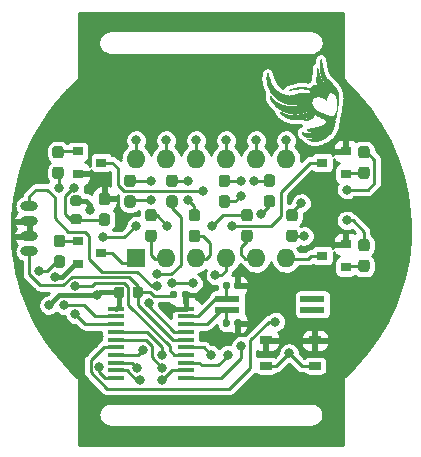
<source format=gbr>
G04 #@! TF.GenerationSoftware,KiCad,Pcbnew,5.99.0-unknown-r19130-2af6d01f*
G04 #@! TF.CreationDate,2020-08-04T10:25:41+02:00*
G04 #@! TF.ProjectId,ada-watch,6164612d-7761-4746-9368-2e6b69636164,rev?*
G04 #@! TF.SameCoordinates,Original*
G04 #@! TF.FileFunction,Copper,L1,Top*
G04 #@! TF.FilePolarity,Positive*
%FSLAX46Y46*%
G04 Gerber Fmt 4.6, Leading zero omitted, Abs format (unit mm)*
G04 Created by KiCad (PCBNEW 5.99.0-unknown-r19130-2af6d01f) date 2020-08-04 10:25:41*
%MOMM*%
%LPD*%
G01*
G04 APERTURE LIST*
G04 #@! TA.AperFunction,EtchedComponent*
%ADD10C,0.003591*%
G04 #@! TD*
G04 #@! TA.AperFunction,EtchedComponent*
%ADD11C,0.002475*%
G04 #@! TD*
G04 #@! TA.AperFunction,EtchedComponent*
%ADD12C,0.002312*%
G04 #@! TD*
G04 #@! TA.AperFunction,EtchedComponent*
%ADD13C,0.002372*%
G04 #@! TD*
G04 #@! TA.AperFunction,EtchedComponent*
%ADD14C,0.002613*%
G04 #@! TD*
G04 #@! TA.AperFunction,EtchedComponent*
%ADD15C,0.002872*%
G04 #@! TD*
G04 #@! TA.AperFunction,EtchedComponent*
%ADD16C,0.002469*%
G04 #@! TD*
G04 #@! TA.AperFunction,EtchedComponent*
%ADD17C,0.002385*%
G04 #@! TD*
G04 #@! TA.AperFunction,SMDPad,CuDef*
%ADD18R,2.100000X0.600000*%
G04 #@! TD*
G04 #@! TA.AperFunction,ComponentPad*
%ADD19R,1.600000X1.600000*%
G04 #@! TD*
G04 #@! TA.AperFunction,ComponentPad*
%ADD20O,1.600000X1.600000*%
G04 #@! TD*
G04 #@! TA.AperFunction,SMDPad,CuDef*
%ADD21R,1.450000X0.450000*%
G04 #@! TD*
G04 #@! TA.AperFunction,SMDPad,CuDef*
%ADD22R,1.050000X0.650000*%
G04 #@! TD*
G04 #@! TA.AperFunction,SMDPad,CuDef*
%ADD23R,0.900000X0.800000*%
G04 #@! TD*
G04 #@! TA.AperFunction,SMDPad,CuDef*
%ADD24O,1.500000X0.800000*%
G04 #@! TD*
G04 #@! TA.AperFunction,ViaPad*
%ADD25C,0.800000*%
G04 #@! TD*
G04 #@! TA.AperFunction,Conductor*
%ADD26C,0.250000*%
G04 #@! TD*
G04 #@! TA.AperFunction,Conductor*
%ADD27C,0.400000*%
G04 #@! TD*
G04 #@! TA.AperFunction,Conductor*
%ADD28C,0.254000*%
G04 #@! TD*
G04 APERTURE END LIST*
G36*
X156635413Y-92166914D02*
G01*
X156744008Y-92172640D01*
X156850383Y-92182769D01*
X156954514Y-92197070D01*
X157056380Y-92215313D01*
X157155957Y-92237266D01*
X157253223Y-92262699D01*
X157252169Y-92264789D01*
X157250851Y-92267162D01*
X157249006Y-92270208D01*
X157246635Y-92273768D01*
X157243737Y-92277680D01*
X157240313Y-92281787D01*
X157238404Y-92283864D01*
X157236363Y-92285929D01*
X157234191Y-92287963D01*
X157231887Y-92289945D01*
X157229453Y-92291857D01*
X157226886Y-92293677D01*
X157224189Y-92295387D01*
X157221360Y-92296965D01*
X157218400Y-92298393D01*
X157215308Y-92299649D01*
X157212085Y-92300715D01*
X157208731Y-92301570D01*
X157205246Y-92302195D01*
X157201630Y-92302568D01*
X157197883Y-92302672D01*
X157194004Y-92302484D01*
X157189995Y-92301986D01*
X157185854Y-92301158D01*
X157184480Y-92300926D01*
X157183320Y-92300935D01*
X157182377Y-92301184D01*
X157181987Y-92301399D01*
X157181653Y-92301673D01*
X157181373Y-92302009D01*
X157181149Y-92302404D01*
X157180868Y-92303375D01*
X157180813Y-92304587D01*
X157180986Y-92306040D01*
X157181388Y-92307735D01*
X157182022Y-92309671D01*
X157182891Y-92311848D01*
X157183996Y-92314267D01*
X157185340Y-92316927D01*
X157186924Y-92319829D01*
X157188752Y-92322974D01*
X157190825Y-92326360D01*
X157193145Y-92329989D01*
X157195716Y-92333859D01*
X157201614Y-92342329D01*
X157208539Y-92351769D01*
X157216506Y-92362180D01*
X157225535Y-92373565D01*
X157235642Y-92385923D01*
X157246846Y-92399256D01*
X157259165Y-92413564D01*
X157160077Y-92376869D01*
X157058680Y-92345823D01*
X156955038Y-92320244D01*
X156849213Y-92299952D01*
X156741271Y-92284763D01*
X156631273Y-92274497D01*
X156519285Y-92268971D01*
X156405368Y-92268005D01*
X156289588Y-92271415D01*
X156172007Y-92279021D01*
X156052689Y-92290640D01*
X155931698Y-92306091D01*
X155809097Y-92325192D01*
X155684949Y-92347762D01*
X155559319Y-92373617D01*
X155432270Y-92402578D01*
X155561835Y-92351584D01*
X155689404Y-92307300D01*
X155814955Y-92269495D01*
X155938465Y-92237940D01*
X156059912Y-92212403D01*
X156179274Y-92192653D01*
X156296527Y-92178460D01*
X156411650Y-92169593D01*
X156524619Y-92165821D01*
X156635413Y-92166914D01*
G37*
D10*
X156635413Y-92166914D02*
X156744008Y-92172640D01*
X156850383Y-92182769D01*
X156954514Y-92197070D01*
X157056380Y-92215313D01*
X157155957Y-92237266D01*
X157253223Y-92262699D01*
X157252169Y-92264789D01*
X157250851Y-92267162D01*
X157249006Y-92270208D01*
X157246635Y-92273768D01*
X157243737Y-92277680D01*
X157240313Y-92281787D01*
X157238404Y-92283864D01*
X157236363Y-92285929D01*
X157234191Y-92287963D01*
X157231887Y-92289945D01*
X157229453Y-92291857D01*
X157226886Y-92293677D01*
X157224189Y-92295387D01*
X157221360Y-92296965D01*
X157218400Y-92298393D01*
X157215308Y-92299649D01*
X157212085Y-92300715D01*
X157208731Y-92301570D01*
X157205246Y-92302195D01*
X157201630Y-92302568D01*
X157197883Y-92302672D01*
X157194004Y-92302484D01*
X157189995Y-92301986D01*
X157185854Y-92301158D01*
X157184480Y-92300926D01*
X157183320Y-92300935D01*
X157182377Y-92301184D01*
X157181987Y-92301399D01*
X157181653Y-92301673D01*
X157181373Y-92302009D01*
X157181149Y-92302404D01*
X157180868Y-92303375D01*
X157180813Y-92304587D01*
X157180986Y-92306040D01*
X157181388Y-92307735D01*
X157182022Y-92309671D01*
X157182891Y-92311848D01*
X157183996Y-92314267D01*
X157185340Y-92316927D01*
X157186924Y-92319829D01*
X157188752Y-92322974D01*
X157190825Y-92326360D01*
X157193145Y-92329989D01*
X157195716Y-92333859D01*
X157201614Y-92342329D01*
X157208539Y-92351769D01*
X157216506Y-92362180D01*
X157225535Y-92373565D01*
X157235642Y-92385923D01*
X157246846Y-92399256D01*
X157259165Y-92413564D01*
X157160077Y-92376869D01*
X157058680Y-92345823D01*
X156955038Y-92320244D01*
X156849213Y-92299952D01*
X156741271Y-92284763D01*
X156631273Y-92274497D01*
X156519285Y-92268971D01*
X156405368Y-92268005D01*
X156289588Y-92271415D01*
X156172007Y-92279021D01*
X156052689Y-92290640D01*
X155931698Y-92306091D01*
X155809097Y-92325192D01*
X155684949Y-92347762D01*
X155559319Y-92373617D01*
X155432270Y-92402578D01*
X155561835Y-92351584D01*
X155689404Y-92307300D01*
X155814955Y-92269495D01*
X155938465Y-92237940D01*
X156059912Y-92212403D01*
X156179274Y-92192653D01*
X156296527Y-92178460D01*
X156411650Y-92169593D01*
X156524619Y-92165821D01*
X156635413Y-92166914D01*
G36*
X159243761Y-94744151D02*
G01*
X159259050Y-94771579D01*
X159272534Y-94805357D01*
X159284009Y-94845067D01*
X159293274Y-94890294D01*
X159300125Y-94940619D01*
X159305777Y-95054899D01*
X159299343Y-95184573D01*
X159291088Y-95254139D01*
X159279204Y-95326304D01*
X159263488Y-95400649D01*
X159243737Y-95476758D01*
X159219749Y-95554214D01*
X159191322Y-95632599D01*
X159158252Y-95711498D01*
X159120338Y-95790493D01*
X159077376Y-95869167D01*
X159029163Y-95947103D01*
X158975498Y-96023885D01*
X158916177Y-96099095D01*
X158850998Y-96172317D01*
X158779758Y-96243134D01*
X158702255Y-96311128D01*
X158618286Y-96375884D01*
X158527648Y-96436983D01*
X158430139Y-96494009D01*
X158325556Y-96546546D01*
X158213696Y-96594175D01*
X158094358Y-96636482D01*
X157967337Y-96673047D01*
X157942567Y-96680053D01*
X157873658Y-96695699D01*
X157825183Y-96704246D01*
X157768712Y-96711933D01*
X157705257Y-96717752D01*
X157635831Y-96720698D01*
X157561448Y-96719763D01*
X157522713Y-96717525D01*
X157483118Y-96713940D01*
X157442791Y-96708881D01*
X157401857Y-96702223D01*
X157360442Y-96693839D01*
X157318675Y-96683605D01*
X157276681Y-96671393D01*
X157234586Y-96657078D01*
X157192518Y-96640535D01*
X157150603Y-96621637D01*
X157108968Y-96600258D01*
X157067738Y-96576273D01*
X157027042Y-96549556D01*
X156987005Y-96519981D01*
X157094259Y-96528042D01*
X157206650Y-96526633D01*
X157323061Y-96516430D01*
X157442376Y-96498111D01*
X157563477Y-96472351D01*
X157685250Y-96439827D01*
X157806576Y-96401216D01*
X157926340Y-96357194D01*
X158043426Y-96308437D01*
X158156717Y-96255621D01*
X158265096Y-96199424D01*
X158367446Y-96140521D01*
X158462653Y-96079589D01*
X158549598Y-96017304D01*
X158627166Y-95954343D01*
X158694240Y-95891382D01*
X158760918Y-95821438D01*
X158824027Y-95751229D01*
X158883379Y-95680725D01*
X158938784Y-95609895D01*
X158990052Y-95538710D01*
X159036995Y-95467139D01*
X159079423Y-95395151D01*
X159117147Y-95322716D01*
X159149977Y-95249803D01*
X159177724Y-95176383D01*
X159200200Y-95102424D01*
X159217214Y-95027896D01*
X159228577Y-94952770D01*
X159234100Y-94877013D01*
X159234613Y-94838890D01*
X159233594Y-94800597D01*
X159231021Y-94762132D01*
X159226870Y-94723490D01*
X159243761Y-94744151D01*
G37*
D11*
X159243761Y-94744151D02*
X159259050Y-94771579D01*
X159272534Y-94805357D01*
X159284009Y-94845067D01*
X159293274Y-94890294D01*
X159300125Y-94940619D01*
X159305777Y-95054899D01*
X159299343Y-95184573D01*
X159291088Y-95254139D01*
X159279204Y-95326304D01*
X159263488Y-95400649D01*
X159243737Y-95476758D01*
X159219749Y-95554214D01*
X159191322Y-95632599D01*
X159158252Y-95711498D01*
X159120338Y-95790493D01*
X159077376Y-95869167D01*
X159029163Y-95947103D01*
X158975498Y-96023885D01*
X158916177Y-96099095D01*
X158850998Y-96172317D01*
X158779758Y-96243134D01*
X158702255Y-96311128D01*
X158618286Y-96375884D01*
X158527648Y-96436983D01*
X158430139Y-96494009D01*
X158325556Y-96546546D01*
X158213696Y-96594175D01*
X158094358Y-96636482D01*
X157967337Y-96673047D01*
X157942567Y-96680053D01*
X157873658Y-96695699D01*
X157825183Y-96704246D01*
X157768712Y-96711933D01*
X157705257Y-96717752D01*
X157635831Y-96720698D01*
X157561448Y-96719763D01*
X157522713Y-96717525D01*
X157483118Y-96713940D01*
X157442791Y-96708881D01*
X157401857Y-96702223D01*
X157360442Y-96693839D01*
X157318675Y-96683605D01*
X157276681Y-96671393D01*
X157234586Y-96657078D01*
X157192518Y-96640535D01*
X157150603Y-96621637D01*
X157108968Y-96600258D01*
X157067738Y-96576273D01*
X157027042Y-96549556D01*
X156987005Y-96519981D01*
X157094259Y-96528042D01*
X157206650Y-96526633D01*
X157323061Y-96516430D01*
X157442376Y-96498111D01*
X157563477Y-96472351D01*
X157685250Y-96439827D01*
X157806576Y-96401216D01*
X157926340Y-96357194D01*
X158043426Y-96308437D01*
X158156717Y-96255621D01*
X158265096Y-96199424D01*
X158367446Y-96140521D01*
X158462653Y-96079589D01*
X158549598Y-96017304D01*
X158627166Y-95954343D01*
X158694240Y-95891382D01*
X158760918Y-95821438D01*
X158824027Y-95751229D01*
X158883379Y-95680725D01*
X158938784Y-95609895D01*
X158990052Y-95538710D01*
X159036995Y-95467139D01*
X159079423Y-95395151D01*
X159117147Y-95322716D01*
X159149977Y-95249803D01*
X159177724Y-95176383D01*
X159200200Y-95102424D01*
X159217214Y-95027896D01*
X159228577Y-94952770D01*
X159234100Y-94877013D01*
X159234613Y-94838890D01*
X159233594Y-94800597D01*
X159231021Y-94762132D01*
X159226870Y-94723490D01*
X159243761Y-94744151D01*
G36*
X157039138Y-95677338D02*
G01*
X157114578Y-95672915D01*
X157217146Y-95662146D01*
X157349329Y-95642760D01*
X157513618Y-95612486D01*
X157608580Y-95592556D01*
X157712502Y-95569053D01*
X157794842Y-95548452D01*
X157874810Y-95525843D01*
X157952389Y-95501403D01*
X158027565Y-95475305D01*
X158100321Y-95447724D01*
X158170640Y-95418835D01*
X158238509Y-95388811D01*
X158303910Y-95357827D01*
X158366827Y-95326058D01*
X158427246Y-95293679D01*
X158485150Y-95260863D01*
X158540523Y-95227785D01*
X158593349Y-95194620D01*
X158643613Y-95161542D01*
X158736389Y-95096346D01*
X158818726Y-95033593D01*
X158890495Y-94974677D01*
X158951571Y-94920996D01*
X159001827Y-94873945D01*
X159041135Y-94834920D01*
X159069370Y-94805317D01*
X159092109Y-94779959D01*
X159073581Y-94837782D01*
X159050747Y-94894918D01*
X159023816Y-94951294D01*
X158992995Y-95006836D01*
X158958491Y-95061472D01*
X158920511Y-95115127D01*
X158879264Y-95167727D01*
X158834956Y-95219200D01*
X158737989Y-95318466D01*
X158631269Y-95412337D01*
X158516455Y-95500223D01*
X158395206Y-95581535D01*
X158269183Y-95655684D01*
X158140045Y-95722082D01*
X158009450Y-95780139D01*
X157879058Y-95829265D01*
X157750529Y-95868873D01*
X157625521Y-95898373D01*
X157505695Y-95917176D01*
X157392709Y-95924692D01*
X157361841Y-95924431D01*
X157332303Y-95922742D01*
X157304071Y-95919720D01*
X157277123Y-95915457D01*
X157251435Y-95910049D01*
X157226986Y-95903590D01*
X157203751Y-95896174D01*
X157181709Y-95887895D01*
X157160836Y-95878848D01*
X157141109Y-95869125D01*
X157122505Y-95858823D01*
X157105001Y-95848034D01*
X157088575Y-95836854D01*
X157073203Y-95825376D01*
X157058863Y-95813694D01*
X157045532Y-95801903D01*
X157033186Y-95790097D01*
X157021802Y-95778370D01*
X157011359Y-95766816D01*
X157001832Y-95755530D01*
X156985438Y-95734136D01*
X156972435Y-95714942D01*
X156962642Y-95698702D01*
X156955874Y-95686169D01*
X156950679Y-95675239D01*
X156988334Y-95677686D01*
X157039138Y-95677338D01*
G37*
X157039138Y-95677338D02*
X157114578Y-95672915D01*
X157217146Y-95662146D01*
X157349329Y-95642760D01*
X157513618Y-95612486D01*
X157608580Y-95592556D01*
X157712502Y-95569053D01*
X157794842Y-95548452D01*
X157874810Y-95525843D01*
X157952389Y-95501403D01*
X158027565Y-95475305D01*
X158100321Y-95447724D01*
X158170640Y-95418835D01*
X158238509Y-95388811D01*
X158303910Y-95357827D01*
X158366827Y-95326058D01*
X158427246Y-95293679D01*
X158485150Y-95260863D01*
X158540523Y-95227785D01*
X158593349Y-95194620D01*
X158643613Y-95161542D01*
X158736389Y-95096346D01*
X158818726Y-95033593D01*
X158890495Y-94974677D01*
X158951571Y-94920996D01*
X159001827Y-94873945D01*
X159041135Y-94834920D01*
X159069370Y-94805317D01*
X159092109Y-94779959D01*
X159073581Y-94837782D01*
X159050747Y-94894918D01*
X159023816Y-94951294D01*
X158992995Y-95006836D01*
X158958491Y-95061472D01*
X158920511Y-95115127D01*
X158879264Y-95167727D01*
X158834956Y-95219200D01*
X158737989Y-95318466D01*
X158631269Y-95412337D01*
X158516455Y-95500223D01*
X158395206Y-95581535D01*
X158269183Y-95655684D01*
X158140045Y-95722082D01*
X158009450Y-95780139D01*
X157879058Y-95829265D01*
X157750529Y-95868873D01*
X157625521Y-95898373D01*
X157505695Y-95917176D01*
X157392709Y-95924692D01*
X157361841Y-95924431D01*
X157332303Y-95922742D01*
X157304071Y-95919720D01*
X157277123Y-95915457D01*
X157251435Y-95910049D01*
X157226986Y-95903590D01*
X157203751Y-95896174D01*
X157181709Y-95887895D01*
X157160836Y-95878848D01*
X157141109Y-95869125D01*
X157122505Y-95858823D01*
X157105001Y-95848034D01*
X157088575Y-95836854D01*
X157073203Y-95825376D01*
X157058863Y-95813694D01*
X157045532Y-95801903D01*
X157033186Y-95790097D01*
X157021802Y-95778370D01*
X157011359Y-95766816D01*
X157001832Y-95755530D01*
X156985438Y-95734136D01*
X156972435Y-95714942D01*
X156962642Y-95698702D01*
X156955874Y-95686169D01*
X156950679Y-95675239D01*
X156988334Y-95677686D01*
X157039138Y-95677338D01*
G36*
X159173125Y-94721359D02*
G01*
X159177835Y-94752538D01*
X159181643Y-94794891D01*
X159182941Y-94847667D01*
X159180121Y-94910118D01*
X159176665Y-94944738D01*
X159171576Y-94981495D01*
X159164654Y-95020296D01*
X159155699Y-95061047D01*
X159144508Y-95103656D01*
X159130881Y-95148027D01*
X159114617Y-95194068D01*
X159095515Y-95241685D01*
X159073374Y-95290783D01*
X159047994Y-95341271D01*
X159019172Y-95393053D01*
X158986709Y-95446036D01*
X158950404Y-95500127D01*
X158910055Y-95555231D01*
X158865461Y-95611256D01*
X158816421Y-95668108D01*
X158762736Y-95725692D01*
X158704203Y-95783916D01*
X158640621Y-95842685D01*
X158571790Y-95901906D01*
X158508790Y-95952450D01*
X158445437Y-95999751D01*
X158381671Y-96043940D01*
X158317434Y-96085149D01*
X158252665Y-96123509D01*
X158187305Y-96159152D01*
X158121294Y-96192208D01*
X158054572Y-96222810D01*
X157987080Y-96251089D01*
X157918758Y-96277176D01*
X157849547Y-96301202D01*
X157779387Y-96323300D01*
X157708218Y-96343601D01*
X157635981Y-96362235D01*
X157562615Y-96379335D01*
X157488062Y-96395032D01*
X157453602Y-96399534D01*
X157361204Y-96406613D01*
X157298427Y-96408106D01*
X157227343Y-96406628D01*
X157150011Y-96400973D01*
X157068492Y-96389938D01*
X157026805Y-96382025D01*
X156984843Y-96372316D01*
X156942864Y-96360658D01*
X156901125Y-96346902D01*
X156859883Y-96330897D01*
X156819396Y-96312492D01*
X156779921Y-96291537D01*
X156741716Y-96267881D01*
X156705038Y-96241372D01*
X156670144Y-96211862D01*
X156637292Y-96179198D01*
X156606739Y-96143231D01*
X156578743Y-96103810D01*
X156553561Y-96060784D01*
X156531451Y-96014002D01*
X156512669Y-95963314D01*
X156520489Y-95967394D01*
X156530476Y-95972007D01*
X156544705Y-95977904D01*
X156563317Y-95984760D01*
X156586454Y-95992252D01*
X156614259Y-96000055D01*
X156629956Y-96003972D01*
X156646873Y-96007845D01*
X156665027Y-96011634D01*
X156684438Y-96015298D01*
X156705121Y-96018797D01*
X156727096Y-96022090D01*
X156750379Y-96025137D01*
X156774990Y-96027897D01*
X156800944Y-96030330D01*
X156828260Y-96032395D01*
X156856957Y-96034051D01*
X156887050Y-96035259D01*
X156918560Y-96035977D01*
X156951502Y-96036165D01*
X156985895Y-96035783D01*
X157021757Y-96034790D01*
X157059105Y-96033145D01*
X157097957Y-96030809D01*
X157316065Y-96009047D01*
X157524054Y-95974738D01*
X157721556Y-95928809D01*
X157908203Y-95872185D01*
X158083626Y-95805792D01*
X158247460Y-95730556D01*
X158399335Y-95647403D01*
X158538885Y-95557258D01*
X158665741Y-95461048D01*
X158779535Y-95359698D01*
X158879901Y-95254135D01*
X158966470Y-95145283D01*
X159038875Y-95034070D01*
X159096748Y-94921420D01*
X159139722Y-94808261D01*
X159167428Y-94695516D01*
X159173125Y-94721359D01*
G37*
X159173125Y-94721359D02*
X159177835Y-94752538D01*
X159181643Y-94794891D01*
X159182941Y-94847667D01*
X159180121Y-94910118D01*
X159176665Y-94944738D01*
X159171576Y-94981495D01*
X159164654Y-95020296D01*
X159155699Y-95061047D01*
X159144508Y-95103656D01*
X159130881Y-95148027D01*
X159114617Y-95194068D01*
X159095515Y-95241685D01*
X159073374Y-95290783D01*
X159047994Y-95341271D01*
X159019172Y-95393053D01*
X158986709Y-95446036D01*
X158950404Y-95500127D01*
X158910055Y-95555231D01*
X158865461Y-95611256D01*
X158816421Y-95668108D01*
X158762736Y-95725692D01*
X158704203Y-95783916D01*
X158640621Y-95842685D01*
X158571790Y-95901906D01*
X158508790Y-95952450D01*
X158445437Y-95999751D01*
X158381671Y-96043940D01*
X158317434Y-96085149D01*
X158252665Y-96123509D01*
X158187305Y-96159152D01*
X158121294Y-96192208D01*
X158054572Y-96222810D01*
X157987080Y-96251089D01*
X157918758Y-96277176D01*
X157849547Y-96301202D01*
X157779387Y-96323300D01*
X157708218Y-96343601D01*
X157635981Y-96362235D01*
X157562615Y-96379335D01*
X157488062Y-96395032D01*
X157453602Y-96399534D01*
X157361204Y-96406613D01*
X157298427Y-96408106D01*
X157227343Y-96406628D01*
X157150011Y-96400973D01*
X157068492Y-96389938D01*
X157026805Y-96382025D01*
X156984843Y-96372316D01*
X156942864Y-96360658D01*
X156901125Y-96346902D01*
X156859883Y-96330897D01*
X156819396Y-96312492D01*
X156779921Y-96291537D01*
X156741716Y-96267881D01*
X156705038Y-96241372D01*
X156670144Y-96211862D01*
X156637292Y-96179198D01*
X156606739Y-96143231D01*
X156578743Y-96103810D01*
X156553561Y-96060784D01*
X156531451Y-96014002D01*
X156512669Y-95963314D01*
X156520489Y-95967394D01*
X156530476Y-95972007D01*
X156544705Y-95977904D01*
X156563317Y-95984760D01*
X156586454Y-95992252D01*
X156614259Y-96000055D01*
X156629956Y-96003972D01*
X156646873Y-96007845D01*
X156665027Y-96011634D01*
X156684438Y-96015298D01*
X156705121Y-96018797D01*
X156727096Y-96022090D01*
X156750379Y-96025137D01*
X156774990Y-96027897D01*
X156800944Y-96030330D01*
X156828260Y-96032395D01*
X156856957Y-96034051D01*
X156887050Y-96035259D01*
X156918560Y-96035977D01*
X156951502Y-96036165D01*
X156985895Y-96035783D01*
X157021757Y-96034790D01*
X157059105Y-96033145D01*
X157097957Y-96030809D01*
X157316065Y-96009047D01*
X157524054Y-95974738D01*
X157721556Y-95928809D01*
X157908203Y-95872185D01*
X158083626Y-95805792D01*
X158247460Y-95730556D01*
X158399335Y-95647403D01*
X158538885Y-95557258D01*
X158665741Y-95461048D01*
X158779535Y-95359698D01*
X158879901Y-95254135D01*
X158966470Y-95145283D01*
X159038875Y-95034070D01*
X159096748Y-94921420D01*
X159139722Y-94808261D01*
X159167428Y-94695516D01*
X159173125Y-94721359D01*
G36*
X159493973Y-94121247D02*
G01*
X159452027Y-94354660D01*
X159423413Y-94494537D01*
X159390902Y-94635047D01*
X159355393Y-94765081D01*
X159336795Y-94822698D01*
X159317785Y-94873529D01*
X159314256Y-94854069D01*
X159310379Y-94835689D01*
X159306183Y-94818360D01*
X159301698Y-94802050D01*
X159296956Y-94786730D01*
X159291985Y-94772369D01*
X159286817Y-94758937D01*
X159281481Y-94746403D01*
X159276008Y-94734737D01*
X159270428Y-94723909D01*
X159264772Y-94713888D01*
X159259068Y-94704644D01*
X159253348Y-94696147D01*
X159247642Y-94688367D01*
X159241980Y-94681272D01*
X159236393Y-94674833D01*
X159230909Y-94669019D01*
X159225561Y-94663801D01*
X159220378Y-94659147D01*
X159215389Y-94655027D01*
X159210626Y-94651411D01*
X159206119Y-94648269D01*
X159197992Y-94643284D01*
X159191250Y-94639829D01*
X159186135Y-94637662D01*
X159181753Y-94636220D01*
X159196508Y-94622748D01*
X159211309Y-94607399D01*
X159226124Y-94590323D01*
X159240918Y-94571673D01*
X159270309Y-94530250D01*
X159299212Y-94484341D01*
X159327356Y-94435155D01*
X159354471Y-94383900D01*
X159380286Y-94331788D01*
X159404532Y-94280026D01*
X159447234Y-94182392D01*
X159480414Y-94100676D01*
X159509552Y-94023692D01*
X159493973Y-94121247D01*
G37*
X159493973Y-94121247D02*
X159452027Y-94354660D01*
X159423413Y-94494537D01*
X159390902Y-94635047D01*
X159355393Y-94765081D01*
X159336795Y-94822698D01*
X159317785Y-94873529D01*
X159314256Y-94854069D01*
X159310379Y-94835689D01*
X159306183Y-94818360D01*
X159301698Y-94802050D01*
X159296956Y-94786730D01*
X159291985Y-94772369D01*
X159286817Y-94758937D01*
X159281481Y-94746403D01*
X159276008Y-94734737D01*
X159270428Y-94723909D01*
X159264772Y-94713888D01*
X159259068Y-94704644D01*
X159253348Y-94696147D01*
X159247642Y-94688367D01*
X159241980Y-94681272D01*
X159236393Y-94674833D01*
X159230909Y-94669019D01*
X159225561Y-94663801D01*
X159220378Y-94659147D01*
X159215389Y-94655027D01*
X159210626Y-94651411D01*
X159206119Y-94648269D01*
X159197992Y-94643284D01*
X159191250Y-94639829D01*
X159186135Y-94637662D01*
X159181753Y-94636220D01*
X159196508Y-94622748D01*
X159211309Y-94607399D01*
X159226124Y-94590323D01*
X159240918Y-94571673D01*
X159270309Y-94530250D01*
X159299212Y-94484341D01*
X159327356Y-94435155D01*
X159354471Y-94383900D01*
X159380286Y-94331788D01*
X159404532Y-94280026D01*
X159447234Y-94182392D01*
X159480414Y-94100676D01*
X159509552Y-94023692D01*
X159493973Y-94121247D01*
G36*
X157458722Y-94188735D02*
G01*
X157465728Y-94196576D01*
X157472879Y-94205090D01*
X157480126Y-94214391D01*
X157487421Y-94224594D01*
X157494715Y-94235814D01*
X157501960Y-94248165D01*
X157509109Y-94261763D01*
X157516112Y-94276721D01*
X157522921Y-94293155D01*
X157529488Y-94311179D01*
X157535765Y-94330908D01*
X157541704Y-94352456D01*
X157548024Y-94382304D01*
X157551799Y-94412823D01*
X157552679Y-94428293D01*
X157552857Y-94443882D01*
X157552312Y-94459573D01*
X157551024Y-94475350D01*
X157548969Y-94491197D01*
X157546127Y-94507097D01*
X157542475Y-94523034D01*
X157537993Y-94538991D01*
X157532659Y-94554952D01*
X157526450Y-94570901D01*
X157519346Y-94586821D01*
X157511325Y-94602696D01*
X157502365Y-94618510D01*
X157492445Y-94634246D01*
X157481543Y-94649888D01*
X157469637Y-94665419D01*
X157456705Y-94680823D01*
X157442727Y-94696084D01*
X157427681Y-94711186D01*
X157411544Y-94726111D01*
X157394296Y-94740844D01*
X157375915Y-94755368D01*
X157356378Y-94769667D01*
X157335665Y-94783724D01*
X157313754Y-94797523D01*
X157290624Y-94811048D01*
X157266252Y-94824283D01*
X157240617Y-94837210D01*
X157186751Y-94861301D01*
X157128533Y-94883707D01*
X157067751Y-94904121D01*
X157006196Y-94922234D01*
X156945654Y-94937737D01*
X156887916Y-94950321D01*
X156834770Y-94959679D01*
X156788005Y-94965501D01*
X156749410Y-94967478D01*
X156733735Y-94966929D01*
X156720774Y-94965302D01*
X156710749Y-94962561D01*
X156703885Y-94958665D01*
X156700405Y-94953577D01*
X156700533Y-94947258D01*
X156704492Y-94939669D01*
X156712506Y-94930771D01*
X156724799Y-94920527D01*
X156741594Y-94908897D01*
X156763115Y-94895844D01*
X156789585Y-94881327D01*
X156858268Y-94847753D01*
X156911830Y-94821871D01*
X156961959Y-94795258D01*
X157008770Y-94768014D01*
X157052374Y-94740242D01*
X157092887Y-94712043D01*
X157130422Y-94683520D01*
X157165091Y-94654774D01*
X157197010Y-94625907D01*
X157226291Y-94597022D01*
X157253049Y-94568220D01*
X157277396Y-94539602D01*
X157299446Y-94511271D01*
X157319313Y-94483329D01*
X157337111Y-94455878D01*
X157352953Y-94429019D01*
X157366953Y-94402855D01*
X157379224Y-94377486D01*
X157389880Y-94353016D01*
X157399035Y-94329546D01*
X157406802Y-94307179D01*
X157418626Y-94266156D01*
X157426263Y-94230765D01*
X157430621Y-94201819D01*
X157432608Y-94180134D01*
X157433107Y-94161808D01*
X157433108Y-94161808D01*
X157458722Y-94188735D01*
G37*
D12*
X157458722Y-94188735D02*
X157465728Y-94196576D01*
X157472879Y-94205090D01*
X157480126Y-94214391D01*
X157487421Y-94224594D01*
X157494715Y-94235814D01*
X157501960Y-94248165D01*
X157509109Y-94261763D01*
X157516112Y-94276721D01*
X157522921Y-94293155D01*
X157529488Y-94311179D01*
X157535765Y-94330908D01*
X157541704Y-94352456D01*
X157548024Y-94382304D01*
X157551799Y-94412823D01*
X157552679Y-94428293D01*
X157552857Y-94443882D01*
X157552312Y-94459573D01*
X157551024Y-94475350D01*
X157548969Y-94491197D01*
X157546127Y-94507097D01*
X157542475Y-94523034D01*
X157537993Y-94538991D01*
X157532659Y-94554952D01*
X157526450Y-94570901D01*
X157519346Y-94586821D01*
X157511325Y-94602696D01*
X157502365Y-94618510D01*
X157492445Y-94634246D01*
X157481543Y-94649888D01*
X157469637Y-94665419D01*
X157456705Y-94680823D01*
X157442727Y-94696084D01*
X157427681Y-94711186D01*
X157411544Y-94726111D01*
X157394296Y-94740844D01*
X157375915Y-94755368D01*
X157356378Y-94769667D01*
X157335665Y-94783724D01*
X157313754Y-94797523D01*
X157290624Y-94811048D01*
X157266252Y-94824283D01*
X157240617Y-94837210D01*
X157186751Y-94861301D01*
X157128533Y-94883707D01*
X157067751Y-94904121D01*
X157006196Y-94922234D01*
X156945654Y-94937737D01*
X156887916Y-94950321D01*
X156834770Y-94959679D01*
X156788005Y-94965501D01*
X156749410Y-94967478D01*
X156733735Y-94966929D01*
X156720774Y-94965302D01*
X156710749Y-94962561D01*
X156703885Y-94958665D01*
X156700405Y-94953577D01*
X156700533Y-94947258D01*
X156704492Y-94939669D01*
X156712506Y-94930771D01*
X156724799Y-94920527D01*
X156741594Y-94908897D01*
X156763115Y-94895844D01*
X156789585Y-94881327D01*
X156858268Y-94847753D01*
X156911830Y-94821871D01*
X156961959Y-94795258D01*
X157008770Y-94768014D01*
X157052374Y-94740242D01*
X157092887Y-94712043D01*
X157130422Y-94683520D01*
X157165091Y-94654774D01*
X157197010Y-94625907D01*
X157226291Y-94597022D01*
X157253049Y-94568220D01*
X157277396Y-94539602D01*
X157299446Y-94511271D01*
X157319313Y-94483329D01*
X157337111Y-94455878D01*
X157352953Y-94429019D01*
X157366953Y-94402855D01*
X157379224Y-94377486D01*
X157389880Y-94353016D01*
X157399035Y-94329546D01*
X157406802Y-94307179D01*
X157418626Y-94266156D01*
X157426263Y-94230765D01*
X157430621Y-94201819D01*
X157432608Y-94180134D01*
X157433107Y-94161808D01*
X157433108Y-94161808D01*
X157458722Y-94188735D01*
G36*
X157766740Y-94105747D02*
G01*
X157816101Y-94142543D01*
X157867592Y-94177907D01*
X157920960Y-94211856D01*
X157975951Y-94244404D01*
X158032311Y-94275566D01*
X158148119Y-94333796D01*
X158266350Y-94386667D01*
X158384970Y-94434300D01*
X158501947Y-94476818D01*
X158615245Y-94514343D01*
X158722830Y-94546997D01*
X158822670Y-94574901D01*
X158990976Y-94616949D01*
X159145146Y-94649417D01*
X159128383Y-94673631D01*
X159110566Y-94697455D01*
X159091802Y-94720866D01*
X159072193Y-94743838D01*
X159051843Y-94766347D01*
X159030856Y-94788367D01*
X158987388Y-94830842D01*
X158942620Y-94871064D01*
X158897384Y-94908834D01*
X158852510Y-94943952D01*
X158808830Y-94976220D01*
X158767176Y-95005438D01*
X158728378Y-95031406D01*
X158662678Y-95072798D01*
X158602138Y-95107825D01*
X158613196Y-95085089D01*
X158617241Y-95074076D01*
X158620290Y-95063274D01*
X158622335Y-95052664D01*
X158623371Y-95042228D01*
X158623391Y-95031946D01*
X158622391Y-95021799D01*
X158620363Y-95011769D01*
X158617301Y-95001836D01*
X158613200Y-94991981D01*
X158608054Y-94982185D01*
X158601856Y-94972430D01*
X158594600Y-94962696D01*
X158576891Y-94943217D01*
X158554880Y-94923595D01*
X158528517Y-94903678D01*
X158497754Y-94883316D01*
X158462543Y-94862355D01*
X158422836Y-94840645D01*
X158378583Y-94818032D01*
X158329738Y-94794365D01*
X158276250Y-94769493D01*
X158108622Y-94695118D01*
X158035585Y-94661256D01*
X157968994Y-94628798D01*
X157908292Y-94597134D01*
X157852925Y-94565654D01*
X157802339Y-94533748D01*
X157755977Y-94500806D01*
X157734207Y-94483755D01*
X157713286Y-94466217D01*
X157693143Y-94448114D01*
X157673710Y-94429371D01*
X157654917Y-94409912D01*
X157636695Y-94389660D01*
X157618974Y-94368538D01*
X157601685Y-94346471D01*
X157584758Y-94323383D01*
X157568125Y-94299196D01*
X157535462Y-94247225D01*
X157503138Y-94189946D01*
X157470601Y-94126751D01*
X157476248Y-94128369D01*
X157492186Y-94131767D01*
X157503545Y-94133454D01*
X157516913Y-94134768D01*
X157532102Y-94135437D01*
X157548925Y-94135190D01*
X157567193Y-94133753D01*
X157586719Y-94130855D01*
X157607315Y-94126222D01*
X157628793Y-94119582D01*
X157639804Y-94115424D01*
X157650965Y-94110663D01*
X157662252Y-94105263D01*
X157673643Y-94099192D01*
X157685113Y-94092414D01*
X157696639Y-94084896D01*
X157708198Y-94076604D01*
X157719766Y-94067504D01*
X157766740Y-94105747D01*
G37*
D11*
X157766740Y-94105747D02*
X157816101Y-94142543D01*
X157867592Y-94177907D01*
X157920960Y-94211856D01*
X157975951Y-94244404D01*
X158032311Y-94275566D01*
X158148119Y-94333796D01*
X158266350Y-94386667D01*
X158384970Y-94434300D01*
X158501947Y-94476818D01*
X158615245Y-94514343D01*
X158722830Y-94546997D01*
X158822670Y-94574901D01*
X158990976Y-94616949D01*
X159145146Y-94649417D01*
X159128383Y-94673631D01*
X159110566Y-94697455D01*
X159091802Y-94720866D01*
X159072193Y-94743838D01*
X159051843Y-94766347D01*
X159030856Y-94788367D01*
X158987388Y-94830842D01*
X158942620Y-94871064D01*
X158897384Y-94908834D01*
X158852510Y-94943952D01*
X158808830Y-94976220D01*
X158767176Y-95005438D01*
X158728378Y-95031406D01*
X158662678Y-95072798D01*
X158602138Y-95107825D01*
X158613196Y-95085089D01*
X158617241Y-95074076D01*
X158620290Y-95063274D01*
X158622335Y-95052664D01*
X158623371Y-95042228D01*
X158623391Y-95031946D01*
X158622391Y-95021799D01*
X158620363Y-95011769D01*
X158617301Y-95001836D01*
X158613200Y-94991981D01*
X158608054Y-94982185D01*
X158601856Y-94972430D01*
X158594600Y-94962696D01*
X158576891Y-94943217D01*
X158554880Y-94923595D01*
X158528517Y-94903678D01*
X158497754Y-94883316D01*
X158462543Y-94862355D01*
X158422836Y-94840645D01*
X158378583Y-94818032D01*
X158329738Y-94794365D01*
X158276250Y-94769493D01*
X158108622Y-94695118D01*
X158035585Y-94661256D01*
X157968994Y-94628798D01*
X157908292Y-94597134D01*
X157852925Y-94565654D01*
X157802339Y-94533748D01*
X157755977Y-94500806D01*
X157734207Y-94483755D01*
X157713286Y-94466217D01*
X157693143Y-94448114D01*
X157673710Y-94429371D01*
X157654917Y-94409912D01*
X157636695Y-94389660D01*
X157618974Y-94368538D01*
X157601685Y-94346471D01*
X157584758Y-94323383D01*
X157568125Y-94299196D01*
X157535462Y-94247225D01*
X157503138Y-94189946D01*
X157470601Y-94126751D01*
X157476248Y-94128369D01*
X157492186Y-94131767D01*
X157503545Y-94133454D01*
X157516913Y-94134768D01*
X157532102Y-94135437D01*
X157548925Y-94135190D01*
X157567193Y-94133753D01*
X157586719Y-94130855D01*
X157607315Y-94126222D01*
X157628793Y-94119582D01*
X157639804Y-94115424D01*
X157650965Y-94110663D01*
X157662252Y-94105263D01*
X157673643Y-94099192D01*
X157685113Y-94092414D01*
X157696639Y-94084896D01*
X157708198Y-94076604D01*
X157719766Y-94067504D01*
X157766740Y-94105747D01*
G36*
X157370624Y-94136545D02*
G01*
X157369529Y-94180668D01*
X157363724Y-94223981D01*
X157353410Y-94266433D01*
X157338790Y-94307967D01*
X157320066Y-94348531D01*
X157297441Y-94388070D01*
X157271115Y-94426531D01*
X157241292Y-94463858D01*
X157208173Y-94499999D01*
X157171961Y-94534898D01*
X157132857Y-94568503D01*
X157091064Y-94600758D01*
X157046784Y-94631610D01*
X157000218Y-94661005D01*
X156951570Y-94688889D01*
X156901040Y-94715207D01*
X156848831Y-94739905D01*
X156795145Y-94762930D01*
X156740185Y-94784228D01*
X156684152Y-94803744D01*
X156627248Y-94821424D01*
X156569675Y-94837214D01*
X156511636Y-94851060D01*
X156453333Y-94862909D01*
X156394968Y-94872705D01*
X156336742Y-94880396D01*
X156278858Y-94885926D01*
X156221518Y-94889242D01*
X156164924Y-94890290D01*
X156109278Y-94889016D01*
X156054782Y-94885365D01*
X155904214Y-94874887D01*
X155824844Y-94866606D01*
X155743448Y-94855911D01*
X155660548Y-94842515D01*
X155576668Y-94826129D01*
X155492329Y-94806463D01*
X155408055Y-94783228D01*
X155324368Y-94756137D01*
X155241792Y-94724899D01*
X155160850Y-94689227D01*
X155082063Y-94648831D01*
X155005955Y-94603423D01*
X154933049Y-94552714D01*
X154863868Y-94496415D01*
X154830837Y-94466079D01*
X154798934Y-94434237D01*
X154779515Y-94411510D01*
X154765973Y-94394171D01*
X154751364Y-94374306D01*
X154736802Y-94353007D01*
X154723403Y-94331368D01*
X154712283Y-94310482D01*
X154707925Y-94300662D01*
X154704556Y-94291441D01*
X154702314Y-94282954D01*
X154701338Y-94275338D01*
X154701769Y-94268731D01*
X154703745Y-94263267D01*
X154707407Y-94259085D01*
X154712892Y-94256320D01*
X154720342Y-94255110D01*
X154729895Y-94255591D01*
X154741690Y-94257899D01*
X154755867Y-94262171D01*
X154772566Y-94268544D01*
X154791926Y-94277155D01*
X154814087Y-94288140D01*
X154839187Y-94301635D01*
X154867366Y-94317777D01*
X154898764Y-94336704D01*
X154940840Y-94356105D01*
X154981520Y-94373710D01*
X155020942Y-94389658D01*
X155059246Y-94404089D01*
X155096568Y-94417142D01*
X155133048Y-94428957D01*
X155204035Y-94449428D01*
X155273313Y-94466618D01*
X155341990Y-94481642D01*
X155481967Y-94509651D01*
X155481968Y-94509651D01*
X155651596Y-94521454D01*
X155812781Y-94524537D01*
X155965850Y-94519684D01*
X156111132Y-94507681D01*
X156248956Y-94489313D01*
X156379651Y-94465365D01*
X156503546Y-94436621D01*
X156620969Y-94403867D01*
X156732248Y-94367888D01*
X156837713Y-94329469D01*
X157032515Y-94248449D01*
X157366808Y-94091668D01*
X157370624Y-94136545D01*
G37*
D13*
X157370624Y-94136545D02*
X157369529Y-94180668D01*
X157363724Y-94223981D01*
X157353410Y-94266433D01*
X157338790Y-94307967D01*
X157320066Y-94348531D01*
X157297441Y-94388070D01*
X157271115Y-94426531D01*
X157241292Y-94463858D01*
X157208173Y-94499999D01*
X157171961Y-94534898D01*
X157132857Y-94568503D01*
X157091064Y-94600758D01*
X157046784Y-94631610D01*
X157000218Y-94661005D01*
X156951570Y-94688889D01*
X156901040Y-94715207D01*
X156848831Y-94739905D01*
X156795145Y-94762930D01*
X156740185Y-94784228D01*
X156684152Y-94803744D01*
X156627248Y-94821424D01*
X156569675Y-94837214D01*
X156511636Y-94851060D01*
X156453333Y-94862909D01*
X156394968Y-94872705D01*
X156336742Y-94880396D01*
X156278858Y-94885926D01*
X156221518Y-94889242D01*
X156164924Y-94890290D01*
X156109278Y-94889016D01*
X156054782Y-94885365D01*
X155904214Y-94874887D01*
X155824844Y-94866606D01*
X155743448Y-94855911D01*
X155660548Y-94842515D01*
X155576668Y-94826129D01*
X155492329Y-94806463D01*
X155408055Y-94783228D01*
X155324368Y-94756137D01*
X155241792Y-94724899D01*
X155160850Y-94689227D01*
X155082063Y-94648831D01*
X155005955Y-94603423D01*
X154933049Y-94552714D01*
X154863868Y-94496415D01*
X154830837Y-94466079D01*
X154798934Y-94434237D01*
X154779515Y-94411510D01*
X154765973Y-94394171D01*
X154751364Y-94374306D01*
X154736802Y-94353007D01*
X154723403Y-94331368D01*
X154712283Y-94310482D01*
X154707925Y-94300662D01*
X154704556Y-94291441D01*
X154702314Y-94282954D01*
X154701338Y-94275338D01*
X154701769Y-94268731D01*
X154703745Y-94263267D01*
X154707407Y-94259085D01*
X154712892Y-94256320D01*
X154720342Y-94255110D01*
X154729895Y-94255591D01*
X154741690Y-94257899D01*
X154755867Y-94262171D01*
X154772566Y-94268544D01*
X154791926Y-94277155D01*
X154814087Y-94288140D01*
X154839187Y-94301635D01*
X154867366Y-94317777D01*
X154898764Y-94336704D01*
X154940840Y-94356105D01*
X154981520Y-94373710D01*
X155020942Y-94389658D01*
X155059246Y-94404089D01*
X155096568Y-94417142D01*
X155133048Y-94428957D01*
X155204035Y-94449428D01*
X155273313Y-94466618D01*
X155341990Y-94481642D01*
X155481967Y-94509651D01*
X155481968Y-94509651D01*
X155651596Y-94521454D01*
X155812781Y-94524537D01*
X155965850Y-94519684D01*
X156111132Y-94507681D01*
X156248956Y-94489313D01*
X156379651Y-94465365D01*
X156503546Y-94436621D01*
X156620969Y-94403867D01*
X156732248Y-94367888D01*
X156837713Y-94329469D01*
X157032515Y-94248449D01*
X157366808Y-94091668D01*
X157370624Y-94136545D01*
G36*
X153859600Y-92888612D02*
G01*
X153872033Y-92894519D01*
X153886017Y-92904584D01*
X153901505Y-92918967D01*
X153918451Y-92937824D01*
X153956535Y-92989602D01*
X153996480Y-93047404D01*
X154035773Y-93099846D01*
X154074150Y-93147155D01*
X154111344Y-93189554D01*
X154147090Y-93227268D01*
X154181122Y-93260523D01*
X154213174Y-93289544D01*
X154242980Y-93314555D01*
X154270276Y-93335781D01*
X154294794Y-93353447D01*
X154334435Y-93379000D01*
X154359780Y-93393012D01*
X154368700Y-93397283D01*
X154487961Y-93465244D01*
X154607099Y-93527158D01*
X154725947Y-93582928D01*
X154844338Y-93632459D01*
X154962107Y-93675655D01*
X155079087Y-93712420D01*
X155195112Y-93742657D01*
X155310015Y-93766270D01*
X155423630Y-93783163D01*
X155535791Y-93793241D01*
X155646332Y-93796406D01*
X155755086Y-93792564D01*
X155861886Y-93781617D01*
X155966567Y-93763470D01*
X156068962Y-93738026D01*
X156168905Y-93705190D01*
X156190862Y-93693844D01*
X156217675Y-93682291D01*
X156254482Y-93669156D01*
X156300862Y-93656194D01*
X156327509Y-93650325D01*
X156356392Y-93645157D01*
X156387457Y-93640909D01*
X156420651Y-93637800D01*
X156455922Y-93636049D01*
X156493217Y-93635875D01*
X156532484Y-93637498D01*
X156573669Y-93641137D01*
X156616720Y-93647011D01*
X156661585Y-93655340D01*
X156708209Y-93666341D01*
X156756542Y-93680236D01*
X156806529Y-93697242D01*
X156858119Y-93717579D01*
X156911259Y-93741467D01*
X156965895Y-93769124D01*
X157021976Y-93800769D01*
X157079447Y-93836623D01*
X157138258Y-93876903D01*
X157198355Y-93921830D01*
X157259685Y-93971622D01*
X157322195Y-94026499D01*
X157288324Y-94043701D01*
X157192874Y-94088824D01*
X157124946Y-94118818D01*
X157045088Y-94152147D01*
X156954457Y-94187596D01*
X156854209Y-94223948D01*
X156745497Y-94259989D01*
X156629479Y-94294504D01*
X156507309Y-94326278D01*
X156380142Y-94354094D01*
X156315046Y-94366139D01*
X156249134Y-94376739D01*
X156182551Y-94385742D01*
X156115440Y-94392996D01*
X156047948Y-94398350D01*
X155980217Y-94401651D01*
X155912392Y-94402747D01*
X155844618Y-94401487D01*
X155789292Y-94397733D01*
X155722136Y-94389866D01*
X155644385Y-94377577D01*
X155557272Y-94360556D01*
X155462033Y-94338494D01*
X155359903Y-94311081D01*
X155252117Y-94278007D01*
X155139909Y-94238964D01*
X155024513Y-94193641D01*
X154907166Y-94141728D01*
X154789101Y-94082917D01*
X154671553Y-94016897D01*
X154555757Y-93943360D01*
X154442949Y-93861995D01*
X154388050Y-93818280D01*
X154334362Y-93772493D01*
X154282037Y-93724594D01*
X154231231Y-93674544D01*
X154145927Y-93581595D01*
X154071426Y-93489404D01*
X154007358Y-93399243D01*
X153953358Y-93312381D01*
X153909055Y-93230088D01*
X153874083Y-93153634D01*
X153848072Y-93084288D01*
X153830656Y-93023322D01*
X153821465Y-92972003D01*
X153820132Y-92931603D01*
X153822298Y-92915895D01*
X153826289Y-92903392D01*
X153832061Y-92894253D01*
X153839568Y-92888638D01*
X153848762Y-92886705D01*
X153859600Y-92888612D01*
G37*
D11*
X153859600Y-92888612D02*
X153872033Y-92894519D01*
X153886017Y-92904584D01*
X153901505Y-92918967D01*
X153918451Y-92937824D01*
X153956535Y-92989602D01*
X153996480Y-93047404D01*
X154035773Y-93099846D01*
X154074150Y-93147155D01*
X154111344Y-93189554D01*
X154147090Y-93227268D01*
X154181122Y-93260523D01*
X154213174Y-93289544D01*
X154242980Y-93314555D01*
X154270276Y-93335781D01*
X154294794Y-93353447D01*
X154334435Y-93379000D01*
X154359780Y-93393012D01*
X154368700Y-93397283D01*
X154487961Y-93465244D01*
X154607099Y-93527158D01*
X154725947Y-93582928D01*
X154844338Y-93632459D01*
X154962107Y-93675655D01*
X155079087Y-93712420D01*
X155195112Y-93742657D01*
X155310015Y-93766270D01*
X155423630Y-93783163D01*
X155535791Y-93793241D01*
X155646332Y-93796406D01*
X155755086Y-93792564D01*
X155861886Y-93781617D01*
X155966567Y-93763470D01*
X156068962Y-93738026D01*
X156168905Y-93705190D01*
X156190862Y-93693844D01*
X156217675Y-93682291D01*
X156254482Y-93669156D01*
X156300862Y-93656194D01*
X156327509Y-93650325D01*
X156356392Y-93645157D01*
X156387457Y-93640909D01*
X156420651Y-93637800D01*
X156455922Y-93636049D01*
X156493217Y-93635875D01*
X156532484Y-93637498D01*
X156573669Y-93641137D01*
X156616720Y-93647011D01*
X156661585Y-93655340D01*
X156708209Y-93666341D01*
X156756542Y-93680236D01*
X156806529Y-93697242D01*
X156858119Y-93717579D01*
X156911259Y-93741467D01*
X156965895Y-93769124D01*
X157021976Y-93800769D01*
X157079447Y-93836623D01*
X157138258Y-93876903D01*
X157198355Y-93921830D01*
X157259685Y-93971622D01*
X157322195Y-94026499D01*
X157288324Y-94043701D01*
X157192874Y-94088824D01*
X157124946Y-94118818D01*
X157045088Y-94152147D01*
X156954457Y-94187596D01*
X156854209Y-94223948D01*
X156745497Y-94259989D01*
X156629479Y-94294504D01*
X156507309Y-94326278D01*
X156380142Y-94354094D01*
X156315046Y-94366139D01*
X156249134Y-94376739D01*
X156182551Y-94385742D01*
X156115440Y-94392996D01*
X156047948Y-94398350D01*
X155980217Y-94401651D01*
X155912392Y-94402747D01*
X155844618Y-94401487D01*
X155789292Y-94397733D01*
X155722136Y-94389866D01*
X155644385Y-94377577D01*
X155557272Y-94360556D01*
X155462033Y-94338494D01*
X155359903Y-94311081D01*
X155252117Y-94278007D01*
X155139909Y-94238964D01*
X155024513Y-94193641D01*
X154907166Y-94141728D01*
X154789101Y-94082917D01*
X154671553Y-94016897D01*
X154555757Y-93943360D01*
X154442949Y-93861995D01*
X154388050Y-93818280D01*
X154334362Y-93772493D01*
X154282037Y-93724594D01*
X154231231Y-93674544D01*
X154145927Y-93581595D01*
X154071426Y-93489404D01*
X154007358Y-93399243D01*
X153953358Y-93312381D01*
X153909055Y-93230088D01*
X153874083Y-93153634D01*
X153848072Y-93084288D01*
X153830656Y-93023322D01*
X153821465Y-92972003D01*
X153820132Y-92931603D01*
X153822298Y-92915895D01*
X153826289Y-92903392D01*
X153832061Y-92894253D01*
X153839568Y-92888638D01*
X153848762Y-92886705D01*
X153859600Y-92888612D01*
G36*
X153625792Y-90995133D02*
G01*
X153631628Y-90999930D01*
X153637689Y-91007620D01*
X153643978Y-91018323D01*
X153650502Y-91032159D01*
X153657264Y-91049250D01*
X153671521Y-91093679D01*
X153686787Y-91152574D01*
X153703099Y-91226901D01*
X153747950Y-91401760D01*
X153802843Y-91568475D01*
X153867494Y-91726738D01*
X153941622Y-91876237D01*
X153982151Y-91947604D01*
X154024944Y-92016663D01*
X154069964Y-92083377D01*
X154117177Y-92147707D01*
X154166547Y-92209613D01*
X154218038Y-92269057D01*
X154271616Y-92326000D01*
X154327246Y-92380404D01*
X154384891Y-92432230D01*
X154444517Y-92481438D01*
X154506088Y-92527992D01*
X154569569Y-92571850D01*
X154634925Y-92612976D01*
X154702120Y-92651329D01*
X154771119Y-92686872D01*
X154841886Y-92719566D01*
X154914387Y-92749371D01*
X154988586Y-92776249D01*
X155064448Y-92800162D01*
X155141937Y-92821071D01*
X155221018Y-92838936D01*
X155301655Y-92853720D01*
X155383815Y-92865383D01*
X155467460Y-92873886D01*
X155528695Y-92865484D01*
X155590813Y-92853992D01*
X155653752Y-92839868D01*
X155717452Y-92823575D01*
X155846887Y-92786320D01*
X155978631Y-92745908D01*
X156112192Y-92706023D01*
X156179502Y-92687428D01*
X156247082Y-92670347D01*
X156314873Y-92655238D01*
X156382812Y-92642562D01*
X156450839Y-92632780D01*
X156518892Y-92626351D01*
X156575313Y-92621705D01*
X156638639Y-92618644D01*
X156707602Y-92617649D01*
X156780934Y-92619200D01*
X156857369Y-92623776D01*
X156935638Y-92631858D01*
X157014474Y-92643926D01*
X157092609Y-92660459D01*
X157168775Y-92681938D01*
X157205723Y-92694682D01*
X157241704Y-92708842D01*
X157276559Y-92724479D01*
X157310130Y-92741652D01*
X157342257Y-92760421D01*
X157372783Y-92780847D01*
X157401549Y-92802990D01*
X157428397Y-92826908D01*
X157453168Y-92852663D01*
X157475704Y-92880315D01*
X157495846Y-92909922D01*
X157513436Y-92941546D01*
X157528316Y-92975247D01*
X157540326Y-93011084D01*
X157519585Y-93029738D01*
X157500001Y-93050134D01*
X157481580Y-93072161D01*
X157464326Y-93095709D01*
X157448248Y-93120667D01*
X157433349Y-93146924D01*
X157419636Y-93174369D01*
X157407115Y-93202893D01*
X157395791Y-93232385D01*
X157385671Y-93262733D01*
X157376761Y-93293828D01*
X157369065Y-93325558D01*
X157362591Y-93357814D01*
X157357344Y-93390484D01*
X157353330Y-93423458D01*
X157350554Y-93456626D01*
X157350730Y-93479336D01*
X157351918Y-93501706D01*
X157354084Y-93523743D01*
X157357193Y-93545453D01*
X157361210Y-93566840D01*
X157366099Y-93587912D01*
X157371827Y-93608674D01*
X157378358Y-93629132D01*
X157385658Y-93649292D01*
X157393691Y-93669160D01*
X157402424Y-93688741D01*
X157411820Y-93708042D01*
X157432465Y-93745826D01*
X157455348Y-93782559D01*
X157480191Y-93818288D01*
X157506714Y-93853061D01*
X157534639Y-93886924D01*
X157563688Y-93919925D01*
X157593581Y-93952110D01*
X157624040Y-93983528D01*
X157685541Y-94044247D01*
X157656816Y-94060089D01*
X157629563Y-94072720D01*
X157616385Y-94077804D01*
X157603451Y-94082051D01*
X157590719Y-94085451D01*
X157578148Y-94087992D01*
X157565696Y-94089663D01*
X157553321Y-94090452D01*
X157540983Y-94090350D01*
X157528640Y-94089343D01*
X157516250Y-94087422D01*
X157503772Y-94084575D01*
X157491164Y-94080790D01*
X157478384Y-94076057D01*
X157465392Y-94070365D01*
X157452146Y-94063701D01*
X157438604Y-94056056D01*
X157424726Y-94047417D01*
X157395790Y-94027114D01*
X157365009Y-94002703D01*
X157332049Y-93974094D01*
X157296578Y-93941198D01*
X157258266Y-93903925D01*
X157216779Y-93862185D01*
X157170783Y-93824252D01*
X157122639Y-93787313D01*
X157072411Y-93751751D01*
X157020166Y-93717950D01*
X156965970Y-93686293D01*
X156909888Y-93657162D01*
X156851986Y-93630942D01*
X156792329Y-93608015D01*
X156730983Y-93588764D01*
X156668014Y-93573574D01*
X156603487Y-93562826D01*
X156537468Y-93556905D01*
X156470022Y-93556193D01*
X156401216Y-93561074D01*
X156366323Y-93565731D01*
X156331114Y-93571930D01*
X156295598Y-93579719D01*
X156259783Y-93589146D01*
X156145084Y-93608227D01*
X156032415Y-93621573D01*
X155921819Y-93629391D01*
X155813339Y-93631888D01*
X155707018Y-93629273D01*
X155602897Y-93621752D01*
X155501021Y-93609534D01*
X155401431Y-93592825D01*
X155304169Y-93571834D01*
X155209280Y-93546767D01*
X155116804Y-93517833D01*
X155026785Y-93485239D01*
X154939266Y-93449192D01*
X154854289Y-93409900D01*
X154771896Y-93367571D01*
X154692130Y-93322411D01*
X154615035Y-93274629D01*
X154540651Y-93224432D01*
X154469023Y-93172028D01*
X154400193Y-93117624D01*
X154334202Y-93061427D01*
X154271095Y-93003645D01*
X154210913Y-92944486D01*
X154153699Y-92884158D01*
X154048346Y-92760821D01*
X153955377Y-92635296D01*
X153875133Y-92509242D01*
X153807954Y-92384319D01*
X153777653Y-92340052D01*
X153748564Y-92289540D01*
X153720826Y-92233536D01*
X153694581Y-92172793D01*
X153669967Y-92108067D01*
X153647126Y-92040111D01*
X153626197Y-91969678D01*
X153607320Y-91897522D01*
X153590637Y-91824398D01*
X153576286Y-91751060D01*
X153564409Y-91678260D01*
X153555146Y-91606753D01*
X153548636Y-91537293D01*
X153545021Y-91470634D01*
X153544439Y-91407529D01*
X153547032Y-91348733D01*
X153556523Y-91239132D01*
X153562103Y-91188166D01*
X153568289Y-91141044D01*
X153575118Y-91098731D01*
X153582625Y-91062193D01*
X153590848Y-91032396D01*
X153595239Y-91020327D01*
X153599823Y-91010305D01*
X153604604Y-91002452D01*
X153609587Y-90996887D01*
X153614776Y-90993732D01*
X153620177Y-90993107D01*
X153625792Y-90995133D01*
G37*
D14*
X153625792Y-90995133D02*
X153631628Y-90999930D01*
X153637689Y-91007620D01*
X153643978Y-91018323D01*
X153650502Y-91032159D01*
X153657264Y-91049250D01*
X153671521Y-91093679D01*
X153686787Y-91152574D01*
X153703099Y-91226901D01*
X153747950Y-91401760D01*
X153802843Y-91568475D01*
X153867494Y-91726738D01*
X153941622Y-91876237D01*
X153982151Y-91947604D01*
X154024944Y-92016663D01*
X154069964Y-92083377D01*
X154117177Y-92147707D01*
X154166547Y-92209613D01*
X154218038Y-92269057D01*
X154271616Y-92326000D01*
X154327246Y-92380404D01*
X154384891Y-92432230D01*
X154444517Y-92481438D01*
X154506088Y-92527992D01*
X154569569Y-92571850D01*
X154634925Y-92612976D01*
X154702120Y-92651329D01*
X154771119Y-92686872D01*
X154841886Y-92719566D01*
X154914387Y-92749371D01*
X154988586Y-92776249D01*
X155064448Y-92800162D01*
X155141937Y-92821071D01*
X155221018Y-92838936D01*
X155301655Y-92853720D01*
X155383815Y-92865383D01*
X155467460Y-92873886D01*
X155528695Y-92865484D01*
X155590813Y-92853992D01*
X155653752Y-92839868D01*
X155717452Y-92823575D01*
X155846887Y-92786320D01*
X155978631Y-92745908D01*
X156112192Y-92706023D01*
X156179502Y-92687428D01*
X156247082Y-92670347D01*
X156314873Y-92655238D01*
X156382812Y-92642562D01*
X156450839Y-92632780D01*
X156518892Y-92626351D01*
X156575313Y-92621705D01*
X156638639Y-92618644D01*
X156707602Y-92617649D01*
X156780934Y-92619200D01*
X156857369Y-92623776D01*
X156935638Y-92631858D01*
X157014474Y-92643926D01*
X157092609Y-92660459D01*
X157168775Y-92681938D01*
X157205723Y-92694682D01*
X157241704Y-92708842D01*
X157276559Y-92724479D01*
X157310130Y-92741652D01*
X157342257Y-92760421D01*
X157372783Y-92780847D01*
X157401549Y-92802990D01*
X157428397Y-92826908D01*
X157453168Y-92852663D01*
X157475704Y-92880315D01*
X157495846Y-92909922D01*
X157513436Y-92941546D01*
X157528316Y-92975247D01*
X157540326Y-93011084D01*
X157519585Y-93029738D01*
X157500001Y-93050134D01*
X157481580Y-93072161D01*
X157464326Y-93095709D01*
X157448248Y-93120667D01*
X157433349Y-93146924D01*
X157419636Y-93174369D01*
X157407115Y-93202893D01*
X157395791Y-93232385D01*
X157385671Y-93262733D01*
X157376761Y-93293828D01*
X157369065Y-93325558D01*
X157362591Y-93357814D01*
X157357344Y-93390484D01*
X157353330Y-93423458D01*
X157350554Y-93456626D01*
X157350730Y-93479336D01*
X157351918Y-93501706D01*
X157354084Y-93523743D01*
X157357193Y-93545453D01*
X157361210Y-93566840D01*
X157366099Y-93587912D01*
X157371827Y-93608674D01*
X157378358Y-93629132D01*
X157385658Y-93649292D01*
X157393691Y-93669160D01*
X157402424Y-93688741D01*
X157411820Y-93708042D01*
X157432465Y-93745826D01*
X157455348Y-93782559D01*
X157480191Y-93818288D01*
X157506714Y-93853061D01*
X157534639Y-93886924D01*
X157563688Y-93919925D01*
X157593581Y-93952110D01*
X157624040Y-93983528D01*
X157685541Y-94044247D01*
X157656816Y-94060089D01*
X157629563Y-94072720D01*
X157616385Y-94077804D01*
X157603451Y-94082051D01*
X157590719Y-94085451D01*
X157578148Y-94087992D01*
X157565696Y-94089663D01*
X157553321Y-94090452D01*
X157540983Y-94090350D01*
X157528640Y-94089343D01*
X157516250Y-94087422D01*
X157503772Y-94084575D01*
X157491164Y-94080790D01*
X157478384Y-94076057D01*
X157465392Y-94070365D01*
X157452146Y-94063701D01*
X157438604Y-94056056D01*
X157424726Y-94047417D01*
X157395790Y-94027114D01*
X157365009Y-94002703D01*
X157332049Y-93974094D01*
X157296578Y-93941198D01*
X157258266Y-93903925D01*
X157216779Y-93862185D01*
X157170783Y-93824252D01*
X157122639Y-93787313D01*
X157072411Y-93751751D01*
X157020166Y-93717950D01*
X156965970Y-93686293D01*
X156909888Y-93657162D01*
X156851986Y-93630942D01*
X156792329Y-93608015D01*
X156730983Y-93588764D01*
X156668014Y-93573574D01*
X156603487Y-93562826D01*
X156537468Y-93556905D01*
X156470022Y-93556193D01*
X156401216Y-93561074D01*
X156366323Y-93565731D01*
X156331114Y-93571930D01*
X156295598Y-93579719D01*
X156259783Y-93589146D01*
X156145084Y-93608227D01*
X156032415Y-93621573D01*
X155921819Y-93629391D01*
X155813339Y-93631888D01*
X155707018Y-93629273D01*
X155602897Y-93621752D01*
X155501021Y-93609534D01*
X155401431Y-93592825D01*
X155304169Y-93571834D01*
X155209280Y-93546767D01*
X155116804Y-93517833D01*
X155026785Y-93485239D01*
X154939266Y-93449192D01*
X154854289Y-93409900D01*
X154771896Y-93367571D01*
X154692130Y-93322411D01*
X154615035Y-93274629D01*
X154540651Y-93224432D01*
X154469023Y-93172028D01*
X154400193Y-93117624D01*
X154334202Y-93061427D01*
X154271095Y-93003645D01*
X154210913Y-92944486D01*
X154153699Y-92884158D01*
X154048346Y-92760821D01*
X153955377Y-92635296D01*
X153875133Y-92509242D01*
X153807954Y-92384319D01*
X153777653Y-92340052D01*
X153748564Y-92289540D01*
X153720826Y-92233536D01*
X153694581Y-92172793D01*
X153669967Y-92108067D01*
X153647126Y-92040111D01*
X153626197Y-91969678D01*
X153607320Y-91897522D01*
X153590637Y-91824398D01*
X153576286Y-91751060D01*
X153564409Y-91678260D01*
X153555146Y-91606753D01*
X153548636Y-91537293D01*
X153545021Y-91470634D01*
X153544439Y-91407529D01*
X153547032Y-91348733D01*
X153556523Y-91239132D01*
X153562103Y-91188166D01*
X153568289Y-91141044D01*
X153575118Y-91098731D01*
X153582625Y-91062193D01*
X153590848Y-91032396D01*
X153595239Y-91020327D01*
X153599823Y-91010305D01*
X153604604Y-91002452D01*
X153609587Y-90996887D01*
X153614776Y-90993732D01*
X153620177Y-90993107D01*
X153625792Y-90995133D01*
G36*
X157747759Y-91279806D02*
G01*
X157750482Y-91281426D01*
X157753318Y-91284094D01*
X157756271Y-91287797D01*
X157759350Y-91292519D01*
X157765905Y-91304960D01*
X157773035Y-91321297D01*
X157780788Y-91341409D01*
X157798370Y-91392476D01*
X157819054Y-91457196D01*
X157823121Y-91468086D01*
X157828907Y-91480509D01*
X157845150Y-91509459D01*
X157866815Y-91543063D01*
X157892931Y-91580334D01*
X157922529Y-91620287D01*
X157954639Y-91661936D01*
X158022521Y-91746380D01*
X158088818Y-91825784D01*
X158145776Y-91892262D01*
X158200650Y-91954905D01*
X158179599Y-91948529D01*
X158155454Y-91941727D01*
X158124154Y-91933553D01*
X158087146Y-91924785D01*
X158045875Y-91916203D01*
X158001785Y-91908585D01*
X157979134Y-91905380D01*
X157956321Y-91902708D01*
X157939463Y-91899776D01*
X157923287Y-91894642D01*
X157907787Y-91887440D01*
X157892954Y-91878303D01*
X157878782Y-91867363D01*
X157865261Y-91854753D01*
X157852386Y-91840605D01*
X157840148Y-91825054D01*
X157828540Y-91808230D01*
X157817554Y-91790268D01*
X157797417Y-91751459D01*
X157779678Y-91709688D01*
X157764275Y-91666018D01*
X157751148Y-91621510D01*
X157740235Y-91577228D01*
X157731476Y-91534233D01*
X157724810Y-91493588D01*
X157720177Y-91456356D01*
X157717516Y-91423598D01*
X157716765Y-91396376D01*
X157717864Y-91375754D01*
X157721521Y-91347707D01*
X157725299Y-91324641D01*
X157729248Y-91306436D01*
X157733418Y-91292970D01*
X157735601Y-91287977D01*
X157737859Y-91284124D01*
X157740198Y-91281395D01*
X157742623Y-91279776D01*
X157745141Y-91279252D01*
X157747759Y-91279806D01*
G37*
D15*
X157747759Y-91279806D02*
X157750482Y-91281426D01*
X157753318Y-91284094D01*
X157756271Y-91287797D01*
X157759350Y-91292519D01*
X157765905Y-91304960D01*
X157773035Y-91321297D01*
X157780788Y-91341409D01*
X157798370Y-91392476D01*
X157819054Y-91457196D01*
X157823121Y-91468086D01*
X157828907Y-91480509D01*
X157845150Y-91509459D01*
X157866815Y-91543063D01*
X157892931Y-91580334D01*
X157922529Y-91620287D01*
X157954639Y-91661936D01*
X158022521Y-91746380D01*
X158088818Y-91825784D01*
X158145776Y-91892262D01*
X158200650Y-91954905D01*
X158179599Y-91948529D01*
X158155454Y-91941727D01*
X158124154Y-91933553D01*
X158087146Y-91924785D01*
X158045875Y-91916203D01*
X158001785Y-91908585D01*
X157979134Y-91905380D01*
X157956321Y-91902708D01*
X157939463Y-91899776D01*
X157923287Y-91894642D01*
X157907787Y-91887440D01*
X157892954Y-91878303D01*
X157878782Y-91867363D01*
X157865261Y-91854753D01*
X157852386Y-91840605D01*
X157840148Y-91825054D01*
X157828540Y-91808230D01*
X157817554Y-91790268D01*
X157797417Y-91751459D01*
X157779678Y-91709688D01*
X157764275Y-91666018D01*
X157751148Y-91621510D01*
X157740235Y-91577228D01*
X157731476Y-91534233D01*
X157724810Y-91493588D01*
X157720177Y-91456356D01*
X157717516Y-91423598D01*
X157716765Y-91396376D01*
X157717864Y-91375754D01*
X157721521Y-91347707D01*
X157725299Y-91324641D01*
X157729248Y-91306436D01*
X157733418Y-91292970D01*
X157735601Y-91287977D01*
X157737859Y-91284124D01*
X157740198Y-91281395D01*
X157742623Y-91279776D01*
X157745141Y-91279252D01*
X157747759Y-91279806D01*
G36*
X157820254Y-90524799D02*
G01*
X157825102Y-90527972D01*
X157830081Y-90533597D01*
X157840261Y-90552010D01*
X157850458Y-90579648D01*
X157860337Y-90616122D01*
X157869562Y-90661042D01*
X157898416Y-90779809D01*
X157936174Y-90910913D01*
X157961379Y-90989334D01*
X157990988Y-91074406D01*
X158025143Y-91164683D01*
X158063984Y-91258718D01*
X158107652Y-91355065D01*
X158156288Y-91452278D01*
X158210033Y-91548912D01*
X158238866Y-91596559D01*
X158269028Y-91643519D01*
X158300538Y-91689611D01*
X158333413Y-91734654D01*
X158367671Y-91778468D01*
X158403330Y-91820871D01*
X158534172Y-91971293D01*
X158628484Y-92081183D01*
X158697408Y-92163437D01*
X158752087Y-92230948D01*
X158863279Y-92373318D01*
X158942078Y-92473966D01*
X159051201Y-92611449D01*
X159049345Y-92610044D01*
X159046937Y-92608516D01*
X159043466Y-92606640D01*
X159041314Y-92605619D01*
X159038875Y-92604568D01*
X159036140Y-92603506D01*
X159033104Y-92602452D01*
X159029758Y-92601425D01*
X159026096Y-92600444D01*
X159022110Y-92599528D01*
X159017794Y-92598696D01*
X159013139Y-92597967D01*
X159008138Y-92597360D01*
X159002785Y-92596893D01*
X158997073Y-92596587D01*
X158990993Y-92596459D01*
X158984539Y-92596530D01*
X158977703Y-92596817D01*
X158970478Y-92597341D01*
X158962858Y-92598119D01*
X158954834Y-92599171D01*
X158946399Y-92600516D01*
X158937547Y-92602173D01*
X158928270Y-92604160D01*
X158918560Y-92606498D01*
X158908412Y-92609204D01*
X158897816Y-92612298D01*
X158844241Y-92536233D01*
X158782828Y-92455230D01*
X158745087Y-92408092D01*
X158703272Y-92358094D01*
X158657847Y-92306410D01*
X158609275Y-92254213D01*
X158558019Y-92202675D01*
X158504542Y-92152971D01*
X158449308Y-92106273D01*
X158421176Y-92084418D01*
X158392778Y-92063754D01*
X158364173Y-92044429D01*
X158335417Y-92026589D01*
X158306569Y-92010380D01*
X158277687Y-91995949D01*
X158260977Y-91978115D01*
X158216409Y-91927465D01*
X158186287Y-91891172D01*
X158152330Y-91848279D01*
X158115582Y-91799322D01*
X158077085Y-91744835D01*
X158037884Y-91685354D01*
X157999020Y-91621413D01*
X157980040Y-91587937D01*
X157961537Y-91553547D01*
X157943640Y-91518310D01*
X157926479Y-91482292D01*
X157910185Y-91445560D01*
X157894888Y-91408181D01*
X157880719Y-91370223D01*
X157867808Y-91331751D01*
X157856285Y-91292833D01*
X157846281Y-91253535D01*
X157837927Y-91213925D01*
X157831352Y-91174069D01*
X157815163Y-91051383D01*
X157803017Y-90942597D01*
X157794577Y-90847324D01*
X157789509Y-90765173D01*
X157787477Y-90695754D01*
X157788145Y-90638677D01*
X157791178Y-90593554D01*
X157796241Y-90559994D01*
X157802998Y-90537608D01*
X157806907Y-90530484D01*
X157811114Y-90526007D01*
X157815577Y-90524128D01*
X157820254Y-90524799D01*
G37*
D11*
X157820254Y-90524799D02*
X157825102Y-90527972D01*
X157830081Y-90533597D01*
X157840261Y-90552010D01*
X157850458Y-90579648D01*
X157860337Y-90616122D01*
X157869562Y-90661042D01*
X157898416Y-90779809D01*
X157936174Y-90910913D01*
X157961379Y-90989334D01*
X157990988Y-91074406D01*
X158025143Y-91164683D01*
X158063984Y-91258718D01*
X158107652Y-91355065D01*
X158156288Y-91452278D01*
X158210033Y-91548912D01*
X158238866Y-91596559D01*
X158269028Y-91643519D01*
X158300538Y-91689611D01*
X158333413Y-91734654D01*
X158367671Y-91778468D01*
X158403330Y-91820871D01*
X158534172Y-91971293D01*
X158628484Y-92081183D01*
X158697408Y-92163437D01*
X158752087Y-92230948D01*
X158863279Y-92373318D01*
X158942078Y-92473966D01*
X159051201Y-92611449D01*
X159049345Y-92610044D01*
X159046937Y-92608516D01*
X159043466Y-92606640D01*
X159041314Y-92605619D01*
X159038875Y-92604568D01*
X159036140Y-92603506D01*
X159033104Y-92602452D01*
X159029758Y-92601425D01*
X159026096Y-92600444D01*
X159022110Y-92599528D01*
X159017794Y-92598696D01*
X159013139Y-92597967D01*
X159008138Y-92597360D01*
X159002785Y-92596893D01*
X158997073Y-92596587D01*
X158990993Y-92596459D01*
X158984539Y-92596530D01*
X158977703Y-92596817D01*
X158970478Y-92597341D01*
X158962858Y-92598119D01*
X158954834Y-92599171D01*
X158946399Y-92600516D01*
X158937547Y-92602173D01*
X158928270Y-92604160D01*
X158918560Y-92606498D01*
X158908412Y-92609204D01*
X158897816Y-92612298D01*
X158844241Y-92536233D01*
X158782828Y-92455230D01*
X158745087Y-92408092D01*
X158703272Y-92358094D01*
X158657847Y-92306410D01*
X158609275Y-92254213D01*
X158558019Y-92202675D01*
X158504542Y-92152971D01*
X158449308Y-92106273D01*
X158421176Y-92084418D01*
X158392778Y-92063754D01*
X158364173Y-92044429D01*
X158335417Y-92026589D01*
X158306569Y-92010380D01*
X158277687Y-91995949D01*
X158260977Y-91978115D01*
X158216409Y-91927465D01*
X158186287Y-91891172D01*
X158152330Y-91848279D01*
X158115582Y-91799322D01*
X158077085Y-91744835D01*
X158037884Y-91685354D01*
X157999020Y-91621413D01*
X157980040Y-91587937D01*
X157961537Y-91553547D01*
X157943640Y-91518310D01*
X157926479Y-91482292D01*
X157910185Y-91445560D01*
X157894888Y-91408181D01*
X157880719Y-91370223D01*
X157867808Y-91331751D01*
X157856285Y-91292833D01*
X157846281Y-91253535D01*
X157837927Y-91213925D01*
X157831352Y-91174069D01*
X157815163Y-91051383D01*
X157803017Y-90942597D01*
X157794577Y-90847324D01*
X157789509Y-90765173D01*
X157787477Y-90695754D01*
X157788145Y-90638677D01*
X157791178Y-90593554D01*
X157796241Y-90559994D01*
X157802998Y-90537608D01*
X157806907Y-90530484D01*
X157811114Y-90526007D01*
X157815577Y-90524128D01*
X157820254Y-90524799D01*
G36*
X158150822Y-89793093D02*
G01*
X158156604Y-89799693D01*
X158162106Y-89809669D01*
X158172261Y-89838143D01*
X158181274Y-89875301D01*
X158189131Y-89917931D01*
X158201320Y-90006752D01*
X158211205Y-90108657D01*
X158236269Y-90279092D01*
X158270346Y-90460947D01*
X158293571Y-90566938D01*
X158321227Y-90679505D01*
X158353542Y-90796051D01*
X158390744Y-90913975D01*
X158433063Y-91030679D01*
X158480728Y-91143565D01*
X158506636Y-91197763D01*
X158533967Y-91250032D01*
X158562748Y-91300046D01*
X158593009Y-91347482D01*
X158624778Y-91392013D01*
X158658084Y-91433316D01*
X158692955Y-91471065D01*
X158729420Y-91504935D01*
X158907670Y-91668109D01*
X159063361Y-91823299D01*
X159133105Y-91898362D01*
X159197642Y-91971981D01*
X159257113Y-92044341D01*
X159311665Y-92115628D01*
X159361439Y-92186024D01*
X159406581Y-92255714D01*
X159447234Y-92324883D01*
X159483543Y-92393714D01*
X159515650Y-92462393D01*
X159543700Y-92531103D01*
X159567837Y-92600029D01*
X159588205Y-92669355D01*
X159604947Y-92739265D01*
X159618208Y-92809944D01*
X159628131Y-92881575D01*
X159634861Y-92954344D01*
X159638541Y-93028434D01*
X159639316Y-93104030D01*
X159632723Y-93260476D01*
X159616233Y-93425157D01*
X159590999Y-93599547D01*
X159558171Y-93785120D01*
X159518901Y-93983351D01*
X159527045Y-93758782D01*
X159528370Y-93652085D01*
X159527133Y-93549148D01*
X159522784Y-93449997D01*
X159514774Y-93354660D01*
X159502555Y-93263162D01*
X159485578Y-93175530D01*
X159463293Y-93091791D01*
X159435152Y-93011970D01*
X159400605Y-92936095D01*
X159359104Y-92864191D01*
X159335574Y-92829737D01*
X159310100Y-92796286D01*
X159282613Y-92763840D01*
X159253044Y-92732405D01*
X159221324Y-92701982D01*
X159187386Y-92672575D01*
X159151161Y-92644187D01*
X159112579Y-92616822D01*
X158905147Y-92373379D01*
X158801258Y-92243904D01*
X158698955Y-92109351D01*
X158599518Y-91969787D01*
X158504223Y-91825282D01*
X158414349Y-91675904D01*
X158331173Y-91521720D01*
X158255973Y-91362800D01*
X158190025Y-91199211D01*
X158160921Y-91115687D01*
X158134609Y-91031021D01*
X158111250Y-90945223D01*
X158091002Y-90858299D01*
X158074025Y-90770260D01*
X158060480Y-90681114D01*
X158050526Y-90590869D01*
X158044323Y-90499533D01*
X158042030Y-90407115D01*
X158043807Y-90313624D01*
X158049814Y-90219069D01*
X158060210Y-90123457D01*
X158077969Y-90001160D01*
X158094685Y-89910042D01*
X158110341Y-89846890D01*
X158117769Y-89824797D01*
X158124926Y-89808491D01*
X158131812Y-89797568D01*
X158138424Y-89791629D01*
X158144762Y-89790271D01*
X158150822Y-89793093D01*
G37*
X158150822Y-89793093D02*
X158156604Y-89799693D01*
X158162106Y-89809669D01*
X158172261Y-89838143D01*
X158181274Y-89875301D01*
X158189131Y-89917931D01*
X158201320Y-90006752D01*
X158211205Y-90108657D01*
X158236269Y-90279092D01*
X158270346Y-90460947D01*
X158293571Y-90566938D01*
X158321227Y-90679505D01*
X158353542Y-90796051D01*
X158390744Y-90913975D01*
X158433063Y-91030679D01*
X158480728Y-91143565D01*
X158506636Y-91197763D01*
X158533967Y-91250032D01*
X158562748Y-91300046D01*
X158593009Y-91347482D01*
X158624778Y-91392013D01*
X158658084Y-91433316D01*
X158692955Y-91471065D01*
X158729420Y-91504935D01*
X158907670Y-91668109D01*
X159063361Y-91823299D01*
X159133105Y-91898362D01*
X159197642Y-91971981D01*
X159257113Y-92044341D01*
X159311665Y-92115628D01*
X159361439Y-92186024D01*
X159406581Y-92255714D01*
X159447234Y-92324883D01*
X159483543Y-92393714D01*
X159515650Y-92462393D01*
X159543700Y-92531103D01*
X159567837Y-92600029D01*
X159588205Y-92669355D01*
X159604947Y-92739265D01*
X159618208Y-92809944D01*
X159628131Y-92881575D01*
X159634861Y-92954344D01*
X159638541Y-93028434D01*
X159639316Y-93104030D01*
X159632723Y-93260476D01*
X159616233Y-93425157D01*
X159590999Y-93599547D01*
X159558171Y-93785120D01*
X159518901Y-93983351D01*
X159527045Y-93758782D01*
X159528370Y-93652085D01*
X159527133Y-93549148D01*
X159522784Y-93449997D01*
X159514774Y-93354660D01*
X159502555Y-93263162D01*
X159485578Y-93175530D01*
X159463293Y-93091791D01*
X159435152Y-93011970D01*
X159400605Y-92936095D01*
X159359104Y-92864191D01*
X159335574Y-92829737D01*
X159310100Y-92796286D01*
X159282613Y-92763840D01*
X159253044Y-92732405D01*
X159221324Y-92701982D01*
X159187386Y-92672575D01*
X159151161Y-92644187D01*
X159112579Y-92616822D01*
X158905147Y-92373379D01*
X158801258Y-92243904D01*
X158698955Y-92109351D01*
X158599518Y-91969787D01*
X158504223Y-91825282D01*
X158414349Y-91675904D01*
X158331173Y-91521720D01*
X158255973Y-91362800D01*
X158190025Y-91199211D01*
X158160921Y-91115687D01*
X158134609Y-91031021D01*
X158111250Y-90945223D01*
X158091002Y-90858299D01*
X158074025Y-90770260D01*
X158060480Y-90681114D01*
X158050526Y-90590869D01*
X158044323Y-90499533D01*
X158042030Y-90407115D01*
X158043807Y-90313624D01*
X158049814Y-90219069D01*
X158060210Y-90123457D01*
X158077969Y-90001160D01*
X158094685Y-89910042D01*
X158110341Y-89846890D01*
X158117769Y-89824797D01*
X158124926Y-89808491D01*
X158131812Y-89797568D01*
X158138424Y-89791629D01*
X158144762Y-89790271D01*
X158150822Y-89793093D01*
G36*
X157383017Y-92271281D02*
G01*
X157384526Y-92271408D01*
X157386027Y-92271615D01*
X157387516Y-92271903D01*
X157388991Y-92272268D01*
X157390449Y-92272709D01*
X157391889Y-92273225D01*
X157393307Y-92273814D01*
X157394702Y-92274475D01*
X157396071Y-92275206D01*
X157397410Y-92276006D01*
X157398719Y-92276873D01*
X157399994Y-92277805D01*
X157401233Y-92278801D01*
X157402434Y-92279859D01*
X157403593Y-92280979D01*
X157404710Y-92282157D01*
X157405780Y-92283394D01*
X157406802Y-92284686D01*
X157407774Y-92286034D01*
X157408692Y-92287434D01*
X157409555Y-92288886D01*
X157410359Y-92290388D01*
X157411103Y-92291939D01*
X157411784Y-92293536D01*
X157412399Y-92295179D01*
X157412947Y-92296866D01*
X157413419Y-92298575D01*
X157413809Y-92300284D01*
X157414120Y-92301990D01*
X157414352Y-92303689D01*
X157414506Y-92305380D01*
X157414583Y-92307060D01*
X157414586Y-92308726D01*
X157414515Y-92310376D01*
X157414155Y-92313616D01*
X157413513Y-92316760D01*
X157412600Y-92319786D01*
X157412044Y-92321249D01*
X157411424Y-92322674D01*
X157410741Y-92324060D01*
X157409996Y-92325404D01*
X157409190Y-92326702D01*
X157408324Y-92327953D01*
X157407400Y-92329153D01*
X157406419Y-92330301D01*
X157405383Y-92331394D01*
X157404291Y-92332429D01*
X157403146Y-92333403D01*
X157401948Y-92334313D01*
X157400700Y-92335158D01*
X157399401Y-92335935D01*
X157398054Y-92336641D01*
X157396659Y-92337273D01*
X157395218Y-92337829D01*
X157393732Y-92338306D01*
X157392220Y-92338697D01*
X157390702Y-92338998D01*
X157389181Y-92339210D01*
X157387659Y-92339336D01*
X157386139Y-92339375D01*
X157384623Y-92339331D01*
X157383114Y-92339204D01*
X157381613Y-92338996D01*
X157380124Y-92338709D01*
X157378649Y-92338344D01*
X157377190Y-92337903D01*
X157375751Y-92337386D01*
X157374332Y-92336797D01*
X157372937Y-92336136D01*
X157371569Y-92335405D01*
X157370229Y-92334605D01*
X157368920Y-92333738D01*
X157367644Y-92332806D01*
X157366405Y-92331809D01*
X157365204Y-92330750D01*
X157364044Y-92329631D01*
X157362927Y-92328452D01*
X157361856Y-92327215D01*
X157360834Y-92325922D01*
X157359862Y-92324574D01*
X157358943Y-92323173D01*
X157358080Y-92321720D01*
X157357274Y-92320218D01*
X157356530Y-92318667D01*
X157355848Y-92317068D01*
X157355232Y-92315425D01*
X157354683Y-92313737D01*
X157354211Y-92312028D01*
X157353821Y-92310320D01*
X157353510Y-92308615D01*
X157353279Y-92306916D01*
X157353125Y-92305226D01*
X157353047Y-92303546D01*
X157353045Y-92301881D01*
X157353117Y-92300231D01*
X157353261Y-92298601D01*
X157353478Y-92296992D01*
X157354120Y-92293849D01*
X157355034Y-92290823D01*
X157355591Y-92289361D01*
X157356211Y-92287935D01*
X157356895Y-92286550D01*
X157357640Y-92285207D01*
X157358447Y-92283908D01*
X157359312Y-92282658D01*
X157360237Y-92281457D01*
X157361218Y-92280309D01*
X157362255Y-92279217D01*
X157363347Y-92278182D01*
X157364493Y-92277208D01*
X157365690Y-92276297D01*
X157366939Y-92275452D01*
X157368238Y-92274676D01*
X157369585Y-92273970D01*
X157370980Y-92273338D01*
X157372421Y-92272782D01*
X157373908Y-92272305D01*
X157375420Y-92271914D01*
X157376938Y-92271613D01*
X157378459Y-92271401D01*
X157379981Y-92271276D01*
X157381501Y-92271236D01*
X157383017Y-92271281D01*
G37*
D16*
X157383017Y-92271281D02*
X157384526Y-92271408D01*
X157386027Y-92271615D01*
X157387516Y-92271903D01*
X157388991Y-92272268D01*
X157390449Y-92272709D01*
X157391889Y-92273225D01*
X157393307Y-92273814D01*
X157394702Y-92274475D01*
X157396071Y-92275206D01*
X157397410Y-92276006D01*
X157398719Y-92276873D01*
X157399994Y-92277805D01*
X157401233Y-92278801D01*
X157402434Y-92279859D01*
X157403593Y-92280979D01*
X157404710Y-92282157D01*
X157405780Y-92283394D01*
X157406802Y-92284686D01*
X157407774Y-92286034D01*
X157408692Y-92287434D01*
X157409555Y-92288886D01*
X157410359Y-92290388D01*
X157411103Y-92291939D01*
X157411784Y-92293536D01*
X157412399Y-92295179D01*
X157412947Y-92296866D01*
X157413419Y-92298575D01*
X157413809Y-92300284D01*
X157414120Y-92301990D01*
X157414352Y-92303689D01*
X157414506Y-92305380D01*
X157414583Y-92307060D01*
X157414586Y-92308726D01*
X157414515Y-92310376D01*
X157414155Y-92313616D01*
X157413513Y-92316760D01*
X157412600Y-92319786D01*
X157412044Y-92321249D01*
X157411424Y-92322674D01*
X157410741Y-92324060D01*
X157409996Y-92325404D01*
X157409190Y-92326702D01*
X157408324Y-92327953D01*
X157407400Y-92329153D01*
X157406419Y-92330301D01*
X157405383Y-92331394D01*
X157404291Y-92332429D01*
X157403146Y-92333403D01*
X157401948Y-92334313D01*
X157400700Y-92335158D01*
X157399401Y-92335935D01*
X157398054Y-92336641D01*
X157396659Y-92337273D01*
X157395218Y-92337829D01*
X157393732Y-92338306D01*
X157392220Y-92338697D01*
X157390702Y-92338998D01*
X157389181Y-92339210D01*
X157387659Y-92339336D01*
X157386139Y-92339375D01*
X157384623Y-92339331D01*
X157383114Y-92339204D01*
X157381613Y-92338996D01*
X157380124Y-92338709D01*
X157378649Y-92338344D01*
X157377190Y-92337903D01*
X157375751Y-92337386D01*
X157374332Y-92336797D01*
X157372937Y-92336136D01*
X157371569Y-92335405D01*
X157370229Y-92334605D01*
X157368920Y-92333738D01*
X157367644Y-92332806D01*
X157366405Y-92331809D01*
X157365204Y-92330750D01*
X157364044Y-92329631D01*
X157362927Y-92328452D01*
X157361856Y-92327215D01*
X157360834Y-92325922D01*
X157359862Y-92324574D01*
X157358943Y-92323173D01*
X157358080Y-92321720D01*
X157357274Y-92320218D01*
X157356530Y-92318667D01*
X157355848Y-92317068D01*
X157355232Y-92315425D01*
X157354683Y-92313737D01*
X157354211Y-92312028D01*
X157353821Y-92310320D01*
X157353510Y-92308615D01*
X157353279Y-92306916D01*
X157353125Y-92305226D01*
X157353047Y-92303546D01*
X157353045Y-92301881D01*
X157353117Y-92300231D01*
X157353261Y-92298601D01*
X157353478Y-92296992D01*
X157354120Y-92293849D01*
X157355034Y-92290823D01*
X157355591Y-92289361D01*
X157356211Y-92287935D01*
X157356895Y-92286550D01*
X157357640Y-92285207D01*
X157358447Y-92283908D01*
X157359312Y-92282658D01*
X157360237Y-92281457D01*
X157361218Y-92280309D01*
X157362255Y-92279217D01*
X157363347Y-92278182D01*
X157364493Y-92277208D01*
X157365690Y-92276297D01*
X157366939Y-92275452D01*
X157368238Y-92274676D01*
X157369585Y-92273970D01*
X157370980Y-92273338D01*
X157372421Y-92272782D01*
X157373908Y-92272305D01*
X157375420Y-92271914D01*
X157376938Y-92271613D01*
X157378459Y-92271401D01*
X157379981Y-92271276D01*
X157381501Y-92271236D01*
X157383017Y-92271281D01*
G36*
X157485912Y-92198235D02*
G01*
X157495802Y-92198895D01*
X157505280Y-92200098D01*
X157514305Y-92201756D01*
X157522838Y-92203782D01*
X157530838Y-92206090D01*
X157545083Y-92211199D01*
X157556718Y-92216386D01*
X157565425Y-92220954D01*
X157572774Y-92225445D01*
X157560228Y-92249464D01*
X157547638Y-92271189D01*
X157535033Y-92290721D01*
X157528734Y-92299696D01*
X157522443Y-92308160D01*
X157516162Y-92316126D01*
X157509896Y-92323607D01*
X157503648Y-92330614D01*
X157497421Y-92337161D01*
X157491220Y-92343260D01*
X157485048Y-92348924D01*
X157478908Y-92354165D01*
X157472805Y-92358996D01*
X157460721Y-92367477D01*
X157448825Y-92374467D01*
X157437147Y-92380068D01*
X157425715Y-92384379D01*
X157414558Y-92387501D01*
X157403705Y-92389534D01*
X157393185Y-92390579D01*
X157383028Y-92390736D01*
X157373261Y-92390106D01*
X157363915Y-92388788D01*
X157355018Y-92386884D01*
X157346598Y-92384494D01*
X157338686Y-92381718D01*
X157331310Y-92378656D01*
X157324498Y-92375409D01*
X157318281Y-92372078D01*
X157307744Y-92365564D01*
X157299930Y-92359916D01*
X157293401Y-92354434D01*
X157304188Y-92332541D01*
X157315243Y-92312672D01*
X157326524Y-92294739D01*
X157337992Y-92278656D01*
X157349607Y-92264336D01*
X157361329Y-92251690D01*
X157373119Y-92240633D01*
X157384935Y-92231077D01*
X157396739Y-92222934D01*
X157408490Y-92216119D01*
X157420148Y-92210542D01*
X157431673Y-92206118D01*
X157443026Y-92202760D01*
X157454167Y-92200379D01*
X157465054Y-92198890D01*
X157475649Y-92198204D01*
X157485912Y-92198235D01*
G37*
D17*
X157485912Y-92198235D02*
X157495802Y-92198895D01*
X157505280Y-92200098D01*
X157514305Y-92201756D01*
X157522838Y-92203782D01*
X157530838Y-92206090D01*
X157545083Y-92211199D01*
X157556718Y-92216386D01*
X157565425Y-92220954D01*
X157572774Y-92225445D01*
X157560228Y-92249464D01*
X157547638Y-92271189D01*
X157535033Y-92290721D01*
X157528734Y-92299696D01*
X157522443Y-92308160D01*
X157516162Y-92316126D01*
X157509896Y-92323607D01*
X157503648Y-92330614D01*
X157497421Y-92337161D01*
X157491220Y-92343260D01*
X157485048Y-92348924D01*
X157478908Y-92354165D01*
X157472805Y-92358996D01*
X157460721Y-92367477D01*
X157448825Y-92374467D01*
X157437147Y-92380068D01*
X157425715Y-92384379D01*
X157414558Y-92387501D01*
X157403705Y-92389534D01*
X157393185Y-92390579D01*
X157383028Y-92390736D01*
X157373261Y-92390106D01*
X157363915Y-92388788D01*
X157355018Y-92386884D01*
X157346598Y-92384494D01*
X157338686Y-92381718D01*
X157331310Y-92378656D01*
X157324498Y-92375409D01*
X157318281Y-92372078D01*
X157307744Y-92365564D01*
X157299930Y-92359916D01*
X157293401Y-92354434D01*
X157304188Y-92332541D01*
X157315243Y-92312672D01*
X157326524Y-92294739D01*
X157337992Y-92278656D01*
X157349607Y-92264336D01*
X157361329Y-92251690D01*
X157373119Y-92240633D01*
X157384935Y-92231077D01*
X157396739Y-92222934D01*
X157408490Y-92216119D01*
X157420148Y-92210542D01*
X157431673Y-92206118D01*
X157443026Y-92202760D01*
X157454167Y-92200379D01*
X157465054Y-92198890D01*
X157475649Y-92198204D01*
X157485912Y-92198235D01*
G36*
X158068765Y-92555506D02*
G01*
X158107954Y-92584854D01*
X158146686Y-92610946D01*
X158184911Y-92633939D01*
X158222579Y-92653984D01*
X158259638Y-92671237D01*
X158296037Y-92685851D01*
X158331728Y-92697980D01*
X158366657Y-92707777D01*
X158400776Y-92715396D01*
X158434033Y-92720992D01*
X158466378Y-92724718D01*
X158497759Y-92726727D01*
X158528127Y-92727175D01*
X158557431Y-92726213D01*
X158585620Y-92723997D01*
X158612644Y-92720680D01*
X158638451Y-92716416D01*
X158662991Y-92711359D01*
X158686214Y-92705662D01*
X158728505Y-92692965D01*
X158764918Y-92679556D01*
X158795048Y-92666665D01*
X158818491Y-92655524D01*
X158843691Y-92643408D01*
X158822394Y-92662362D01*
X158802137Y-92682306D01*
X158782897Y-92703134D01*
X158764649Y-92724742D01*
X158747370Y-92747027D01*
X158731036Y-92769883D01*
X158715623Y-92793206D01*
X158701107Y-92816893D01*
X158687464Y-92840838D01*
X158674670Y-92864938D01*
X158651536Y-92913184D01*
X158631511Y-92960796D01*
X158614406Y-93006939D01*
X158600029Y-93050780D01*
X158588189Y-93091482D01*
X158578695Y-93128212D01*
X158571356Y-93160136D01*
X158562377Y-93206224D01*
X158559724Y-93223071D01*
X158514033Y-93185616D01*
X158468653Y-93151464D01*
X158423659Y-93120475D01*
X158379125Y-93092512D01*
X158335126Y-93067436D01*
X158291738Y-93045108D01*
X158249034Y-93025389D01*
X158207089Y-93008142D01*
X158165979Y-92993227D01*
X158125778Y-92980505D01*
X158086560Y-92969839D01*
X158048400Y-92961089D01*
X158011374Y-92954117D01*
X157975555Y-92948784D01*
X157941019Y-92944953D01*
X157907840Y-92942483D01*
X157876093Y-92941237D01*
X157845853Y-92941075D01*
X157790191Y-92943453D01*
X157741452Y-92948507D01*
X157700235Y-92955128D01*
X157667136Y-92962209D01*
X157642754Y-92968639D01*
X157622531Y-92975114D01*
X157662184Y-92961992D01*
X157699186Y-92947886D01*
X157733626Y-92932889D01*
X157765597Y-92917091D01*
X157795190Y-92900585D01*
X157822496Y-92883463D01*
X157847606Y-92865815D01*
X157870613Y-92847735D01*
X157891607Y-92829315D01*
X157910680Y-92810645D01*
X157927924Y-92791817D01*
X157943428Y-92772924D01*
X157957286Y-92754058D01*
X157969588Y-92735310D01*
X157980426Y-92716772D01*
X157989890Y-92698535D01*
X157998073Y-92680693D01*
X158005066Y-92663336D01*
X158010961Y-92646556D01*
X158015847Y-92630446D01*
X158022964Y-92600601D01*
X158027147Y-92574534D01*
X158029129Y-92552981D01*
X158029639Y-92536676D01*
X158029170Y-92522751D01*
X158068765Y-92555506D01*
G37*
D11*
X158068765Y-92555506D02*
X158107954Y-92584854D01*
X158146686Y-92610946D01*
X158184911Y-92633939D01*
X158222579Y-92653984D01*
X158259638Y-92671237D01*
X158296037Y-92685851D01*
X158331728Y-92697980D01*
X158366657Y-92707777D01*
X158400776Y-92715396D01*
X158434033Y-92720992D01*
X158466378Y-92724718D01*
X158497759Y-92726727D01*
X158528127Y-92727175D01*
X158557431Y-92726213D01*
X158585620Y-92723997D01*
X158612644Y-92720680D01*
X158638451Y-92716416D01*
X158662991Y-92711359D01*
X158686214Y-92705662D01*
X158728505Y-92692965D01*
X158764918Y-92679556D01*
X158795048Y-92666665D01*
X158818491Y-92655524D01*
X158843691Y-92643408D01*
X158822394Y-92662362D01*
X158802137Y-92682306D01*
X158782897Y-92703134D01*
X158764649Y-92724742D01*
X158747370Y-92747027D01*
X158731036Y-92769883D01*
X158715623Y-92793206D01*
X158701107Y-92816893D01*
X158687464Y-92840838D01*
X158674670Y-92864938D01*
X158651536Y-92913184D01*
X158631511Y-92960796D01*
X158614406Y-93006939D01*
X158600029Y-93050780D01*
X158588189Y-93091482D01*
X158578695Y-93128212D01*
X158571356Y-93160136D01*
X158562377Y-93206224D01*
X158559724Y-93223071D01*
X158514033Y-93185616D01*
X158468653Y-93151464D01*
X158423659Y-93120475D01*
X158379125Y-93092512D01*
X158335126Y-93067436D01*
X158291738Y-93045108D01*
X158249034Y-93025389D01*
X158207089Y-93008142D01*
X158165979Y-92993227D01*
X158125778Y-92980505D01*
X158086560Y-92969839D01*
X158048400Y-92961089D01*
X158011374Y-92954117D01*
X157975555Y-92948784D01*
X157941019Y-92944953D01*
X157907840Y-92942483D01*
X157876093Y-92941237D01*
X157845853Y-92941075D01*
X157790191Y-92943453D01*
X157741452Y-92948507D01*
X157700235Y-92955128D01*
X157667136Y-92962209D01*
X157642754Y-92968639D01*
X157622531Y-92975114D01*
X157662184Y-92961992D01*
X157699186Y-92947886D01*
X157733626Y-92932889D01*
X157765597Y-92917091D01*
X157795190Y-92900585D01*
X157822496Y-92883463D01*
X157847606Y-92865815D01*
X157870613Y-92847735D01*
X157891607Y-92829315D01*
X157910680Y-92810645D01*
X157927924Y-92791817D01*
X157943428Y-92772924D01*
X157957286Y-92754058D01*
X157969588Y-92735310D01*
X157980426Y-92716772D01*
X157989890Y-92698535D01*
X157998073Y-92680693D01*
X158005066Y-92663336D01*
X158010961Y-92646556D01*
X158015847Y-92630446D01*
X158022964Y-92600601D01*
X158027147Y-92574534D01*
X158029129Y-92552981D01*
X158029639Y-92536676D01*
X158029170Y-92522751D01*
X158068765Y-92555506D01*
G36*
X157699386Y-92288237D02*
G01*
X157717901Y-92291182D01*
X157736039Y-92295709D01*
X157753751Y-92301650D01*
X157770992Y-92308838D01*
X157787713Y-92317105D01*
X157803867Y-92326284D01*
X157819408Y-92336205D01*
X157834288Y-92346703D01*
X157861877Y-92368753D01*
X157886256Y-92391094D01*
X157907049Y-92412382D01*
X157923878Y-92431275D01*
X157936366Y-92446432D01*
X157946809Y-92460168D01*
X157951213Y-92467425D01*
X157955737Y-92476238D01*
X157960937Y-92488276D01*
X157966159Y-92503368D01*
X157970747Y-92521339D01*
X157974049Y-92542017D01*
X157975409Y-92565231D01*
X157974173Y-92590806D01*
X157972378Y-92604425D01*
X157969688Y-92618570D01*
X157966023Y-92633218D01*
X157961299Y-92648350D01*
X157955436Y-92663942D01*
X157948352Y-92679973D01*
X157939964Y-92696423D01*
X157930192Y-92713268D01*
X157918952Y-92730488D01*
X157906165Y-92748060D01*
X157891747Y-92765964D01*
X157875617Y-92784178D01*
X157857693Y-92802679D01*
X157837894Y-92821448D01*
X157823460Y-92834291D01*
X157809402Y-92846236D01*
X157795725Y-92857316D01*
X157782434Y-92867563D01*
X157769534Y-92877008D01*
X157757032Y-92885684D01*
X157744933Y-92893623D01*
X157733241Y-92900858D01*
X157721963Y-92907419D01*
X157711104Y-92913340D01*
X157700670Y-92918652D01*
X157690664Y-92923388D01*
X157681095Y-92927579D01*
X157671965Y-92931259D01*
X157663282Y-92934458D01*
X157655050Y-92937210D01*
X157647275Y-92939546D01*
X157639963Y-92941498D01*
X157633118Y-92943099D01*
X157626746Y-92944381D01*
X157615443Y-92946115D01*
X157606099Y-92946957D01*
X157598755Y-92947164D01*
X157593455Y-92946994D01*
X157589164Y-92946550D01*
X157593603Y-92944961D01*
X157598219Y-92942861D01*
X157603603Y-92939788D01*
X157609134Y-92935666D01*
X157614188Y-92930419D01*
X157616342Y-92927350D01*
X157618145Y-92923970D01*
X157619517Y-92920271D01*
X157620381Y-92916243D01*
X157620659Y-92911876D01*
X157620275Y-92907161D01*
X157619149Y-92902089D01*
X157617205Y-92896649D01*
X157614364Y-92890832D01*
X157610549Y-92884629D01*
X157605681Y-92878029D01*
X157599684Y-92871025D01*
X157592479Y-92863605D01*
X157583989Y-92855760D01*
X157574136Y-92847482D01*
X157562842Y-92838760D01*
X157550029Y-92829584D01*
X157535620Y-92819946D01*
X157519536Y-92809835D01*
X157501701Y-92799242D01*
X157475816Y-92783575D01*
X157451828Y-92767671D01*
X157429667Y-92751579D01*
X157409262Y-92735347D01*
X157390543Y-92719022D01*
X157373438Y-92702654D01*
X157357878Y-92686290D01*
X157343793Y-92669978D01*
X157331110Y-92653766D01*
X157319761Y-92637703D01*
X157309674Y-92621836D01*
X157300778Y-92606214D01*
X157293005Y-92590885D01*
X157286282Y-92575898D01*
X157280539Y-92561299D01*
X157275707Y-92547137D01*
X157271713Y-92533461D01*
X157268488Y-92520319D01*
X157265962Y-92507758D01*
X157264063Y-92495827D01*
X157261867Y-92474047D01*
X157261335Y-92455363D01*
X157261903Y-92440161D01*
X157263007Y-92428826D01*
X157264568Y-92419296D01*
X157280474Y-92422813D01*
X157295762Y-92425670D01*
X157310440Y-92427902D01*
X157324515Y-92429545D01*
X157337994Y-92430635D01*
X157350884Y-92431208D01*
X157363194Y-92431301D01*
X157374931Y-92430949D01*
X157386101Y-92430189D01*
X157396713Y-92429055D01*
X157406773Y-92427585D01*
X157416290Y-92425814D01*
X157425270Y-92423779D01*
X157433721Y-92421515D01*
X157441651Y-92419058D01*
X157449066Y-92416445D01*
X157455975Y-92413711D01*
X157462384Y-92410893D01*
X157468301Y-92408025D01*
X157473734Y-92405146D01*
X157478690Y-92402289D01*
X157483175Y-92399493D01*
X157490767Y-92394221D01*
X157496569Y-92389620D01*
X157500639Y-92385977D01*
X157503825Y-92382716D01*
X157523525Y-92360612D01*
X157543319Y-92341768D01*
X157563159Y-92326016D01*
X157582999Y-92313189D01*
X157602792Y-92303117D01*
X157622489Y-92295635D01*
X157642044Y-92290573D01*
X157661410Y-92287765D01*
X157680540Y-92287042D01*
X157699386Y-92288237D01*
G37*
X157699386Y-92288237D02*
X157717901Y-92291182D01*
X157736039Y-92295709D01*
X157753751Y-92301650D01*
X157770992Y-92308838D01*
X157787713Y-92317105D01*
X157803867Y-92326284D01*
X157819408Y-92336205D01*
X157834288Y-92346703D01*
X157861877Y-92368753D01*
X157886256Y-92391094D01*
X157907049Y-92412382D01*
X157923878Y-92431275D01*
X157936366Y-92446432D01*
X157946809Y-92460168D01*
X157951213Y-92467425D01*
X157955737Y-92476238D01*
X157960937Y-92488276D01*
X157966159Y-92503368D01*
X157970747Y-92521339D01*
X157974049Y-92542017D01*
X157975409Y-92565231D01*
X157974173Y-92590806D01*
X157972378Y-92604425D01*
X157969688Y-92618570D01*
X157966023Y-92633218D01*
X157961299Y-92648350D01*
X157955436Y-92663942D01*
X157948352Y-92679973D01*
X157939964Y-92696423D01*
X157930192Y-92713268D01*
X157918952Y-92730488D01*
X157906165Y-92748060D01*
X157891747Y-92765964D01*
X157875617Y-92784178D01*
X157857693Y-92802679D01*
X157837894Y-92821448D01*
X157823460Y-92834291D01*
X157809402Y-92846236D01*
X157795725Y-92857316D01*
X157782434Y-92867563D01*
X157769534Y-92877008D01*
X157757032Y-92885684D01*
X157744933Y-92893623D01*
X157733241Y-92900858D01*
X157721963Y-92907419D01*
X157711104Y-92913340D01*
X157700670Y-92918652D01*
X157690664Y-92923388D01*
X157681095Y-92927579D01*
X157671965Y-92931259D01*
X157663282Y-92934458D01*
X157655050Y-92937210D01*
X157647275Y-92939546D01*
X157639963Y-92941498D01*
X157633118Y-92943099D01*
X157626746Y-92944381D01*
X157615443Y-92946115D01*
X157606099Y-92946957D01*
X157598755Y-92947164D01*
X157593455Y-92946994D01*
X157589164Y-92946550D01*
X157593603Y-92944961D01*
X157598219Y-92942861D01*
X157603603Y-92939788D01*
X157609134Y-92935666D01*
X157614188Y-92930419D01*
X157616342Y-92927350D01*
X157618145Y-92923970D01*
X157619517Y-92920271D01*
X157620381Y-92916243D01*
X157620659Y-92911876D01*
X157620275Y-92907161D01*
X157619149Y-92902089D01*
X157617205Y-92896649D01*
X157614364Y-92890832D01*
X157610549Y-92884629D01*
X157605681Y-92878029D01*
X157599684Y-92871025D01*
X157592479Y-92863605D01*
X157583989Y-92855760D01*
X157574136Y-92847482D01*
X157562842Y-92838760D01*
X157550029Y-92829584D01*
X157535620Y-92819946D01*
X157519536Y-92809835D01*
X157501701Y-92799242D01*
X157475816Y-92783575D01*
X157451828Y-92767671D01*
X157429667Y-92751579D01*
X157409262Y-92735347D01*
X157390543Y-92719022D01*
X157373438Y-92702654D01*
X157357878Y-92686290D01*
X157343793Y-92669978D01*
X157331110Y-92653766D01*
X157319761Y-92637703D01*
X157309674Y-92621836D01*
X157300778Y-92606214D01*
X157293005Y-92590885D01*
X157286282Y-92575898D01*
X157280539Y-92561299D01*
X157275707Y-92547137D01*
X157271713Y-92533461D01*
X157268488Y-92520319D01*
X157265962Y-92507758D01*
X157264063Y-92495827D01*
X157261867Y-92474047D01*
X157261335Y-92455363D01*
X157261903Y-92440161D01*
X157263007Y-92428826D01*
X157264568Y-92419296D01*
X157280474Y-92422813D01*
X157295762Y-92425670D01*
X157310440Y-92427902D01*
X157324515Y-92429545D01*
X157337994Y-92430635D01*
X157350884Y-92431208D01*
X157363194Y-92431301D01*
X157374931Y-92430949D01*
X157386101Y-92430189D01*
X157396713Y-92429055D01*
X157406773Y-92427585D01*
X157416290Y-92425814D01*
X157425270Y-92423779D01*
X157433721Y-92421515D01*
X157441651Y-92419058D01*
X157449066Y-92416445D01*
X157455975Y-92413711D01*
X157462384Y-92410893D01*
X157468301Y-92408025D01*
X157473734Y-92405146D01*
X157478690Y-92402289D01*
X157483175Y-92399493D01*
X157490767Y-92394221D01*
X157496569Y-92389620D01*
X157500639Y-92385977D01*
X157503825Y-92382716D01*
X157523525Y-92360612D01*
X157543319Y-92341768D01*
X157563159Y-92326016D01*
X157582999Y-92313189D01*
X157602792Y-92303117D01*
X157622489Y-92295635D01*
X157642044Y-92290573D01*
X157661410Y-92287765D01*
X157680540Y-92287042D01*
X157699386Y-92288237D01*
G36*
X157919381Y-91951971D02*
G01*
X157963747Y-91958418D01*
X158007231Y-91967180D01*
X158049816Y-91978118D01*
X158091488Y-91991090D01*
X158132233Y-92005958D01*
X158172036Y-92022581D01*
X158210882Y-92040820D01*
X158285647Y-92081586D01*
X158356410Y-92127137D01*
X158423056Y-92176353D01*
X158485467Y-92228116D01*
X158543527Y-92281308D01*
X158597119Y-92334810D01*
X158646126Y-92387502D01*
X158690433Y-92438267D01*
X158764474Y-92529537D01*
X158818310Y-92599672D01*
X158799319Y-92610745D01*
X158776481Y-92622288D01*
X158745547Y-92635796D01*
X158707117Y-92649734D01*
X158685279Y-92656387D01*
X158661792Y-92662573D01*
X158636730Y-92668102D01*
X158610170Y-92672781D01*
X158582186Y-92676420D01*
X158552852Y-92678827D01*
X158522245Y-92679810D01*
X158490439Y-92679178D01*
X158457508Y-92676740D01*
X158423529Y-92672304D01*
X158388575Y-92665679D01*
X158352722Y-92656674D01*
X158316045Y-92645096D01*
X158278619Y-92630755D01*
X158240519Y-92613459D01*
X158201820Y-92593016D01*
X158162596Y-92569236D01*
X158122923Y-92541927D01*
X158082876Y-92510897D01*
X158042530Y-92475955D01*
X158001959Y-92436910D01*
X157961239Y-92393569D01*
X157915134Y-92353601D01*
X157870833Y-92317930D01*
X157828314Y-92286357D01*
X157787555Y-92258683D01*
X157748534Y-92234711D01*
X157711228Y-92214241D01*
X157675616Y-92197075D01*
X157641673Y-92183015D01*
X157609379Y-92171861D01*
X157578711Y-92163416D01*
X157549646Y-92157480D01*
X157522162Y-92153855D01*
X157496237Y-92152343D01*
X157471848Y-92152744D01*
X157448973Y-92154862D01*
X157427590Y-92158495D01*
X157407676Y-92163448D01*
X157389209Y-92169519D01*
X157356525Y-92184227D01*
X157329361Y-92201031D01*
X157307537Y-92218342D01*
X157290875Y-92234571D01*
X157279194Y-92248130D01*
X157270065Y-92260884D01*
X157272324Y-92248273D01*
X157276302Y-92233751D01*
X157283204Y-92214853D01*
X157287992Y-92204023D01*
X157293800Y-92192408D01*
X157300724Y-92180114D01*
X157308859Y-92167243D01*
X157318303Y-92153899D01*
X157329151Y-92140185D01*
X157341499Y-92126204D01*
X157355444Y-92112061D01*
X157371081Y-92097857D01*
X157388507Y-92083698D01*
X157407818Y-92069686D01*
X157429110Y-92055924D01*
X157452480Y-92042517D01*
X157478023Y-92029567D01*
X157505835Y-92017178D01*
X157536013Y-92005453D01*
X157568654Y-91994496D01*
X157603852Y-91984410D01*
X157641704Y-91975298D01*
X157682307Y-91967265D01*
X157725756Y-91960412D01*
X157772148Y-91954845D01*
X157821579Y-91950666D01*
X157874145Y-91947978D01*
X157919381Y-91951971D01*
G37*
X157919381Y-91951971D02*
X157963747Y-91958418D01*
X158007231Y-91967180D01*
X158049816Y-91978118D01*
X158091488Y-91991090D01*
X158132233Y-92005958D01*
X158172036Y-92022581D01*
X158210882Y-92040820D01*
X158285647Y-92081586D01*
X158356410Y-92127137D01*
X158423056Y-92176353D01*
X158485467Y-92228116D01*
X158543527Y-92281308D01*
X158597119Y-92334810D01*
X158646126Y-92387502D01*
X158690433Y-92438267D01*
X158764474Y-92529537D01*
X158818310Y-92599672D01*
X158799319Y-92610745D01*
X158776481Y-92622288D01*
X158745547Y-92635796D01*
X158707117Y-92649734D01*
X158685279Y-92656387D01*
X158661792Y-92662573D01*
X158636730Y-92668102D01*
X158610170Y-92672781D01*
X158582186Y-92676420D01*
X158552852Y-92678827D01*
X158522245Y-92679810D01*
X158490439Y-92679178D01*
X158457508Y-92676740D01*
X158423529Y-92672304D01*
X158388575Y-92665679D01*
X158352722Y-92656674D01*
X158316045Y-92645096D01*
X158278619Y-92630755D01*
X158240519Y-92613459D01*
X158201820Y-92593016D01*
X158162596Y-92569236D01*
X158122923Y-92541927D01*
X158082876Y-92510897D01*
X158042530Y-92475955D01*
X158001959Y-92436910D01*
X157961239Y-92393569D01*
X157915134Y-92353601D01*
X157870833Y-92317930D01*
X157828314Y-92286357D01*
X157787555Y-92258683D01*
X157748534Y-92234711D01*
X157711228Y-92214241D01*
X157675616Y-92197075D01*
X157641673Y-92183015D01*
X157609379Y-92171861D01*
X157578711Y-92163416D01*
X157549646Y-92157480D01*
X157522162Y-92153855D01*
X157496237Y-92152343D01*
X157471848Y-92152744D01*
X157448973Y-92154862D01*
X157427590Y-92158495D01*
X157407676Y-92163448D01*
X157389209Y-92169519D01*
X157356525Y-92184227D01*
X157329361Y-92201031D01*
X157307537Y-92218342D01*
X157290875Y-92234571D01*
X157279194Y-92248130D01*
X157270065Y-92260884D01*
X157272324Y-92248273D01*
X157276302Y-92233751D01*
X157283204Y-92214853D01*
X157287992Y-92204023D01*
X157293800Y-92192408D01*
X157300724Y-92180114D01*
X157308859Y-92167243D01*
X157318303Y-92153899D01*
X157329151Y-92140185D01*
X157341499Y-92126204D01*
X157355444Y-92112061D01*
X157371081Y-92097857D01*
X157388507Y-92083698D01*
X157407818Y-92069686D01*
X157429110Y-92055924D01*
X157452480Y-92042517D01*
X157478023Y-92029567D01*
X157505835Y-92017178D01*
X157536013Y-92005453D01*
X157568654Y-91994496D01*
X157603852Y-91984410D01*
X157641704Y-91975298D01*
X157682307Y-91967265D01*
X157725756Y-91960412D01*
X157772148Y-91954845D01*
X157821579Y-91950666D01*
X157874145Y-91947978D01*
X157919381Y-91951971D01*
D18*
X150241000Y-110109000D03*
X157441000Y-110109000D03*
X157441000Y-111009000D03*
X150241000Y-111009000D03*
D19*
X142494000Y-106654000D03*
D20*
X155194000Y-98234000D03*
X145034000Y-106654000D03*
X152654000Y-98234000D03*
X147574000Y-106654000D03*
X150114000Y-98234000D03*
X150114000Y-106654000D03*
X147574000Y-98234000D03*
X152654000Y-106654000D03*
X145034000Y-98234000D03*
X155194000Y-106654000D03*
X142494000Y-98234000D03*
G04 #@! TA.AperFunction,SMDPad,CuDef*
G36*
G01*
X141509000Y-109281250D02*
X141509000Y-109793750D01*
G75*
G02*
X141290250Y-110012500I-218750J0D01*
G01*
X140852750Y-110012500D01*
G75*
G02*
X140634000Y-109793750I0J218750D01*
G01*
X140634000Y-109281250D01*
G75*
G02*
X140852750Y-109062500I218750J0D01*
G01*
X141290250Y-109062500D01*
G75*
G02*
X141509000Y-109281250I0J-218750D01*
G01*
G37*
G04 #@! TD.AperFunction*
G04 #@! TA.AperFunction,SMDPad,CuDef*
G36*
G01*
X143084000Y-109281250D02*
X143084000Y-109793750D01*
G75*
G02*
X142865250Y-110012500I-218750J0D01*
G01*
X142427750Y-110012500D01*
G75*
G02*
X142209000Y-109793750I0J218750D01*
G01*
X142209000Y-109281250D01*
G75*
G02*
X142427750Y-109062500I218750J0D01*
G01*
X142865250Y-109062500D01*
G75*
G02*
X143084000Y-109281250I0J-218750D01*
G01*
G37*
G04 #@! TD.AperFunction*
D21*
X146714000Y-110930500D03*
X146714000Y-111580500D03*
X146714000Y-112230500D03*
X146714000Y-112880500D03*
X146714000Y-113530500D03*
X146714000Y-114180500D03*
X146714000Y-114830500D03*
X146714000Y-115480500D03*
X146714000Y-116130500D03*
X146714000Y-116780500D03*
X140814000Y-116780500D03*
X140814000Y-116130500D03*
X140814000Y-115480500D03*
X140814000Y-114830500D03*
X140814000Y-114180500D03*
X140814000Y-113530500D03*
X140814000Y-112880500D03*
X140814000Y-112230500D03*
X140814000Y-111580500D03*
X140814000Y-110930500D03*
D22*
X153500000Y-113606000D03*
X157650000Y-113606000D03*
X153500000Y-115756000D03*
X157650000Y-115756000D03*
G04 #@! TA.AperFunction,SMDPad,CuDef*
G36*
G01*
X136254500Y-105709000D02*
X135779500Y-105709000D01*
G75*
G02*
X135542000Y-105471500I0J237500D01*
G01*
X135542000Y-104896500D01*
G75*
G02*
X135779500Y-104659000I237500J0D01*
G01*
X136254500Y-104659000D01*
G75*
G02*
X136492000Y-104896500I0J-237500D01*
G01*
X136492000Y-105471500D01*
G75*
G02*
X136254500Y-105709000I-237500J0D01*
G01*
G37*
G04 #@! TD.AperFunction*
G04 #@! TA.AperFunction,SMDPad,CuDef*
G36*
G01*
X136254500Y-107459000D02*
X135779500Y-107459000D01*
G75*
G02*
X135542000Y-107221500I0J237500D01*
G01*
X135542000Y-106646500D01*
G75*
G02*
X135779500Y-106409000I237500J0D01*
G01*
X136254500Y-106409000D01*
G75*
G02*
X136492000Y-106646500I0J-237500D01*
G01*
X136492000Y-107221500D01*
G75*
G02*
X136254500Y-107459000I-237500J0D01*
G01*
G37*
G04 #@! TD.AperFunction*
G04 #@! TA.AperFunction,SMDPad,CuDef*
G36*
G01*
X139589500Y-102853000D02*
X140064500Y-102853000D01*
G75*
G02*
X140302000Y-103090500I0J-237500D01*
G01*
X140302000Y-103665500D01*
G75*
G02*
X140064500Y-103903000I-237500J0D01*
G01*
X139589500Y-103903000D01*
G75*
G02*
X139352000Y-103665500I0J237500D01*
G01*
X139352000Y-103090500D01*
G75*
G02*
X139589500Y-102853000I237500J0D01*
G01*
G37*
G04 #@! TD.AperFunction*
G04 #@! TA.AperFunction,SMDPad,CuDef*
G36*
G01*
X139589500Y-101103000D02*
X140064500Y-101103000D01*
G75*
G02*
X140302000Y-101340500I0J-237500D01*
G01*
X140302000Y-101915500D01*
G75*
G02*
X140064500Y-102153000I-237500J0D01*
G01*
X139589500Y-102153000D01*
G75*
G02*
X139352000Y-101915500I0J237500D01*
G01*
X139352000Y-101340500D01*
G75*
G02*
X139589500Y-101103000I237500J0D01*
G01*
G37*
G04 #@! TD.AperFunction*
G04 #@! TA.AperFunction,SMDPad,CuDef*
G36*
G01*
X136127500Y-98202000D02*
X135652500Y-98202000D01*
G75*
G02*
X135415000Y-97964500I0J237500D01*
G01*
X135415000Y-97389500D01*
G75*
G02*
X135652500Y-97152000I237500J0D01*
G01*
X136127500Y-97152000D01*
G75*
G02*
X136365000Y-97389500I0J-237500D01*
G01*
X136365000Y-97964500D01*
G75*
G02*
X136127500Y-98202000I-237500J0D01*
G01*
G37*
G04 #@! TD.AperFunction*
G04 #@! TA.AperFunction,SMDPad,CuDef*
G36*
G01*
X136127500Y-99952000D02*
X135652500Y-99952000D01*
G75*
G02*
X135415000Y-99714500I0J237500D01*
G01*
X135415000Y-99139500D01*
G75*
G02*
X135652500Y-98902000I237500J0D01*
G01*
X136127500Y-98902000D01*
G75*
G02*
X136365000Y-99139500I0J-237500D01*
G01*
X136365000Y-99714500D01*
G75*
G02*
X136127500Y-99952000I-237500J0D01*
G01*
G37*
G04 #@! TD.AperFunction*
G04 #@! TA.AperFunction,SMDPad,CuDef*
G36*
G01*
X161560500Y-98902000D02*
X162035500Y-98902000D01*
G75*
G02*
X162273000Y-99139500I0J-237500D01*
G01*
X162273000Y-99714500D01*
G75*
G02*
X162035500Y-99952000I-237500J0D01*
G01*
X161560500Y-99952000D01*
G75*
G02*
X161323000Y-99714500I0J237500D01*
G01*
X161323000Y-99139500D01*
G75*
G02*
X161560500Y-98902000I237500J0D01*
G01*
G37*
G04 #@! TD.AperFunction*
G04 #@! TA.AperFunction,SMDPad,CuDef*
G36*
G01*
X161560500Y-97152000D02*
X162035500Y-97152000D01*
G75*
G02*
X162273000Y-97389500I0J-237500D01*
G01*
X162273000Y-97964500D01*
G75*
G02*
X162035500Y-98202000I-237500J0D01*
G01*
X161560500Y-98202000D01*
G75*
G02*
X161323000Y-97964500I0J237500D01*
G01*
X161323000Y-97389500D01*
G75*
G02*
X161560500Y-97152000I237500J0D01*
G01*
G37*
G04 #@! TD.AperFunction*
G04 #@! TA.AperFunction,SMDPad,CuDef*
G36*
G01*
X161560500Y-106776000D02*
X162035500Y-106776000D01*
G75*
G02*
X162273000Y-107013500I0J-237500D01*
G01*
X162273000Y-107588500D01*
G75*
G02*
X162035500Y-107826000I-237500J0D01*
G01*
X161560500Y-107826000D01*
G75*
G02*
X161323000Y-107588500I0J237500D01*
G01*
X161323000Y-107013500D01*
G75*
G02*
X161560500Y-106776000I237500J0D01*
G01*
G37*
G04 #@! TD.AperFunction*
G04 #@! TA.AperFunction,SMDPad,CuDef*
G36*
G01*
X161560500Y-105026000D02*
X162035500Y-105026000D01*
G75*
G02*
X162273000Y-105263500I0J-237500D01*
G01*
X162273000Y-105838500D01*
G75*
G02*
X162035500Y-106076000I-237500J0D01*
G01*
X161560500Y-106076000D01*
G75*
G02*
X161323000Y-105838500I0J237500D01*
G01*
X161323000Y-105263500D01*
G75*
G02*
X161560500Y-105026000I237500J0D01*
G01*
G37*
G04 #@! TD.AperFunction*
G04 #@! TA.AperFunction,SMDPad,CuDef*
G36*
G01*
X152129500Y-103536000D02*
X151654500Y-103536000D01*
G75*
G02*
X151417000Y-103298500I0J237500D01*
G01*
X151417000Y-102723500D01*
G75*
G02*
X151654500Y-102486000I237500J0D01*
G01*
X152129500Y-102486000D01*
G75*
G02*
X152367000Y-102723500I0J-237500D01*
G01*
X152367000Y-103298500D01*
G75*
G02*
X152129500Y-103536000I-237500J0D01*
G01*
G37*
G04 #@! TD.AperFunction*
G04 #@! TA.AperFunction,SMDPad,CuDef*
G36*
G01*
X152129500Y-105286000D02*
X151654500Y-105286000D01*
G75*
G02*
X151417000Y-105048500I0J237500D01*
G01*
X151417000Y-104473500D01*
G75*
G02*
X151654500Y-104236000I237500J0D01*
G01*
X152129500Y-104236000D01*
G75*
G02*
X152367000Y-104473500I0J-237500D01*
G01*
X152367000Y-105048500D01*
G75*
G02*
X152129500Y-105286000I-237500J0D01*
G01*
G37*
G04 #@! TD.AperFunction*
G04 #@! TA.AperFunction,SMDPad,CuDef*
G36*
G01*
X149749500Y-101315000D02*
X150224500Y-101315000D01*
G75*
G02*
X150462000Y-101552500I0J-237500D01*
G01*
X150462000Y-102127500D01*
G75*
G02*
X150224500Y-102365000I-237500J0D01*
G01*
X149749500Y-102365000D01*
G75*
G02*
X149512000Y-102127500I0J237500D01*
G01*
X149512000Y-101552500D01*
G75*
G02*
X149749500Y-101315000I237500J0D01*
G01*
G37*
G04 #@! TD.AperFunction*
G04 #@! TA.AperFunction,SMDPad,CuDef*
G36*
G01*
X149749500Y-99565000D02*
X150224500Y-99565000D01*
G75*
G02*
X150462000Y-99802500I0J-237500D01*
G01*
X150462000Y-100377500D01*
G75*
G02*
X150224500Y-100615000I-237500J0D01*
G01*
X149749500Y-100615000D01*
G75*
G02*
X149512000Y-100377500I0J237500D01*
G01*
X149512000Y-99802500D01*
G75*
G02*
X149749500Y-99565000I237500J0D01*
G01*
G37*
G04 #@! TD.AperFunction*
G04 #@! TA.AperFunction,SMDPad,CuDef*
G36*
G01*
X153559500Y-101301000D02*
X154034500Y-101301000D01*
G75*
G02*
X154272000Y-101538500I0J-237500D01*
G01*
X154272000Y-102113500D01*
G75*
G02*
X154034500Y-102351000I-237500J0D01*
G01*
X153559500Y-102351000D01*
G75*
G02*
X153322000Y-102113500I0J237500D01*
G01*
X153322000Y-101538500D01*
G75*
G02*
X153559500Y-101301000I237500J0D01*
G01*
G37*
G04 #@! TD.AperFunction*
G04 #@! TA.AperFunction,SMDPad,CuDef*
G36*
G01*
X153559500Y-99551000D02*
X154034500Y-99551000D01*
G75*
G02*
X154272000Y-99788500I0J-237500D01*
G01*
X154272000Y-100363500D01*
G75*
G02*
X154034500Y-100601000I-237500J0D01*
G01*
X153559500Y-100601000D01*
G75*
G02*
X153322000Y-100363500I0J237500D01*
G01*
X153322000Y-99788500D01*
G75*
G02*
X153559500Y-99551000I237500J0D01*
G01*
G37*
G04 #@! TD.AperFunction*
G04 #@! TA.AperFunction,SMDPad,CuDef*
G36*
G01*
X145304500Y-101315000D02*
X145779500Y-101315000D01*
G75*
G02*
X146017000Y-101552500I0J-237500D01*
G01*
X146017000Y-102127500D01*
G75*
G02*
X145779500Y-102365000I-237500J0D01*
G01*
X145304500Y-102365000D01*
G75*
G02*
X145067000Y-102127500I0J237500D01*
G01*
X145067000Y-101552500D01*
G75*
G02*
X145304500Y-101315000I237500J0D01*
G01*
G37*
G04 #@! TD.AperFunction*
G04 #@! TA.AperFunction,SMDPad,CuDef*
G36*
G01*
X145304500Y-99565000D02*
X145779500Y-99565000D01*
G75*
G02*
X146017000Y-99802500I0J-237500D01*
G01*
X146017000Y-100377500D01*
G75*
G02*
X145779500Y-100615000I-237500J0D01*
G01*
X145304500Y-100615000D01*
G75*
G02*
X145067000Y-100377500I0J237500D01*
G01*
X145067000Y-99802500D01*
G75*
G02*
X145304500Y-99565000I237500J0D01*
G01*
G37*
G04 #@! TD.AperFunction*
G04 #@! TA.AperFunction,SMDPad,CuDef*
G36*
G01*
X155464500Y-104236000D02*
X155939500Y-104236000D01*
G75*
G02*
X156177000Y-104473500I0J-237500D01*
G01*
X156177000Y-105048500D01*
G75*
G02*
X155939500Y-105286000I-237500J0D01*
G01*
X155464500Y-105286000D01*
G75*
G02*
X155227000Y-105048500I0J237500D01*
G01*
X155227000Y-104473500D01*
G75*
G02*
X155464500Y-104236000I237500J0D01*
G01*
G37*
G04 #@! TD.AperFunction*
G04 #@! TA.AperFunction,SMDPad,CuDef*
G36*
G01*
X155464500Y-102486000D02*
X155939500Y-102486000D01*
G75*
G02*
X156177000Y-102723500I0J-237500D01*
G01*
X156177000Y-103298500D01*
G75*
G02*
X155939500Y-103536000I-237500J0D01*
G01*
X155464500Y-103536000D01*
G75*
G02*
X155227000Y-103298500I0J237500D01*
G01*
X155227000Y-102723500D01*
G75*
G02*
X155464500Y-102486000I237500J0D01*
G01*
G37*
G04 #@! TD.AperFunction*
G04 #@! TA.AperFunction,SMDPad,CuDef*
G36*
G01*
X144001500Y-103536000D02*
X143526500Y-103536000D01*
G75*
G02*
X143289000Y-103298500I0J237500D01*
G01*
X143289000Y-102723500D01*
G75*
G02*
X143526500Y-102486000I237500J0D01*
G01*
X144001500Y-102486000D01*
G75*
G02*
X144239000Y-102723500I0J-237500D01*
G01*
X144239000Y-103298500D01*
G75*
G02*
X144001500Y-103536000I-237500J0D01*
G01*
G37*
G04 #@! TD.AperFunction*
G04 #@! TA.AperFunction,SMDPad,CuDef*
G36*
G01*
X144001500Y-105286000D02*
X143526500Y-105286000D01*
G75*
G02*
X143289000Y-105048500I0J237500D01*
G01*
X143289000Y-104473500D01*
G75*
G02*
X143526500Y-104236000I237500J0D01*
G01*
X144001500Y-104236000D01*
G75*
G02*
X144239000Y-104473500I0J-237500D01*
G01*
X144239000Y-105048500D01*
G75*
G02*
X144001500Y-105286000I-237500J0D01*
G01*
G37*
G04 #@! TD.AperFunction*
G04 #@! TA.AperFunction,SMDPad,CuDef*
G36*
G01*
X147684500Y-103536000D02*
X147209500Y-103536000D01*
G75*
G02*
X146972000Y-103298500I0J237500D01*
G01*
X146972000Y-102723500D01*
G75*
G02*
X147209500Y-102486000I237500J0D01*
G01*
X147684500Y-102486000D01*
G75*
G02*
X147922000Y-102723500I0J-237500D01*
G01*
X147922000Y-103298500D01*
G75*
G02*
X147684500Y-103536000I-237500J0D01*
G01*
G37*
G04 #@! TD.AperFunction*
G04 #@! TA.AperFunction,SMDPad,CuDef*
G36*
G01*
X147684500Y-105286000D02*
X147209500Y-105286000D01*
G75*
G02*
X146972000Y-105048500I0J237500D01*
G01*
X146972000Y-104473500D01*
G75*
G02*
X147209500Y-104236000I237500J0D01*
G01*
X147684500Y-104236000D01*
G75*
G02*
X147922000Y-104473500I0J-237500D01*
G01*
X147922000Y-105048500D01*
G75*
G02*
X147684500Y-105286000I-237500J0D01*
G01*
G37*
G04 #@! TD.AperFunction*
G04 #@! TA.AperFunction,SMDPad,CuDef*
G36*
G01*
X141748500Y-101315000D02*
X142223500Y-101315000D01*
G75*
G02*
X142461000Y-101552500I0J-237500D01*
G01*
X142461000Y-102127500D01*
G75*
G02*
X142223500Y-102365000I-237500J0D01*
G01*
X141748500Y-102365000D01*
G75*
G02*
X141511000Y-102127500I0J237500D01*
G01*
X141511000Y-101552500D01*
G75*
G02*
X141748500Y-101315000I237500J0D01*
G01*
G37*
G04 #@! TD.AperFunction*
G04 #@! TA.AperFunction,SMDPad,CuDef*
G36*
G01*
X141748500Y-99565000D02*
X142223500Y-99565000D01*
G75*
G02*
X142461000Y-99802500I0J-237500D01*
G01*
X142461000Y-100377500D01*
G75*
G02*
X142223500Y-100615000I-237500J0D01*
G01*
X141748500Y-100615000D01*
G75*
G02*
X141511000Y-100377500I0J237500D01*
G01*
X141511000Y-99802500D01*
G75*
G02*
X141748500Y-99565000I237500J0D01*
G01*
G37*
G04 #@! TD.AperFunction*
G04 #@! TA.AperFunction,SMDPad,CuDef*
G36*
G01*
X137157750Y-102902500D02*
X137670250Y-102902500D01*
G75*
G02*
X137889000Y-103121250I0J-218750D01*
G01*
X137889000Y-103558750D01*
G75*
G02*
X137670250Y-103777500I-218750J0D01*
G01*
X137157750Y-103777500D01*
G75*
G02*
X136939000Y-103558750I0J218750D01*
G01*
X136939000Y-103121250D01*
G75*
G02*
X137157750Y-102902500I218750J0D01*
G01*
G37*
G04 #@! TD.AperFunction*
G04 #@! TA.AperFunction,SMDPad,CuDef*
G36*
G01*
X137157750Y-101327500D02*
X137670250Y-101327500D01*
G75*
G02*
X137889000Y-101546250I0J-218750D01*
G01*
X137889000Y-101983750D01*
G75*
G02*
X137670250Y-102202500I-218750J0D01*
G01*
X137157750Y-102202500D01*
G75*
G02*
X136939000Y-101983750I0J218750D01*
G01*
X136939000Y-101546250D01*
G75*
G02*
X137157750Y-101327500I218750J0D01*
G01*
G37*
G04 #@! TD.AperFunction*
D23*
X158258000Y-106426000D03*
X160258000Y-105476000D03*
X160258000Y-107376000D03*
X158258000Y-98552000D03*
X160258000Y-97602000D03*
X160258000Y-99502000D03*
X139557000Y-98552000D03*
X137557000Y-99502000D03*
X137557000Y-97602000D03*
X139557000Y-106172000D03*
X137557000Y-107122000D03*
X137557000Y-105222000D03*
D24*
X133465000Y-106045000D03*
X133465000Y-104775000D03*
X133465000Y-103505000D03*
X133465000Y-102235000D03*
G04 #@! TA.AperFunction,SMDPad,CuDef*
G36*
G01*
X146367000Y-109900500D02*
X146367000Y-109555500D01*
G75*
G02*
X146514500Y-109408000I147500J0D01*
G01*
X146809500Y-109408000D01*
G75*
G02*
X146957000Y-109555500I0J-147500D01*
G01*
X146957000Y-109900500D01*
G75*
G02*
X146809500Y-110048000I-147500J0D01*
G01*
X146514500Y-110048000D01*
G75*
G02*
X146367000Y-109900500I0J147500D01*
G01*
G37*
G04 #@! TD.AperFunction*
G04 #@! TA.AperFunction,SMDPad,CuDef*
G36*
G01*
X145397000Y-109900500D02*
X145397000Y-109555500D01*
G75*
G02*
X145544500Y-109408000I147500J0D01*
G01*
X145839500Y-109408000D01*
G75*
G02*
X145987000Y-109555500I0J-147500D01*
G01*
X145987000Y-109900500D01*
G75*
G02*
X145839500Y-110048000I-147500J0D01*
G01*
X145544500Y-110048000D01*
G75*
G02*
X145397000Y-109900500I0J147500D01*
G01*
G37*
G04 #@! TD.AperFunction*
G04 #@! TA.AperFunction,SMDPad,CuDef*
G36*
G01*
X150812000Y-112313500D02*
X150812000Y-111968500D01*
G75*
G02*
X150959500Y-111821000I147500J0D01*
G01*
X151254500Y-111821000D01*
G75*
G02*
X151402000Y-111968500I0J-147500D01*
G01*
X151402000Y-112313500D01*
G75*
G02*
X151254500Y-112461000I-147500J0D01*
G01*
X150959500Y-112461000D01*
G75*
G02*
X150812000Y-112313500I0J147500D01*
G01*
G37*
G04 #@! TD.AperFunction*
G04 #@! TA.AperFunction,SMDPad,CuDef*
G36*
G01*
X149842000Y-112313500D02*
X149842000Y-111968500D01*
G75*
G02*
X149989500Y-111821000I147500J0D01*
G01*
X150284500Y-111821000D01*
G75*
G02*
X150432000Y-111968500I0J-147500D01*
G01*
X150432000Y-112313500D01*
G75*
G02*
X150284500Y-112461000I-147500J0D01*
G01*
X149989500Y-112461000D01*
G75*
G02*
X149842000Y-112313500I0J147500D01*
G01*
G37*
G04 #@! TD.AperFunction*
G04 #@! TA.AperFunction,SMDPad,CuDef*
G36*
G01*
X150812000Y-109138500D02*
X150812000Y-108793500D01*
G75*
G02*
X150959500Y-108646000I147500J0D01*
G01*
X151254500Y-108646000D01*
G75*
G02*
X151402000Y-108793500I0J-147500D01*
G01*
X151402000Y-109138500D01*
G75*
G02*
X151254500Y-109286000I-147500J0D01*
G01*
X150959500Y-109286000D01*
G75*
G02*
X150812000Y-109138500I0J147500D01*
G01*
G37*
G04 #@! TD.AperFunction*
G04 #@! TA.AperFunction,SMDPad,CuDef*
G36*
G01*
X149842000Y-109138500D02*
X149842000Y-108793500D01*
G75*
G02*
X149989500Y-108646000I147500J0D01*
G01*
X150284500Y-108646000D01*
G75*
G02*
X150432000Y-108793500I0J-147500D01*
G01*
X150432000Y-109138500D01*
G75*
G02*
X150284500Y-109286000I-147500J0D01*
G01*
X149989500Y-109286000D01*
G75*
G02*
X149842000Y-109138500I0J147500D01*
G01*
G37*
G04 #@! TD.AperFunction*
D25*
X151384000Y-114046000D03*
X148844001Y-114808000D03*
X135128000Y-110617000D03*
X136398000Y-110617000D03*
X150258681Y-114808000D03*
X142494000Y-103886000D03*
X139700000Y-104892943D03*
X156718000Y-104775000D03*
X144286469Y-108018650D03*
X144267340Y-109024840D03*
X145542000Y-108775500D03*
X143764000Y-100076000D03*
X151384000Y-100076000D03*
X151384000Y-101346000D03*
X145161000Y-103886000D03*
X148971000Y-103886000D03*
X143564905Y-110472085D03*
X148209000Y-100965000D03*
X160337500Y-100838000D03*
X160337500Y-103441500D03*
X139378497Y-115891497D03*
X142574558Y-115913877D03*
X143101910Y-114390590D03*
X142811500Y-116967000D03*
X144711523Y-115934565D03*
X144716500Y-114808000D03*
X144716500Y-116967000D03*
X143764000Y-101727000D03*
X145034000Y-96647000D03*
X155193998Y-96647000D03*
X156464000Y-101985653D03*
X142494000Y-96647000D03*
X134112000Y-99822000D03*
X150622000Y-103886004D03*
X150114000Y-96647000D03*
X152527000Y-100076000D03*
X152654000Y-96647000D03*
X147574000Y-96647000D03*
X145541682Y-110947200D03*
X134302500Y-107759500D03*
X146939000Y-100076000D03*
X135635282Y-108214488D03*
X138620500Y-102552500D03*
X146939000Y-101727000D03*
X139192000Y-109791501D03*
X147320000Y-108775500D03*
X154305000Y-112014000D03*
X149225000Y-108077000D03*
X138938000Y-113919000D03*
X155448000Y-114681000D03*
X152400000Y-110998000D03*
X152400000Y-110109000D03*
X138641240Y-100711000D03*
X136017000Y-100711000D03*
X137350500Y-111379000D03*
X137350500Y-108966000D03*
X137287000Y-100711000D03*
X153093840Y-102928840D03*
D26*
X149665500Y-116780500D02*
X151384000Y-115062000D01*
X146714000Y-116780500D02*
X149665500Y-116780500D01*
X151384000Y-115062000D02*
X151384000Y-114046000D01*
X157650000Y-115756000D02*
X156523000Y-115756000D01*
X156523000Y-115756000D02*
X155448000Y-114681000D01*
X153500000Y-115756000D02*
X154373000Y-115756000D01*
X154373000Y-115756000D02*
X155448000Y-114681000D01*
X149722000Y-111009000D02*
X148500500Y-112230500D01*
X150241000Y-111009000D02*
X149722000Y-111009000D01*
X148500500Y-112230500D02*
X146714000Y-112230500D01*
X140493750Y-98552000D02*
X140970000Y-99028250D01*
X139557000Y-98552000D02*
X140493750Y-98552000D01*
X141478000Y-100965000D02*
X148209000Y-100965000D01*
X140970000Y-99028250D02*
X140970000Y-100457000D01*
X140970000Y-100457000D02*
X141478000Y-100965000D01*
X162066000Y-97677000D02*
X162687000Y-98298000D01*
X161798000Y-97677000D02*
X162066000Y-97677000D01*
X162687000Y-98298000D02*
X162687000Y-100266500D01*
X162687000Y-100266500D02*
X162115500Y-100838000D01*
X162115500Y-100838000D02*
X160337500Y-100838000D01*
X155194000Y-98634000D02*
X155193998Y-98633998D01*
X155193998Y-98633998D02*
X155193998Y-96647000D01*
X145034000Y-98634000D02*
X145034000Y-96647000D01*
X136342100Y-108939498D02*
X134409494Y-108939498D01*
X137040599Y-108240999D02*
X136342100Y-108939498D01*
X141924999Y-108240999D02*
X137040599Y-108240999D01*
X142646500Y-109537500D02*
X142646500Y-108962500D01*
X142646500Y-108962500D02*
X141924999Y-108240999D01*
X134409494Y-108939498D02*
X133465000Y-107995004D01*
X133465000Y-107995004D02*
X133465000Y-106045000D01*
X139069502Y-111580500D02*
X138106002Y-110617000D01*
X140814000Y-111580500D02*
X139069502Y-111580500D01*
X138106002Y-110617000D02*
X136398000Y-110617000D01*
X146714000Y-116130500D02*
X145553000Y-116130500D01*
X145553000Y-116130500D02*
X144716500Y-116967000D01*
X143826912Y-115049954D02*
X144711523Y-115934565D01*
X142141181Y-115480500D02*
X142574558Y-115913877D01*
X142662000Y-114830500D02*
X143101910Y-114390590D01*
X145598000Y-113530500D02*
X146714000Y-113530500D01*
X146714000Y-114180500D02*
X148216501Y-114180500D01*
X148216501Y-114180500D02*
X148844001Y-114808000D01*
D27*
X135128000Y-110617000D02*
X135953499Y-109791501D01*
X135953499Y-109791501D02*
X139192000Y-109791501D01*
D26*
X141487057Y-104892943D02*
X142494000Y-103886000D01*
X139700000Y-104892943D02*
X141487057Y-104892943D01*
X156704000Y-104761000D02*
X156718000Y-104775000D01*
X155702000Y-104761000D02*
X156704000Y-104761000D01*
X146304000Y-103127000D02*
X146304000Y-107188000D01*
X144852154Y-108018650D02*
X144286469Y-108018650D01*
X145473350Y-108018650D02*
X144852154Y-108018650D01*
X145542000Y-101840000D02*
X145542000Y-102365000D01*
X145542000Y-102365000D02*
X146304000Y-103127000D01*
X146304000Y-107188000D02*
X145473350Y-108018650D01*
X141986000Y-100090000D02*
X143750000Y-100090000D01*
X143750000Y-100090000D02*
X143764000Y-100076000D01*
X145542000Y-100090000D02*
X146925000Y-100090000D01*
X146925000Y-100090000D02*
X146939000Y-100076000D01*
X151370000Y-100090000D02*
X151384000Y-100076000D01*
X149987000Y-100090000D02*
X151370000Y-100090000D01*
X149987000Y-101840000D02*
X150890000Y-101840000D01*
X150890000Y-101840000D02*
X151384000Y-101346000D01*
X144286000Y-103011000D02*
X145161000Y-103886000D01*
X143764000Y-103011000D02*
X144286000Y-103011000D01*
X149846000Y-103011000D02*
X148971000Y-103886000D01*
X151892000Y-103011000D02*
X149846000Y-103011000D01*
X135699500Y-106934000D02*
X134937500Y-107696000D01*
X136017000Y-106934000D02*
X135699500Y-106934000D01*
X134937500Y-107696000D02*
X134366000Y-107696000D01*
X134366000Y-107696000D02*
X134302500Y-107759500D01*
X145739000Y-112880500D02*
X143564905Y-110706405D01*
X142646500Y-110579000D02*
X145598000Y-113530500D01*
X143564905Y-110706405D02*
X143564905Y-110472085D01*
X146714000Y-112880500D02*
X145739000Y-112880500D01*
X142646500Y-109537500D02*
X142646500Y-110579000D01*
D27*
X141071500Y-109537500D02*
X141071500Y-110673000D01*
X141071500Y-110673000D02*
X140814000Y-110930500D01*
D26*
X161798000Y-104394000D02*
X160845500Y-103441500D01*
X161798000Y-105551000D02*
X161798000Y-104394000D01*
X160845500Y-103441500D02*
X160337500Y-103441500D01*
D27*
X160258000Y-105476000D02*
X160208000Y-105476000D01*
D26*
X140814000Y-116780500D02*
X139839000Y-116780500D01*
X139378497Y-116319997D02*
X139378497Y-115891497D01*
X139839000Y-116780500D02*
X139378497Y-116319997D01*
X142616362Y-117014513D02*
X142748004Y-117014513D01*
X141732349Y-116130500D02*
X142616362Y-117014513D01*
X140814000Y-115480500D02*
X142141181Y-115480500D01*
X140814000Y-116130500D02*
X141732349Y-116130500D01*
X140814000Y-113530500D02*
X143314824Y-113530500D01*
X140814000Y-114830500D02*
X142662000Y-114830500D01*
X143314824Y-113530500D02*
X143826912Y-114042588D01*
X143826912Y-114042588D02*
X143826912Y-115049954D01*
X140814000Y-112880500D02*
X143418179Y-112880500D01*
X144716500Y-114178821D02*
X144716500Y-114808000D01*
X143418179Y-112880500D02*
X144716500Y-114178821D01*
X144608000Y-106680000D02*
X144081500Y-106680000D01*
X145034000Y-106254000D02*
X144608000Y-106680000D01*
X144081500Y-106680000D02*
X143764000Y-106362500D01*
X143764000Y-106362500D02*
X143764000Y-104761000D01*
X142494000Y-98634000D02*
X142494000Y-96647000D01*
X136017000Y-105184000D02*
X136055000Y-105222000D01*
X135890000Y-105184000D02*
X136017000Y-105184000D01*
X136055000Y-105222000D02*
X137430000Y-105222000D01*
X139557000Y-106172000D02*
X139430000Y-106172000D01*
X135890000Y-97677000D02*
X135965000Y-97602000D01*
X135965000Y-97602000D02*
X137430000Y-97602000D01*
X145034000Y-98634000D02*
X145034000Y-98171000D01*
X145034000Y-98171000D02*
X145669000Y-98171000D01*
X160333000Y-99427000D02*
X160258000Y-99502000D01*
X161798000Y-99427000D02*
X160333000Y-99427000D01*
X160333000Y-107301000D02*
X160258000Y-107376000D01*
X161798000Y-107301000D02*
X160333000Y-107301000D01*
X150114000Y-96647000D02*
X150114000Y-98634000D01*
X153797000Y-100076000D02*
X152527000Y-100076000D01*
X152654000Y-96647000D02*
X152654000Y-98634000D01*
X142621000Y-109474000D02*
X142494000Y-109347000D01*
X147574000Y-98634000D02*
X147574000Y-96647000D01*
X147447000Y-103011000D02*
X147461000Y-103011000D01*
D27*
X146714000Y-109780000D02*
X146662000Y-109728000D01*
X146714000Y-110930500D02*
X146714000Y-109780000D01*
D26*
X145692000Y-109728000D02*
X145669000Y-109728000D01*
X142621000Y-109728000D02*
X142494000Y-109601000D01*
X155702000Y-102747653D02*
X156464000Y-101985653D01*
X155702000Y-103011000D02*
X155702000Y-102747653D01*
X142099000Y-101727000D02*
X143573496Y-101727000D01*
X141986000Y-101840000D02*
X142099000Y-101727000D01*
X133465000Y-106045000D02*
X133084000Y-106045000D01*
X145542000Y-100090000D02*
X145542000Y-99822000D01*
X147447000Y-102235000D02*
X146939000Y-101727000D01*
X147447000Y-103011000D02*
X147447000Y-102235000D01*
D27*
X137293455Y-107122000D02*
X136200967Y-108214488D01*
X136200967Y-108214488D02*
X135635282Y-108214488D01*
X137557000Y-107122000D02*
X137293455Y-107122000D01*
D26*
X143084000Y-109537500D02*
X142646500Y-109537500D01*
X143706998Y-109537500D02*
X143084000Y-109537500D01*
X143987499Y-109818001D02*
X143706998Y-109537500D01*
X145692000Y-109728000D02*
X145601999Y-109818001D01*
X145601999Y-109818001D02*
X143987499Y-109818001D01*
D27*
X145558382Y-110930500D02*
X145541682Y-110947200D01*
X146714000Y-110930500D02*
X145558382Y-110930500D01*
X139446001Y-109537500D02*
X139192000Y-109791501D01*
X141071500Y-109537500D02*
X139446001Y-109537500D01*
D26*
X155194000Y-106530500D02*
X155194000Y-106254000D01*
X155343500Y-106680000D02*
X155194000Y-106530500D01*
X157099000Y-106680000D02*
X155343500Y-106680000D01*
X158258000Y-106426000D02*
X157353000Y-106426000D01*
X157353000Y-106426000D02*
X157099000Y-106680000D01*
X147574000Y-106616500D02*
X147574000Y-106254000D01*
X147637500Y-106680000D02*
X147574000Y-106616500D01*
X148195000Y-104761000D02*
X148793200Y-105359200D01*
X147447000Y-104761000D02*
X148195000Y-104761000D01*
X148793200Y-105359200D02*
X148793200Y-106349800D01*
X148793200Y-106349800D02*
X148463000Y-106680000D01*
X148463000Y-106680000D02*
X147637500Y-106680000D01*
X151384000Y-105664000D02*
X151892000Y-105156000D01*
X151384000Y-106299000D02*
X151384000Y-105664000D01*
X151765000Y-106680000D02*
X151384000Y-106299000D01*
X152654000Y-106254000D02*
X152228000Y-106680000D01*
X152228000Y-106680000D02*
X151765000Y-106680000D01*
X151892000Y-105156000D02*
X151892000Y-104761000D01*
X146714000Y-111580500D02*
X147753500Y-111580500D01*
X149225000Y-110109000D02*
X150241000Y-110109000D01*
X147753500Y-111580500D02*
X149225000Y-110109000D01*
X150137000Y-108966000D02*
X150137000Y-110107000D01*
X150137000Y-112141000D02*
X150114000Y-112141000D01*
X150137000Y-111113000D02*
X150241000Y-111009000D01*
X150137000Y-112141000D02*
X150137000Y-111113000D01*
X145542000Y-108775500D02*
X147320000Y-108775500D01*
D27*
X152146000Y-112141000D02*
X151107000Y-112141000D01*
X152400000Y-111887000D02*
X152146000Y-112141000D01*
X152400000Y-109220000D02*
X152400000Y-111887000D01*
X151107000Y-108966000D02*
X152146000Y-108966000D01*
X152146000Y-108966000D02*
X152400000Y-109220000D01*
D26*
X148057250Y-115697000D02*
X149479000Y-115697000D01*
X150258681Y-114917319D02*
X150258681Y-114808000D01*
X149479000Y-115697000D02*
X150258681Y-114917319D01*
X146714000Y-115480500D02*
X147840750Y-115480500D01*
X147840750Y-115480500D02*
X148057250Y-115697000D01*
D27*
X139778800Y-101628000D02*
X139827000Y-101628000D01*
X137652800Y-99502000D02*
X137557000Y-99502000D01*
D26*
X140044001Y-117692001D02*
X150404999Y-117692001D01*
X138653495Y-116301495D02*
X140044001Y-117692001D01*
X138653495Y-115276507D02*
X138653495Y-116301495D01*
X140814000Y-114180500D02*
X139749502Y-114180500D01*
X152146000Y-113607315D02*
X153739315Y-112014000D01*
X139749502Y-114180500D02*
X138653495Y-115276507D01*
X150404999Y-117692001D02*
X152146000Y-115951000D01*
X152146000Y-115951000D02*
X152146000Y-113607315D01*
X153739315Y-112014000D02*
X154305000Y-112014000D01*
X137452000Y-103378000D02*
X137414000Y-103340000D01*
X139827000Y-103378000D02*
X137452000Y-103378000D01*
D27*
X138620500Y-102108000D02*
X138620500Y-102552500D01*
X137414000Y-101765000D02*
X138277500Y-101765000D01*
X138277500Y-101765000D02*
X138620500Y-102108000D01*
D26*
X149733000Y-108077000D02*
X149225000Y-108077000D01*
X150114000Y-106254000D02*
X150114000Y-107696000D01*
X150114000Y-107696000D02*
X149733000Y-108077000D01*
X140462000Y-106172000D02*
X139557000Y-106172000D01*
X141351000Y-107061000D02*
X140462000Y-106172000D01*
X142494000Y-106254000D02*
X142494000Y-106680000D01*
X142113000Y-107061000D02*
X141351000Y-107061000D01*
X142494000Y-106680000D02*
X142113000Y-107061000D01*
X140814000Y-112230500D02*
X138202000Y-112230500D01*
X138202000Y-112230500D02*
X137350500Y-111379000D01*
X136525000Y-102926000D02*
X136525000Y-101346000D01*
X136525000Y-101346000D02*
X137160000Y-100711000D01*
X137160000Y-100711000D02*
X137287000Y-100711000D01*
X137414000Y-103340000D02*
X136939000Y-103340000D01*
X136939000Y-103340000D02*
X136525000Y-102926000D01*
X139065000Y-108712000D02*
X138811000Y-108966000D01*
X138811000Y-108966000D02*
X137350500Y-108966000D01*
X141515060Y-108712000D02*
X139065000Y-108712000D01*
X141859000Y-109055940D02*
X141515060Y-108712000D01*
X145351500Y-114110910D02*
X141859000Y-110618410D01*
X145739000Y-114830500D02*
X145351500Y-114443000D01*
X146714000Y-114830500D02*
X145739000Y-114830500D01*
X145351500Y-114443000D02*
X145351500Y-114110910D01*
X141859000Y-110618410D02*
X141859000Y-109055940D01*
X133211000Y-102235000D02*
X133465000Y-102235000D01*
X143822840Y-109024840D02*
X144267340Y-109024840D01*
X134042002Y-100838000D02*
X135001000Y-100838000D01*
X142577001Y-107779001D02*
X143822840Y-109024840D01*
X139601999Y-107779001D02*
X142577001Y-107779001D01*
X135636000Y-101473000D02*
X135636000Y-103251000D01*
X135001000Y-100838000D02*
X135636000Y-101473000D01*
X138176000Y-104394000D02*
X138557000Y-104775000D01*
X133477000Y-101403002D02*
X134042002Y-100838000D01*
X138557000Y-104775000D02*
X138557000Y-106734002D01*
X133477000Y-102223000D02*
X133477000Y-101403002D01*
X133465000Y-102235000D02*
X133477000Y-102223000D01*
X135636000Y-103251000D02*
X136779000Y-104394000D01*
X136779000Y-104394000D02*
X138176000Y-104394000D01*
X138557000Y-106734002D02*
X139601999Y-107779001D01*
X153797000Y-101826000D02*
X153797000Y-102225680D01*
X153797000Y-102225680D02*
X153093840Y-102928840D01*
X153923996Y-103886004D02*
X150622000Y-103886004D01*
X154749500Y-103060500D02*
X153923996Y-103886004D01*
X158258000Y-98552000D02*
X157226000Y-98552000D01*
X154749500Y-101028500D02*
X154749500Y-103060500D01*
X157226000Y-98552000D02*
X154749500Y-101028500D01*
X136017000Y-99554000D02*
X136017000Y-100711000D01*
X135890000Y-99427000D02*
X136017000Y-99554000D01*
D28*
X159996717Y-85860451D02*
X159999685Y-85870373D01*
X160001526Y-85895147D01*
X160003148Y-85905417D01*
X160005001Y-85913018D01*
X160004999Y-91239826D01*
X160000093Y-91265704D01*
X159999626Y-91286527D01*
X160005250Y-91325726D01*
X160005776Y-91332406D01*
X160010373Y-91361423D01*
X160020599Y-91432698D01*
X160026903Y-91452550D01*
X160071070Y-91538990D01*
X160092158Y-91580376D01*
X160092354Y-91580645D01*
X160092961Y-91581834D01*
X160101888Y-91594937D01*
X160153079Y-91652869D01*
X160156857Y-91656789D01*
X160742562Y-92214248D01*
X161291142Y-92787996D01*
X161812060Y-93386919D01*
X162304219Y-94009755D01*
X162766468Y-94655053D01*
X163197807Y-95321408D01*
X163597298Y-96007380D01*
X163964008Y-96711360D01*
X164297171Y-97431883D01*
X164596009Y-98167265D01*
X164859875Y-98915910D01*
X165088184Y-99676164D01*
X165280424Y-100446312D01*
X165436180Y-101224706D01*
X165555088Y-102009532D01*
X165636892Y-102799068D01*
X165681418Y-103591642D01*
X165688558Y-104385395D01*
X165658299Y-105178598D01*
X165590711Y-105969479D01*
X165485934Y-106756362D01*
X165344210Y-107537418D01*
X165165858Y-108310889D01*
X164951266Y-109075115D01*
X164700905Y-109828401D01*
X164415335Y-110569067D01*
X164095216Y-111295400D01*
X163741203Y-112005919D01*
X163354130Y-112698939D01*
X162934834Y-113372971D01*
X162484292Y-114026445D01*
X162003390Y-114658070D01*
X161493333Y-115266262D01*
X160955174Y-115849774D01*
X160387489Y-116409890D01*
X160160454Y-116619758D01*
X160153427Y-116627420D01*
X160130787Y-116656607D01*
X160103813Y-116683580D01*
X160092156Y-116699625D01*
X160082082Y-116719397D01*
X160066116Y-116739980D01*
X160056225Y-116758311D01*
X160043875Y-116794382D01*
X160028360Y-116824830D01*
X160022231Y-116843693D01*
X160018134Y-116869565D01*
X160008392Y-116898016D01*
X160004972Y-116918562D01*
X160004971Y-117066216D01*
X160004998Y-117066379D01*
X160005001Y-122354714D01*
X159995549Y-122420718D01*
X159985628Y-122423685D01*
X159960853Y-122425526D01*
X159950583Y-122427148D01*
X159942986Y-122429000D01*
X137757285Y-122429000D01*
X137691282Y-122419548D01*
X137688315Y-122409628D01*
X137686474Y-122384853D01*
X137684852Y-122374583D01*
X137682999Y-122366982D01*
X137682999Y-119819464D01*
X139319425Y-119819464D01*
X139320353Y-119971415D01*
X139321273Y-119981771D01*
X139323501Y-119994667D01*
X139322755Y-120010469D01*
X139323999Y-120026276D01*
X139339677Y-120101979D01*
X139341010Y-120107256D01*
X139384548Y-120252839D01*
X139388337Y-120262520D01*
X139394096Y-120274275D01*
X139397816Y-120289653D01*
X139403446Y-120304474D01*
X139439740Y-120372733D01*
X139442501Y-120377424D01*
X139525150Y-120504936D01*
X139531503Y-120513164D01*
X139540331Y-120522832D01*
X139548216Y-120536545D01*
X139557779Y-120549189D01*
X139611772Y-120604518D01*
X139615739Y-120608246D01*
X139730853Y-120707436D01*
X139739263Y-120713551D01*
X139750451Y-120720354D01*
X139761865Y-120731299D01*
X139774593Y-120740752D01*
X139841946Y-120778704D01*
X139846800Y-120781169D01*
X139985125Y-120844062D01*
X139994911Y-120847571D01*
X140007559Y-120850960D01*
X140021590Y-120858264D01*
X140036458Y-120863763D01*
X140111754Y-120881286D01*
X140117105Y-120882290D01*
X140267524Y-120903831D01*
X140277903Y-120904453D01*
X140341922Y-120903000D01*
X157284908Y-120903000D01*
X157333972Y-120906947D01*
X157336934Y-120907496D01*
X157352743Y-120908412D01*
X157354899Y-120908266D01*
X157367539Y-120908189D01*
X157377890Y-120907270D01*
X157383333Y-120906330D01*
X157429918Y-120903154D01*
X157435328Y-120902550D01*
X157585472Y-120879172D01*
X157595579Y-120876732D01*
X157608007Y-120872621D01*
X157623745Y-120871023D01*
X157639193Y-120867457D01*
X157711747Y-120840762D01*
X157716770Y-120838664D01*
X157854319Y-120774085D01*
X157863334Y-120768906D01*
X157874109Y-120761473D01*
X157888766Y-120755521D01*
X157902592Y-120747762D01*
X157964737Y-120701777D01*
X157968969Y-120698353D01*
X158082862Y-120597765D01*
X158090062Y-120590264D01*
X158098316Y-120580107D01*
X158110711Y-120570283D01*
X158121804Y-120558956D01*
X158168546Y-120497377D01*
X158171647Y-120492903D01*
X158252732Y-120364391D01*
X158257536Y-120355172D01*
X158262611Y-120343100D01*
X158271752Y-120330189D01*
X158279219Y-120316205D01*
X158306798Y-120243985D01*
X158308518Y-120238820D01*
X158350275Y-120092716D01*
X158352299Y-120082518D01*
X158353780Y-120069514D01*
X158358931Y-120054556D01*
X158362173Y-120039036D01*
X158368373Y-119961976D01*
X158368575Y-119956536D01*
X158367647Y-119804585D01*
X158366727Y-119794228D01*
X158364499Y-119781333D01*
X158365245Y-119765531D01*
X158364001Y-119749724D01*
X158348323Y-119674022D01*
X158346990Y-119668745D01*
X158303452Y-119523162D01*
X158299663Y-119513481D01*
X158293904Y-119501724D01*
X158290183Y-119486346D01*
X158284554Y-119471526D01*
X158248259Y-119403267D01*
X158245499Y-119398576D01*
X158162850Y-119271065D01*
X158156497Y-119262837D01*
X158147669Y-119253169D01*
X158139784Y-119239456D01*
X158130221Y-119226812D01*
X158076228Y-119171483D01*
X158072261Y-119167755D01*
X157957147Y-119068565D01*
X157948737Y-119062449D01*
X157937553Y-119055649D01*
X157926135Y-119044700D01*
X157913406Y-119035246D01*
X157846053Y-118997296D01*
X157841200Y-118994831D01*
X157702873Y-118931938D01*
X157693087Y-118928429D01*
X157680444Y-118925041D01*
X157666412Y-118917737D01*
X157651543Y-118912237D01*
X157576247Y-118894714D01*
X157570896Y-118893710D01*
X157420475Y-118872169D01*
X157410097Y-118871547D01*
X157346079Y-118873000D01*
X140403092Y-118873000D01*
X140354028Y-118869053D01*
X140351066Y-118868504D01*
X140335257Y-118867588D01*
X140333101Y-118867734D01*
X140320457Y-118867811D01*
X140310096Y-118868732D01*
X140304663Y-118869671D01*
X140258084Y-118872846D01*
X140252674Y-118873450D01*
X140102528Y-118896828D01*
X140092421Y-118899268D01*
X140079993Y-118903379D01*
X140064256Y-118904977D01*
X140048808Y-118908543D01*
X139976254Y-118935237D01*
X139971230Y-118937336D01*
X139833682Y-119001915D01*
X139824668Y-119007093D01*
X139813892Y-119014527D01*
X139799233Y-119020480D01*
X139785408Y-119028238D01*
X139723263Y-119074223D01*
X139719031Y-119077647D01*
X139605138Y-119178235D01*
X139597938Y-119185736D01*
X139589684Y-119195893D01*
X139577289Y-119205717D01*
X139566196Y-119217044D01*
X139519454Y-119278623D01*
X139516353Y-119283097D01*
X139435267Y-119411609D01*
X139430462Y-119420830D01*
X139425388Y-119432902D01*
X139416249Y-119445809D01*
X139408781Y-119459794D01*
X139381202Y-119532015D01*
X139379482Y-119537180D01*
X139337725Y-119683284D01*
X139335701Y-119693482D01*
X139334220Y-119706486D01*
X139329069Y-119721444D01*
X139325827Y-119736964D01*
X139319627Y-119814024D01*
X139319425Y-119819464D01*
X137682999Y-119819464D01*
X137683001Y-117090473D01*
X137687949Y-117064091D01*
X137688375Y-117043267D01*
X137682670Y-117004056D01*
X137682224Y-116998395D01*
X137677574Y-116969035D01*
X137667114Y-116897137D01*
X137660772Y-116877298D01*
X137623475Y-116804656D01*
X137595842Y-116750424D01*
X137595121Y-116749432D01*
X137594460Y-116748144D01*
X137585508Y-116735059D01*
X137534202Y-116677227D01*
X137530417Y-116673315D01*
X136942332Y-116115787D01*
X136391420Y-115541859D01*
X135868129Y-114942589D01*
X135373664Y-114319352D01*
X134909100Y-113673503D01*
X134475488Y-113006511D01*
X134073761Y-112319802D01*
X133704843Y-111614963D01*
X133369528Y-110893507D01*
X133068576Y-110157068D01*
X132802655Y-109407294D01*
X132572326Y-108645746D01*
X132378138Y-107874242D01*
X132220514Y-107094467D01*
X132099793Y-106308102D01*
X132016253Y-105516974D01*
X131970067Y-104722697D01*
X131961351Y-103927207D01*
X131968615Y-103726410D01*
X132104962Y-103726410D01*
X132124810Y-103819789D01*
X132128892Y-103832350D01*
X132211897Y-104018782D01*
X132218500Y-104030219D01*
X132298261Y-104140000D01*
X132218501Y-104249780D01*
X132211897Y-104261218D01*
X132128892Y-104447650D01*
X132124810Y-104460211D01*
X132104962Y-104553588D01*
X132180605Y-104647000D01*
X133263191Y-104647001D01*
X133337000Y-104573192D01*
X133337000Y-104453000D01*
X133337001Y-103706809D01*
X133263192Y-103633000D01*
X132180605Y-103632999D01*
X132104962Y-103726410D01*
X131968615Y-103726410D01*
X131984637Y-103283588D01*
X132104962Y-103283588D01*
X132180605Y-103377000D01*
X133263192Y-103377001D01*
X133263193Y-103377000D01*
X133593000Y-103377001D01*
X133593000Y-104318500D01*
X133592999Y-104453000D01*
X133592999Y-104573192D01*
X133593000Y-104573193D01*
X133592999Y-104903000D01*
X132180605Y-104902999D01*
X132104962Y-104996410D01*
X132124810Y-105089789D01*
X132128892Y-105102350D01*
X132211897Y-105288782D01*
X132218500Y-105300219D01*
X132338453Y-105465320D01*
X132347290Y-105475135D01*
X132382340Y-105506694D01*
X132298441Y-105638900D01*
X132292265Y-105651563D01*
X132228762Y-105829899D01*
X132225544Y-105843616D01*
X132203130Y-106031589D01*
X132203032Y-106045678D01*
X132222820Y-106233945D01*
X132225845Y-106247706D01*
X132286851Y-106426911D01*
X132292850Y-106439659D01*
X132392044Y-106600896D01*
X132400718Y-106611998D01*
X132533167Y-106747252D01*
X132544085Y-106756156D01*
X132703209Y-106858705D01*
X132715829Y-106864969D01*
X132831001Y-106906888D01*
X132831000Y-107967336D01*
X132824647Y-108039961D01*
X132826568Y-108061924D01*
X132845437Y-108132347D01*
X132858102Y-108204165D01*
X132865642Y-108224883D01*
X132874208Y-108239720D01*
X132878641Y-108256263D01*
X132887959Y-108276245D01*
X132929785Y-108335980D01*
X132966239Y-108399123D01*
X132980411Y-108416013D01*
X133036271Y-108462885D01*
X133941613Y-109368227D01*
X133988485Y-109424087D01*
X134005375Y-109438259D01*
X134068520Y-109474714D01*
X134128252Y-109516539D01*
X134148234Y-109525857D01*
X134164777Y-109530289D01*
X134179613Y-109538855D01*
X134200332Y-109546397D01*
X134272154Y-109559061D01*
X134342571Y-109577930D01*
X134364534Y-109579851D01*
X134437160Y-109573498D01*
X135168826Y-109573498D01*
X135030004Y-109712320D01*
X134955295Y-109717020D01*
X134938454Y-109720416D01*
X134719635Y-109796616D01*
X134704327Y-109804416D01*
X134514060Y-109936656D01*
X134501415Y-109948284D01*
X134353718Y-110126818D01*
X134344665Y-110141419D01*
X134250421Y-110353094D01*
X134245628Y-110369592D01*
X134211779Y-110598815D01*
X134211599Y-110615994D01*
X134240640Y-110845874D01*
X134245087Y-110862468D01*
X134334877Y-111076072D01*
X134343622Y-111090859D01*
X134487547Y-111272447D01*
X134499947Y-111284338D01*
X134687402Y-111420533D01*
X134702543Y-111428651D01*
X134919719Y-111509419D01*
X134936485Y-111513166D01*
X135167380Y-111532555D01*
X135184537Y-111531656D01*
X135412141Y-111488238D01*
X135428423Y-111482758D01*
X135635967Y-111379732D01*
X135650176Y-111370076D01*
X135758059Y-111272938D01*
X135769947Y-111284338D01*
X135957402Y-111420533D01*
X135972543Y-111428651D01*
X136189719Y-111509419D01*
X136206485Y-111513166D01*
X136437381Y-111532555D01*
X136453518Y-111531709D01*
X136463140Y-111607874D01*
X136467587Y-111624468D01*
X136557377Y-111838072D01*
X136566122Y-111852859D01*
X136710047Y-112034447D01*
X136722447Y-112046338D01*
X136909902Y-112182533D01*
X136925043Y-112190651D01*
X137142219Y-112271419D01*
X137158985Y-112275166D01*
X137367571Y-112292682D01*
X137734130Y-112659242D01*
X137780991Y-112715089D01*
X137797880Y-112729260D01*
X137861023Y-112765716D01*
X137920758Y-112807542D01*
X137940740Y-112816859D01*
X137957283Y-112821292D01*
X137972120Y-112829858D01*
X137992838Y-112837398D01*
X138064656Y-112850063D01*
X138135079Y-112868932D01*
X138157042Y-112870853D01*
X138229667Y-112864500D01*
X139574536Y-112864500D01*
X139574536Y-113111690D01*
X139575749Y-113124010D01*
X139591958Y-113205500D01*
X139575749Y-113286990D01*
X139574536Y-113299310D01*
X139574536Y-113567572D01*
X139540340Y-113573602D01*
X139519622Y-113581142D01*
X139504785Y-113589708D01*
X139488242Y-113594141D01*
X139468260Y-113603458D01*
X139408525Y-113645284D01*
X139345382Y-113681740D01*
X139328493Y-113695911D01*
X139281626Y-113751765D01*
X138224765Y-114808627D01*
X138168906Y-114855498D01*
X138154734Y-114872388D01*
X138118280Y-114935531D01*
X138076454Y-114995266D01*
X138067136Y-115015248D01*
X138062703Y-115031791D01*
X138054137Y-115046628D01*
X138046597Y-115067346D01*
X138033932Y-115139164D01*
X138015063Y-115209587D01*
X138013142Y-115231550D01*
X138019495Y-115304176D01*
X138019496Y-116273816D01*
X138013142Y-116346452D01*
X138015063Y-116368416D01*
X138033936Y-116438851D01*
X138046597Y-116510656D01*
X138054138Y-116531373D01*
X138062703Y-116546209D01*
X138067137Y-116562756D01*
X138076454Y-116582736D01*
X138118281Y-116642473D01*
X138154736Y-116705615D01*
X138168907Y-116722504D01*
X138224760Y-116769370D01*
X139576120Y-118120730D01*
X139622992Y-118176590D01*
X139639881Y-118190761D01*
X139703037Y-118227225D01*
X139762757Y-118269042D01*
X139782738Y-118278359D01*
X139799284Y-118282793D01*
X139814123Y-118291360D01*
X139834840Y-118298900D01*
X139906652Y-118311562D01*
X139977079Y-118330433D01*
X139999042Y-118332354D01*
X140071664Y-118326001D01*
X150377331Y-118326001D01*
X150449956Y-118332354D01*
X150471920Y-118330433D01*
X150542344Y-118311563D01*
X150614161Y-118298900D01*
X150634878Y-118291359D01*
X150649716Y-118282792D01*
X150666259Y-118278359D01*
X150686241Y-118269042D01*
X150745959Y-118227227D01*
X150809118Y-118190762D01*
X150826008Y-118176590D01*
X150872880Y-118120730D01*
X152574731Y-116418879D01*
X152585155Y-116410132D01*
X152602443Y-116436006D01*
X152619994Y-116453557D01*
X152766658Y-116551554D01*
X152789588Y-116561052D01*
X152956490Y-116594251D01*
X152968810Y-116595464D01*
X154031190Y-116595464D01*
X154043510Y-116594251D01*
X154210412Y-116561052D01*
X154233342Y-116551554D01*
X154380006Y-116453557D01*
X154397557Y-116436006D01*
X154424430Y-116395787D01*
X154439921Y-116394432D01*
X154510345Y-116375562D01*
X154582162Y-116362899D01*
X154602879Y-116355358D01*
X154617717Y-116346791D01*
X154634260Y-116342358D01*
X154654242Y-116333041D01*
X154713960Y-116291226D01*
X154777119Y-116254761D01*
X154794009Y-116240589D01*
X154840875Y-116184736D01*
X155433575Y-115592037D01*
X155465071Y-115594682D01*
X156055130Y-116184742D01*
X156101991Y-116240589D01*
X156118880Y-116254760D01*
X156182019Y-116291214D01*
X156241758Y-116333042D01*
X156261740Y-116342360D01*
X156278288Y-116346794D01*
X156293119Y-116355357D01*
X156313837Y-116362898D01*
X156385645Y-116375561D01*
X156456079Y-116394433D01*
X156478042Y-116396354D01*
X156550676Y-116390000D01*
X156721703Y-116390000D01*
X156752443Y-116436006D01*
X156769994Y-116453557D01*
X156916658Y-116551554D01*
X156939588Y-116561052D01*
X157106490Y-116594251D01*
X157118810Y-116595464D01*
X158181190Y-116595464D01*
X158193510Y-116594251D01*
X158360412Y-116561052D01*
X158383342Y-116551554D01*
X158530006Y-116453557D01*
X158547557Y-116436006D01*
X158645554Y-116289342D01*
X158655052Y-116266412D01*
X158688251Y-116099510D01*
X158689464Y-116087190D01*
X158689464Y-115424810D01*
X158688251Y-115412490D01*
X158655052Y-115245588D01*
X158645554Y-115222658D01*
X158547557Y-115075994D01*
X158530006Y-115058443D01*
X158383342Y-114960446D01*
X158360412Y-114950948D01*
X158193510Y-114917749D01*
X158181190Y-114916536D01*
X157118810Y-114916536D01*
X157106490Y-114917749D01*
X156939588Y-114950948D01*
X156916658Y-114960446D01*
X156769994Y-115058443D01*
X156752443Y-115075994D01*
X156747301Y-115083690D01*
X156355814Y-114692203D01*
X156357134Y-114566134D01*
X156354806Y-114548445D01*
X156292406Y-114324953D01*
X156285583Y-114309186D01*
X156165552Y-114110991D01*
X156154741Y-114097640D01*
X155985832Y-113939025D01*
X155971829Y-113929073D01*
X155766488Y-113821724D01*
X155750324Y-113815904D01*
X155712236Y-113807808D01*
X156483163Y-113807808D01*
X156483163Y-113939258D01*
X156485319Y-113955634D01*
X156560137Y-114234859D01*
X156572880Y-114259339D01*
X156703990Y-114415590D01*
X156720879Y-114429761D01*
X156895120Y-114530359D01*
X156915837Y-114537900D01*
X157108538Y-114571878D01*
X157119499Y-114572837D01*
X157448191Y-114572837D01*
X157522000Y-114499028D01*
X157777999Y-114499028D01*
X157851808Y-114572837D01*
X158183258Y-114572837D01*
X158199634Y-114570681D01*
X158478859Y-114495863D01*
X158503339Y-114483120D01*
X158659590Y-114352010D01*
X158673761Y-114335121D01*
X158774359Y-114160880D01*
X158781900Y-114140163D01*
X158815878Y-113947462D01*
X158816837Y-113936501D01*
X158816837Y-113807809D01*
X158743028Y-113734000D01*
X157851809Y-113733999D01*
X157778000Y-113807808D01*
X157777999Y-114499028D01*
X157522000Y-114499028D01*
X157522001Y-113807809D01*
X157448192Y-113734000D01*
X156556972Y-113733999D01*
X156483163Y-113807808D01*
X155712236Y-113807808D01*
X155523680Y-113767729D01*
X155506546Y-113766471D01*
X155275295Y-113781020D01*
X155258454Y-113784416D01*
X155039635Y-113860616D01*
X155024327Y-113868416D01*
X154834060Y-114000656D01*
X154821415Y-114012284D01*
X154673718Y-114190818D01*
X154664665Y-114205419D01*
X154570421Y-114417094D01*
X154565628Y-114433592D01*
X154531779Y-114662815D01*
X154531599Y-114679994D01*
X154533931Y-114698458D01*
X154256482Y-114975907D01*
X154233342Y-114960446D01*
X154210412Y-114950948D01*
X154043510Y-114917749D01*
X154031190Y-114916536D01*
X152968810Y-114916536D01*
X152956490Y-114917749D01*
X152789588Y-114950948D01*
X152780000Y-114954920D01*
X152780000Y-114540397D01*
X152958538Y-114571878D01*
X152969499Y-114572837D01*
X153298191Y-114572837D01*
X153372000Y-114499028D01*
X153627999Y-114499028D01*
X153701808Y-114572837D01*
X154033258Y-114572837D01*
X154049634Y-114570681D01*
X154328859Y-114495863D01*
X154353339Y-114483120D01*
X154509590Y-114352010D01*
X154523761Y-114335121D01*
X154624359Y-114160880D01*
X154631900Y-114140163D01*
X154665878Y-113947462D01*
X154666837Y-113936501D01*
X154666837Y-113807809D01*
X154593028Y-113734000D01*
X153701809Y-113733999D01*
X153628000Y-113807808D01*
X153627999Y-114499028D01*
X153372000Y-114499028D01*
X153372001Y-113807808D01*
X153372000Y-113807807D01*
X153372001Y-113478000D01*
X154593028Y-113478001D01*
X154666837Y-113404192D01*
X154666837Y-113275499D01*
X156483163Y-113275499D01*
X156483163Y-113404191D01*
X156556972Y-113478000D01*
X157448191Y-113478001D01*
X157522000Y-113404192D01*
X157522000Y-113404191D01*
X157777999Y-113404191D01*
X157851808Y-113478000D01*
X158743028Y-113478001D01*
X158816837Y-113404192D01*
X158816837Y-113272742D01*
X158814681Y-113256366D01*
X158739863Y-112977142D01*
X158727120Y-112952662D01*
X158596010Y-112796410D01*
X158579121Y-112782239D01*
X158404880Y-112681641D01*
X158384163Y-112674100D01*
X158191462Y-112640122D01*
X158180501Y-112639163D01*
X157851809Y-112639163D01*
X157778000Y-112712972D01*
X157777999Y-113404191D01*
X157522000Y-113404191D01*
X157522001Y-112712972D01*
X157448192Y-112639163D01*
X157116742Y-112639163D01*
X157100366Y-112641319D01*
X156821142Y-112716137D01*
X156796662Y-112728880D01*
X156640410Y-112859990D01*
X156626239Y-112876879D01*
X156525641Y-113051120D01*
X156518100Y-113071837D01*
X156484122Y-113264538D01*
X156483163Y-113275499D01*
X154666837Y-113275499D01*
X154666837Y-113272742D01*
X154664681Y-113256366D01*
X154589863Y-112977142D01*
X154577120Y-112952662D01*
X154530010Y-112896518D01*
X154589141Y-112885238D01*
X154605423Y-112879758D01*
X154812967Y-112776732D01*
X154827176Y-112767076D01*
X154999369Y-112612034D01*
X155010458Y-112598912D01*
X155134613Y-112403273D01*
X155141765Y-112387653D01*
X155208831Y-112165517D01*
X155211530Y-112147880D01*
X155214135Y-111899135D01*
X155211806Y-111881445D01*
X155149406Y-111657953D01*
X155142583Y-111642186D01*
X155022552Y-111443991D01*
X155011741Y-111430640D01*
X154842832Y-111272025D01*
X154828829Y-111262073D01*
X154623488Y-111154724D01*
X154607324Y-111148904D01*
X154380680Y-111100729D01*
X154363546Y-111099471D01*
X154132295Y-111114020D01*
X154115454Y-111117416D01*
X153896635Y-111193616D01*
X153881327Y-111201416D01*
X153691060Y-111333656D01*
X153678415Y-111345284D01*
X153647942Y-111382119D01*
X153601965Y-111394438D01*
X153530153Y-111407102D01*
X153509437Y-111414642D01*
X153494600Y-111423208D01*
X153478052Y-111427642D01*
X153458072Y-111436959D01*
X153398338Y-111478784D01*
X153335195Y-111515240D01*
X153318306Y-111529411D01*
X153271439Y-111585265D01*
X151717265Y-113139440D01*
X151671584Y-113177771D01*
X151459680Y-113132729D01*
X151442546Y-113131471D01*
X151211295Y-113146020D01*
X151194454Y-113149416D01*
X150975635Y-113225616D01*
X150960327Y-113233416D01*
X150770060Y-113365656D01*
X150757415Y-113377284D01*
X150609718Y-113555818D01*
X150600665Y-113570419D01*
X150506421Y-113782094D01*
X150501628Y-113798592D01*
X150482773Y-113926275D01*
X150334361Y-113894729D01*
X150317227Y-113893471D01*
X150085976Y-113908020D01*
X150069135Y-113911416D01*
X149850316Y-113987616D01*
X149835008Y-113995416D01*
X149644741Y-114127656D01*
X149632096Y-114139284D01*
X149556055Y-114231201D01*
X149550742Y-114224640D01*
X149381833Y-114066025D01*
X149367830Y-114056073D01*
X149162489Y-113948724D01*
X149146325Y-113942904D01*
X148919681Y-113894729D01*
X148902547Y-113893471D01*
X148830608Y-113897997D01*
X148684382Y-113751771D01*
X148637510Y-113695911D01*
X148620620Y-113681739D01*
X148557461Y-113645274D01*
X148497743Y-113603459D01*
X148477761Y-113594142D01*
X148461218Y-113589709D01*
X148446380Y-113581142D01*
X148425663Y-113573601D01*
X148353846Y-113560938D01*
X148283422Y-113542068D01*
X148261458Y-113540147D01*
X148188833Y-113546500D01*
X147953464Y-113546500D01*
X147953464Y-113299310D01*
X147952251Y-113286990D01*
X147936042Y-113205500D01*
X147952251Y-113124010D01*
X147953464Y-113111690D01*
X147953464Y-112864500D01*
X148472832Y-112864500D01*
X148545457Y-112870853D01*
X148567421Y-112868932D01*
X148637845Y-112850062D01*
X148709662Y-112837399D01*
X148730379Y-112829858D01*
X148745217Y-112821291D01*
X148761760Y-112816858D01*
X148781742Y-112807541D01*
X148841460Y-112765726D01*
X148904619Y-112729261D01*
X148921509Y-112715089D01*
X148968381Y-112659229D01*
X149329732Y-112297878D01*
X149329732Y-112374800D01*
X149330216Y-112382600D01*
X149341043Y-112469458D01*
X149345891Y-112487064D01*
X149425585Y-112668746D01*
X149437006Y-112686227D01*
X149572260Y-112833153D01*
X149588738Y-112845979D01*
X149764371Y-112941026D01*
X149784121Y-112947806D01*
X149931547Y-112972407D01*
X149941935Y-112973268D01*
X150345800Y-112973268D01*
X150353600Y-112972784D01*
X150440458Y-112961957D01*
X150458065Y-112957109D01*
X150484332Y-112945587D01*
X150504741Y-112964524D01*
X150520344Y-112975162D01*
X150717403Y-113070060D01*
X150735449Y-113075626D01*
X150891377Y-113099128D01*
X150979000Y-113023722D01*
X150979000Y-112342809D01*
X151235000Y-112342809D01*
X151235000Y-113020993D01*
X151326224Y-113096575D01*
X151531623Y-113057710D01*
X151551551Y-113050316D01*
X151741993Y-112940365D01*
X151756758Y-112928591D01*
X151905524Y-112768259D01*
X151916162Y-112752655D01*
X152011060Y-112555597D01*
X152016626Y-112537552D01*
X152043898Y-112356624D01*
X151968492Y-112269000D01*
X151308809Y-112269000D01*
X151235000Y-112342809D01*
X150979000Y-112342809D01*
X150979000Y-112013000D01*
X151966723Y-112013000D01*
X152042305Y-111921776D01*
X151998710Y-111691377D01*
X151991316Y-111671449D01*
X151881365Y-111481007D01*
X151869591Y-111466242D01*
X151791135Y-111393446D01*
X151804251Y-111327510D01*
X151805464Y-111315190D01*
X151805464Y-110702810D01*
X151804251Y-110690490D01*
X151778096Y-110559000D01*
X151804251Y-110427510D01*
X151805464Y-110415190D01*
X151805464Y-109802810D01*
X155876536Y-109802810D01*
X155876536Y-110415190D01*
X155877749Y-110427510D01*
X155903904Y-110559000D01*
X155877749Y-110690490D01*
X155876536Y-110702810D01*
X155876536Y-111315190D01*
X155877749Y-111327510D01*
X155910948Y-111494412D01*
X155920446Y-111517342D01*
X156018443Y-111664006D01*
X156035994Y-111681557D01*
X156182658Y-111779554D01*
X156205588Y-111789052D01*
X156372490Y-111822251D01*
X156384810Y-111823464D01*
X158497190Y-111823464D01*
X158509510Y-111822251D01*
X158676412Y-111789052D01*
X158699342Y-111779554D01*
X158846006Y-111681557D01*
X158863557Y-111664006D01*
X158961554Y-111517342D01*
X158971052Y-111494412D01*
X159004251Y-111327510D01*
X159005464Y-111315190D01*
X159005464Y-110702810D01*
X159004251Y-110690490D01*
X158978096Y-110559000D01*
X159004251Y-110427510D01*
X159005464Y-110415190D01*
X159005464Y-109802810D01*
X159004251Y-109790490D01*
X158971052Y-109623588D01*
X158961554Y-109600658D01*
X158863557Y-109453994D01*
X158846006Y-109436443D01*
X158699342Y-109338446D01*
X158676412Y-109328948D01*
X158509510Y-109295749D01*
X158497190Y-109294536D01*
X156384810Y-109294536D01*
X156372490Y-109295749D01*
X156205588Y-109328948D01*
X156182658Y-109338446D01*
X156035994Y-109436443D01*
X156018443Y-109453994D01*
X155920446Y-109600658D01*
X155910948Y-109623588D01*
X155877749Y-109790490D01*
X155876536Y-109802810D01*
X151805464Y-109802810D01*
X151804251Y-109790490D01*
X151789823Y-109717955D01*
X151905524Y-109593259D01*
X151916162Y-109577655D01*
X152011060Y-109380597D01*
X152016626Y-109362552D01*
X152043898Y-109181624D01*
X151968492Y-109094000D01*
X150979000Y-109094000D01*
X150979000Y-108086007D01*
X150975707Y-108083278D01*
X151235000Y-108083278D01*
X151235000Y-108764191D01*
X151308809Y-108838000D01*
X151966723Y-108838000D01*
X152042305Y-108746776D01*
X151998710Y-108516377D01*
X151991316Y-108496449D01*
X151881365Y-108306007D01*
X151869591Y-108291242D01*
X151709259Y-108142476D01*
X151693655Y-108131838D01*
X151496597Y-108036940D01*
X151478551Y-108031374D01*
X151322623Y-108007872D01*
X151235000Y-108083278D01*
X150975707Y-108083278D01*
X150887776Y-108010425D01*
X150682377Y-108049290D01*
X150662449Y-108056684D01*
X150625532Y-108077998D01*
X150649216Y-108036974D01*
X150691041Y-107977242D01*
X150700359Y-107957260D01*
X150704791Y-107940717D01*
X150713357Y-107925881D01*
X150720899Y-107905162D01*
X150733563Y-107833340D01*
X150740988Y-107805628D01*
X150750060Y-107801589D01*
X150760141Y-107795944D01*
X150948540Y-107666460D01*
X150957423Y-107659072D01*
X151119072Y-107497423D01*
X151126460Y-107488540D01*
X151255944Y-107300141D01*
X151261589Y-107290060D01*
X151326652Y-107143925D01*
X151343991Y-107164589D01*
X151360881Y-107178761D01*
X151424026Y-107215216D01*
X151483758Y-107257041D01*
X151496236Y-107262860D01*
X151579184Y-107406531D01*
X151585852Y-107415966D01*
X151734319Y-107589799D01*
X151742595Y-107597861D01*
X151920256Y-107741728D01*
X151929862Y-107748146D01*
X152130764Y-107857228D01*
X152141380Y-107861789D01*
X152358798Y-107932432D01*
X152370066Y-107934982D01*
X152596717Y-107964821D01*
X152608262Y-107965275D01*
X152836554Y-107953310D01*
X152847988Y-107951652D01*
X153070277Y-107898285D01*
X153081217Y-107894571D01*
X153290060Y-107801589D01*
X153300141Y-107795944D01*
X153488540Y-107666460D01*
X153497423Y-107659072D01*
X153659072Y-107497423D01*
X153666460Y-107488540D01*
X153795944Y-107300141D01*
X153801589Y-107290060D01*
X153894571Y-107081217D01*
X153898285Y-107070277D01*
X153921476Y-106973678D01*
X153923734Y-106982566D01*
X154000045Y-107198060D01*
X154004881Y-107208552D01*
X154119184Y-107406531D01*
X154125852Y-107415966D01*
X154274319Y-107589799D01*
X154282595Y-107597861D01*
X154460256Y-107741728D01*
X154469862Y-107748146D01*
X154670764Y-107857228D01*
X154681380Y-107861789D01*
X154898798Y-107932432D01*
X154910066Y-107934982D01*
X155136717Y-107964821D01*
X155148262Y-107965275D01*
X155376554Y-107953310D01*
X155387988Y-107951652D01*
X155610277Y-107898285D01*
X155621217Y-107894571D01*
X155830060Y-107801589D01*
X155840141Y-107795944D01*
X156028540Y-107666460D01*
X156037423Y-107659072D01*
X156199072Y-107497423D01*
X156206460Y-107488540D01*
X156326419Y-107314000D01*
X157071332Y-107314000D01*
X157143957Y-107320353D01*
X157165921Y-107318432D01*
X157236345Y-107299562D01*
X157308162Y-107286899D01*
X157328879Y-107279358D01*
X157343717Y-107270791D01*
X157360260Y-107266358D01*
X157380242Y-107257041D01*
X157439960Y-107215226D01*
X157460335Y-107203462D01*
X157599658Y-107296554D01*
X157622588Y-107306052D01*
X157789490Y-107339251D01*
X157801810Y-107340464D01*
X158714190Y-107340464D01*
X158726510Y-107339251D01*
X158893412Y-107306052D01*
X158916342Y-107296554D01*
X159063006Y-107198557D01*
X159080557Y-107181006D01*
X159178554Y-107034342D01*
X159188052Y-107011412D01*
X159221251Y-106844510D01*
X159222464Y-106832190D01*
X159222464Y-106102706D01*
X159243137Y-106179859D01*
X159255880Y-106204339D01*
X159386990Y-106360590D01*
X159403879Y-106374761D01*
X159578120Y-106475359D01*
X159598837Y-106482900D01*
X159646200Y-106491251D01*
X159622588Y-106495948D01*
X159599658Y-106505446D01*
X159452994Y-106603443D01*
X159435443Y-106620994D01*
X159337446Y-106767658D01*
X159327948Y-106790588D01*
X159294749Y-106957490D01*
X159293536Y-106969810D01*
X159293536Y-107782190D01*
X159294749Y-107794510D01*
X159327948Y-107961412D01*
X159337446Y-107984342D01*
X159435443Y-108131006D01*
X159452994Y-108148557D01*
X159599658Y-108246554D01*
X159622588Y-108256052D01*
X159789490Y-108289251D01*
X159801810Y-108290464D01*
X160714190Y-108290464D01*
X160726510Y-108289251D01*
X160893412Y-108256052D01*
X160916342Y-108246554D01*
X161062819Y-108148682D01*
X161108713Y-108194575D01*
X161124758Y-108206233D01*
X161319173Y-108305292D01*
X161338035Y-108311420D01*
X161499361Y-108336972D01*
X161509231Y-108337749D01*
X162086769Y-108337749D01*
X162096639Y-108336972D01*
X162257965Y-108311420D01*
X162276827Y-108305292D01*
X162471242Y-108206233D01*
X162487287Y-108194575D01*
X162641575Y-108040287D01*
X162653233Y-108024242D01*
X162752292Y-107829827D01*
X162758420Y-107810965D01*
X162783972Y-107649639D01*
X162784749Y-107639769D01*
X162784749Y-106962231D01*
X162783972Y-106952361D01*
X162758420Y-106791035D01*
X162752292Y-106772173D01*
X162653233Y-106577758D01*
X162641575Y-106561713D01*
X162505862Y-106426000D01*
X162641575Y-106290287D01*
X162653233Y-106274242D01*
X162752292Y-106079827D01*
X162758420Y-106060965D01*
X162783972Y-105899639D01*
X162784749Y-105889769D01*
X162784749Y-105212231D01*
X162783972Y-105202361D01*
X162758420Y-105041035D01*
X162752292Y-105022173D01*
X162653233Y-104827758D01*
X162641575Y-104811713D01*
X162487287Y-104657425D01*
X162471242Y-104645767D01*
X162432000Y-104625772D01*
X162432000Y-104421663D01*
X162438353Y-104349041D01*
X162436432Y-104327078D01*
X162417561Y-104256651D01*
X162404899Y-104184839D01*
X162397359Y-104164122D01*
X162388792Y-104149283D01*
X162384358Y-104132737D01*
X162375041Y-104112756D01*
X162333224Y-104053036D01*
X162296760Y-103989880D01*
X162282589Y-103972991D01*
X162226729Y-103926119D01*
X161313381Y-103012771D01*
X161266509Y-102956911D01*
X161249619Y-102942739D01*
X161186460Y-102906274D01*
X161126742Y-102864459D01*
X161106760Y-102855142D01*
X161090217Y-102850709D01*
X161075379Y-102842142D01*
X161054662Y-102834601D01*
X161010970Y-102826897D01*
X160875332Y-102699525D01*
X160861329Y-102689573D01*
X160655988Y-102582224D01*
X160639824Y-102576404D01*
X160413180Y-102528229D01*
X160396046Y-102526971D01*
X160164795Y-102541520D01*
X160147954Y-102544916D01*
X159929135Y-102621116D01*
X159913827Y-102628916D01*
X159723560Y-102761156D01*
X159710915Y-102772784D01*
X159563218Y-102951318D01*
X159554165Y-102965919D01*
X159459921Y-103177594D01*
X159455128Y-103194092D01*
X159421279Y-103423315D01*
X159421099Y-103440494D01*
X159450140Y-103670374D01*
X159454587Y-103686968D01*
X159544377Y-103900572D01*
X159553122Y-103915359D01*
X159697047Y-104096947D01*
X159709447Y-104108838D01*
X159896902Y-104245033D01*
X159912043Y-104253151D01*
X160129219Y-104333919D01*
X160145985Y-104337666D01*
X160376880Y-104357055D01*
X160394037Y-104356156D01*
X160621641Y-104312738D01*
X160637923Y-104307258D01*
X160756023Y-104248633D01*
X161047074Y-104539684D01*
X160937880Y-104476641D01*
X160917163Y-104469100D01*
X160724462Y-104435122D01*
X160713501Y-104434163D01*
X160459809Y-104434163D01*
X160386000Y-104507972D01*
X160385999Y-105274192D01*
X160386000Y-105274193D01*
X160385999Y-105604000D01*
X159239972Y-105603999D01*
X159166163Y-105677808D01*
X159166163Y-105799113D01*
X159080557Y-105670994D01*
X159063006Y-105653443D01*
X158916342Y-105555446D01*
X158893412Y-105545948D01*
X158726510Y-105512749D01*
X158714190Y-105511536D01*
X157801810Y-105511536D01*
X157789490Y-105512749D01*
X157622588Y-105545948D01*
X157599658Y-105555446D01*
X157452994Y-105653443D01*
X157435443Y-105670994D01*
X157356030Y-105789845D01*
X157308040Y-105785647D01*
X157286077Y-105787568D01*
X157215660Y-105806437D01*
X157143838Y-105819101D01*
X157123119Y-105826643D01*
X157108283Y-105835209D01*
X157091740Y-105839641D01*
X157071758Y-105848959D01*
X157012033Y-105890779D01*
X156948880Y-105927240D01*
X156931991Y-105941411D01*
X156885114Y-105997277D01*
X156836391Y-106046000D01*
X156354400Y-106046000D01*
X156248748Y-105873592D01*
X156241836Y-105864335D01*
X156158648Y-105771945D01*
X156161965Y-105771420D01*
X156180827Y-105765292D01*
X156375242Y-105666233D01*
X156391287Y-105654575D01*
X156414029Y-105631833D01*
X156509719Y-105667419D01*
X156526485Y-105671166D01*
X156757380Y-105690555D01*
X156774537Y-105689656D01*
X157002141Y-105646238D01*
X157018423Y-105640758D01*
X157225967Y-105537732D01*
X157240176Y-105528076D01*
X157412369Y-105373034D01*
X157423458Y-105359912D01*
X157547613Y-105164273D01*
X157554765Y-105148653D01*
X157578360Y-105070499D01*
X159166163Y-105070499D01*
X159166163Y-105274191D01*
X159239972Y-105348000D01*
X160056191Y-105348001D01*
X160130000Y-105274192D01*
X160130001Y-104507972D01*
X160056192Y-104434163D01*
X159799742Y-104434163D01*
X159783366Y-104436319D01*
X159504142Y-104511137D01*
X159479662Y-104523880D01*
X159323410Y-104654990D01*
X159309239Y-104671879D01*
X159208641Y-104846120D01*
X159201100Y-104866837D01*
X159167122Y-105059538D01*
X159166163Y-105070499D01*
X157578360Y-105070499D01*
X157621831Y-104926517D01*
X157624530Y-104908880D01*
X157627135Y-104660135D01*
X157624806Y-104642445D01*
X157562406Y-104418953D01*
X157555583Y-104403186D01*
X157435552Y-104204991D01*
X157424741Y-104191640D01*
X157255832Y-104033025D01*
X157241829Y-104023073D01*
X157036488Y-103915724D01*
X157020324Y-103909904D01*
X156793680Y-103861729D01*
X156776546Y-103860471D01*
X156545295Y-103875020D01*
X156528454Y-103878416D01*
X156434867Y-103911005D01*
X156409862Y-103886000D01*
X156545575Y-103750287D01*
X156557233Y-103734242D01*
X156656292Y-103539827D01*
X156662420Y-103520965D01*
X156687972Y-103359639D01*
X156688749Y-103349769D01*
X156688749Y-102868220D01*
X156748141Y-102856891D01*
X156764423Y-102851411D01*
X156971967Y-102748385D01*
X156986176Y-102738729D01*
X157158369Y-102583687D01*
X157169458Y-102570565D01*
X157293613Y-102374926D01*
X157300765Y-102359306D01*
X157367831Y-102137170D01*
X157370530Y-102119533D01*
X157373135Y-101870788D01*
X157370806Y-101853098D01*
X157308406Y-101629606D01*
X157301583Y-101613839D01*
X157181552Y-101415644D01*
X157170741Y-101402293D01*
X157001832Y-101243678D01*
X156987829Y-101233726D01*
X156782488Y-101126377D01*
X156766324Y-101120557D01*
X156539680Y-101072382D01*
X156522546Y-101071124D01*
X156291295Y-101085673D01*
X156274454Y-101089069D01*
X156055635Y-101165269D01*
X156040327Y-101173069D01*
X155850060Y-101305309D01*
X155837415Y-101316937D01*
X155689718Y-101495471D01*
X155680665Y-101510072D01*
X155586421Y-101721747D01*
X155581628Y-101738245D01*
X155547779Y-101967468D01*
X155547708Y-101974251D01*
X155413231Y-101974251D01*
X155403361Y-101975028D01*
X155383500Y-101978174D01*
X155383500Y-101291110D01*
X157408271Y-99266340D01*
X157435443Y-99307006D01*
X157452994Y-99324557D01*
X157599658Y-99422554D01*
X157622588Y-99432052D01*
X157789490Y-99465251D01*
X157801810Y-99466464D01*
X158714190Y-99466464D01*
X158726510Y-99465251D01*
X158893412Y-99432052D01*
X158916342Y-99422554D01*
X159063006Y-99324557D01*
X159080557Y-99307006D01*
X159178554Y-99160342D01*
X159188052Y-99137412D01*
X159221251Y-98970510D01*
X159222464Y-98958190D01*
X159222464Y-98228706D01*
X159243137Y-98305859D01*
X159255880Y-98330339D01*
X159386990Y-98486590D01*
X159403879Y-98500761D01*
X159578120Y-98601359D01*
X159598837Y-98608900D01*
X159646200Y-98617251D01*
X159622588Y-98621948D01*
X159599658Y-98631446D01*
X159452994Y-98729443D01*
X159435443Y-98746994D01*
X159337446Y-98893658D01*
X159327948Y-98916588D01*
X159294749Y-99083490D01*
X159293536Y-99095810D01*
X159293536Y-99908190D01*
X159294749Y-99920510D01*
X159327948Y-100087412D01*
X159337446Y-100110342D01*
X159435443Y-100257006D01*
X159452994Y-100274557D01*
X159563048Y-100348092D01*
X159554165Y-100362419D01*
X159459921Y-100574094D01*
X159455128Y-100590592D01*
X159421279Y-100819815D01*
X159421099Y-100836994D01*
X159450140Y-101066874D01*
X159454587Y-101083468D01*
X159544377Y-101297072D01*
X159553122Y-101311859D01*
X159697047Y-101493447D01*
X159709447Y-101505338D01*
X159896902Y-101641533D01*
X159912043Y-101649651D01*
X160129219Y-101730419D01*
X160145985Y-101734166D01*
X160376880Y-101753555D01*
X160394037Y-101752656D01*
X160621641Y-101709238D01*
X160637923Y-101703758D01*
X160845467Y-101600732D01*
X160859676Y-101591076D01*
X160991924Y-101472000D01*
X162087832Y-101472000D01*
X162160457Y-101478353D01*
X162182421Y-101476432D01*
X162252845Y-101457562D01*
X162324662Y-101444899D01*
X162345379Y-101437358D01*
X162360217Y-101428791D01*
X162376760Y-101424358D01*
X162396742Y-101415041D01*
X162456460Y-101373226D01*
X162519619Y-101336761D01*
X162536509Y-101322589D01*
X162583375Y-101266736D01*
X163115747Y-100734365D01*
X163171589Y-100687509D01*
X163185760Y-100670620D01*
X163222216Y-100607477D01*
X163264042Y-100547742D01*
X163273359Y-100527760D01*
X163277792Y-100511217D01*
X163286358Y-100496380D01*
X163293898Y-100475662D01*
X163306563Y-100403844D01*
X163325432Y-100333421D01*
X163327353Y-100311458D01*
X163321000Y-100238833D01*
X163321000Y-98325676D01*
X163327354Y-98253042D01*
X163325433Y-98231079D01*
X163306561Y-98160645D01*
X163293898Y-98088837D01*
X163286357Y-98068119D01*
X163277794Y-98053288D01*
X163273360Y-98036740D01*
X163264042Y-98016758D01*
X163222214Y-97957019D01*
X163185760Y-97893880D01*
X163171589Y-97876991D01*
X163115743Y-97830131D01*
X162784749Y-97499138D01*
X162784749Y-97338231D01*
X162783972Y-97328361D01*
X162758420Y-97167035D01*
X162752292Y-97148173D01*
X162653233Y-96953758D01*
X162641575Y-96937713D01*
X162487287Y-96783425D01*
X162471242Y-96771767D01*
X162276827Y-96672708D01*
X162257965Y-96666580D01*
X162096639Y-96641028D01*
X162086769Y-96640251D01*
X161509231Y-96640251D01*
X161499361Y-96641028D01*
X161338035Y-96666580D01*
X161319173Y-96672708D01*
X161159687Y-96753970D01*
X161129010Y-96717410D01*
X161112121Y-96703239D01*
X160937880Y-96602641D01*
X160917163Y-96595100D01*
X160724462Y-96561122D01*
X160713501Y-96560163D01*
X160459809Y-96560163D01*
X160386000Y-96633972D01*
X160385999Y-97400192D01*
X160386000Y-97400193D01*
X160385999Y-97730000D01*
X159239972Y-97729999D01*
X159166163Y-97803808D01*
X159166163Y-97925113D01*
X159080557Y-97796994D01*
X159063006Y-97779443D01*
X158916342Y-97681446D01*
X158893412Y-97671948D01*
X158726510Y-97638749D01*
X158714190Y-97637536D01*
X157801810Y-97637536D01*
X157789490Y-97638749D01*
X157622588Y-97671948D01*
X157599658Y-97681446D01*
X157452994Y-97779443D01*
X157435443Y-97796994D01*
X157354590Y-97918000D01*
X157253667Y-97918000D01*
X157181042Y-97911647D01*
X157159079Y-97913568D01*
X157088656Y-97932437D01*
X157016838Y-97945102D01*
X156996120Y-97952642D01*
X156981283Y-97961208D01*
X156964740Y-97965641D01*
X156944758Y-97974958D01*
X156885023Y-98016784D01*
X156821880Y-98053240D01*
X156804991Y-98067411D01*
X156758125Y-98123264D01*
X156494275Y-98387114D01*
X156501213Y-98122171D01*
X156500177Y-98109005D01*
X156458366Y-97883415D01*
X156455230Y-97872295D01*
X156373305Y-97658872D01*
X156368195Y-97648511D01*
X156248748Y-97453592D01*
X156241836Y-97444335D01*
X156088869Y-97274447D01*
X156080385Y-97266604D01*
X155943901Y-97161877D01*
X156023611Y-97036273D01*
X156030763Y-97020653D01*
X156097829Y-96798517D01*
X156100528Y-96780880D01*
X156103133Y-96532135D01*
X156100804Y-96514445D01*
X156038404Y-96290953D01*
X156031581Y-96275186D01*
X155911550Y-96076991D01*
X155900739Y-96063640D01*
X155731830Y-95905025D01*
X155717827Y-95895073D01*
X155512486Y-95787724D01*
X155496322Y-95781904D01*
X155269678Y-95733729D01*
X155252544Y-95732471D01*
X155021293Y-95747020D01*
X155004452Y-95750416D01*
X154785633Y-95826616D01*
X154770325Y-95834416D01*
X154580058Y-95966656D01*
X154567413Y-95978284D01*
X154419716Y-96156818D01*
X154410663Y-96171419D01*
X154316419Y-96383094D01*
X154311626Y-96399592D01*
X154277777Y-96628815D01*
X154277597Y-96645994D01*
X154306638Y-96875874D01*
X154311085Y-96892468D01*
X154400875Y-97106072D01*
X154409620Y-97120859D01*
X154443511Y-97163619D01*
X154333242Y-97243734D01*
X154324556Y-97251351D01*
X154167194Y-97417176D01*
X154160042Y-97426249D01*
X154035533Y-97617974D01*
X154030154Y-97628199D01*
X153942670Y-97839403D01*
X153939244Y-97850437D01*
X153924826Y-97918269D01*
X153918366Y-97883415D01*
X153915230Y-97872295D01*
X153833305Y-97658872D01*
X153828195Y-97648511D01*
X153708748Y-97453592D01*
X153701836Y-97444335D01*
X153548869Y-97274447D01*
X153540385Y-97266604D01*
X153403902Y-97161878D01*
X153483613Y-97036273D01*
X153490765Y-97020653D01*
X153557831Y-96798517D01*
X153560530Y-96780880D01*
X153563135Y-96532135D01*
X153560806Y-96514445D01*
X153498406Y-96290953D01*
X153491583Y-96275186D01*
X153371552Y-96076991D01*
X153360741Y-96063640D01*
X153191832Y-95905025D01*
X153177829Y-95895073D01*
X152972488Y-95787724D01*
X152956324Y-95781904D01*
X152729680Y-95733729D01*
X152712546Y-95732471D01*
X152481295Y-95747020D01*
X152464454Y-95750416D01*
X152245635Y-95826616D01*
X152230327Y-95834416D01*
X152040060Y-95966656D01*
X152027415Y-95978284D01*
X151879718Y-96156818D01*
X151870665Y-96171419D01*
X151776421Y-96383094D01*
X151771628Y-96399592D01*
X151737779Y-96628815D01*
X151737599Y-96645994D01*
X151766640Y-96875874D01*
X151771087Y-96892468D01*
X151860877Y-97106072D01*
X151869622Y-97120859D01*
X151903512Y-97163617D01*
X151793242Y-97243734D01*
X151784556Y-97251351D01*
X151627194Y-97417176D01*
X151620042Y-97426249D01*
X151495533Y-97617974D01*
X151490154Y-97628199D01*
X151402670Y-97839403D01*
X151399244Y-97850437D01*
X151384826Y-97918269D01*
X151378366Y-97883415D01*
X151375230Y-97872295D01*
X151293305Y-97658872D01*
X151288195Y-97648511D01*
X151168748Y-97453592D01*
X151161836Y-97444335D01*
X151008869Y-97274447D01*
X151000385Y-97266604D01*
X150863902Y-97161878D01*
X150943613Y-97036273D01*
X150950765Y-97020653D01*
X151017831Y-96798517D01*
X151020530Y-96780880D01*
X151023135Y-96532135D01*
X151020806Y-96514445D01*
X150958406Y-96290953D01*
X150951583Y-96275186D01*
X150831552Y-96076991D01*
X150820741Y-96063640D01*
X150651832Y-95905025D01*
X150637829Y-95895073D01*
X150432488Y-95787724D01*
X150416324Y-95781904D01*
X150189680Y-95733729D01*
X150172546Y-95732471D01*
X149941295Y-95747020D01*
X149924454Y-95750416D01*
X149705635Y-95826616D01*
X149690327Y-95834416D01*
X149500060Y-95966656D01*
X149487415Y-95978284D01*
X149339718Y-96156818D01*
X149330665Y-96171419D01*
X149236421Y-96383094D01*
X149231628Y-96399592D01*
X149197779Y-96628815D01*
X149197599Y-96645994D01*
X149226640Y-96875874D01*
X149231087Y-96892468D01*
X149320877Y-97106072D01*
X149329622Y-97120859D01*
X149363512Y-97163617D01*
X149253242Y-97243734D01*
X149244556Y-97251351D01*
X149087194Y-97417176D01*
X149080042Y-97426249D01*
X148955533Y-97617974D01*
X148950154Y-97628199D01*
X148862670Y-97839403D01*
X148859244Y-97850437D01*
X148844826Y-97918269D01*
X148838366Y-97883415D01*
X148835230Y-97872295D01*
X148753305Y-97658872D01*
X148748195Y-97648511D01*
X148628748Y-97453592D01*
X148621836Y-97444335D01*
X148468869Y-97274447D01*
X148460385Y-97266604D01*
X148323902Y-97161878D01*
X148403613Y-97036273D01*
X148410765Y-97020653D01*
X148477831Y-96798517D01*
X148480530Y-96780880D01*
X148483135Y-96532135D01*
X148480806Y-96514445D01*
X148418406Y-96290953D01*
X148411583Y-96275186D01*
X148291552Y-96076991D01*
X148280741Y-96063640D01*
X148111832Y-95905025D01*
X148097829Y-95895073D01*
X147892488Y-95787724D01*
X147876324Y-95781904D01*
X147649680Y-95733729D01*
X147632546Y-95732471D01*
X147401295Y-95747020D01*
X147384454Y-95750416D01*
X147165635Y-95826616D01*
X147150327Y-95834416D01*
X146960060Y-95966656D01*
X146947415Y-95978284D01*
X146799718Y-96156818D01*
X146790665Y-96171419D01*
X146696421Y-96383094D01*
X146691628Y-96399592D01*
X146657779Y-96628815D01*
X146657599Y-96645994D01*
X146686640Y-96875874D01*
X146691087Y-96892468D01*
X146780877Y-97106072D01*
X146789622Y-97120859D01*
X146823512Y-97163617D01*
X146713242Y-97243734D01*
X146704556Y-97251351D01*
X146547194Y-97417176D01*
X146540042Y-97426249D01*
X146415533Y-97617974D01*
X146410154Y-97628199D01*
X146322670Y-97839403D01*
X146319244Y-97850437D01*
X146304826Y-97918269D01*
X146298366Y-97883415D01*
X146295230Y-97872295D01*
X146213305Y-97658872D01*
X146208195Y-97648511D01*
X146088748Y-97453592D01*
X146081836Y-97444335D01*
X145928869Y-97274447D01*
X145920385Y-97266604D01*
X145783902Y-97161878D01*
X145863613Y-97036273D01*
X145870765Y-97020653D01*
X145937831Y-96798517D01*
X145940530Y-96780880D01*
X145943135Y-96532135D01*
X145940806Y-96514445D01*
X145878406Y-96290953D01*
X145871583Y-96275186D01*
X145751552Y-96076991D01*
X145740741Y-96063640D01*
X145571832Y-95905025D01*
X145557829Y-95895073D01*
X145352488Y-95787724D01*
X145336324Y-95781904D01*
X145109680Y-95733729D01*
X145092546Y-95732471D01*
X144861295Y-95747020D01*
X144844454Y-95750416D01*
X144625635Y-95826616D01*
X144610327Y-95834416D01*
X144420060Y-95966656D01*
X144407415Y-95978284D01*
X144259718Y-96156818D01*
X144250665Y-96171419D01*
X144156421Y-96383094D01*
X144151628Y-96399592D01*
X144117779Y-96628815D01*
X144117599Y-96645994D01*
X144146640Y-96875874D01*
X144151087Y-96892468D01*
X144240877Y-97106072D01*
X144249622Y-97120859D01*
X144283512Y-97163617D01*
X144173242Y-97243734D01*
X144164556Y-97251351D01*
X144007194Y-97417176D01*
X144000042Y-97426249D01*
X143875533Y-97617974D01*
X143870154Y-97628199D01*
X143782670Y-97839403D01*
X143779244Y-97850437D01*
X143764826Y-97918269D01*
X143758366Y-97883415D01*
X143755230Y-97872295D01*
X143673305Y-97658872D01*
X143668195Y-97648511D01*
X143548748Y-97453592D01*
X143541836Y-97444335D01*
X143388869Y-97274447D01*
X143380385Y-97266604D01*
X143243902Y-97161878D01*
X143323613Y-97036273D01*
X143330765Y-97020653D01*
X143397831Y-96798517D01*
X143400530Y-96780880D01*
X143403135Y-96532135D01*
X143400806Y-96514445D01*
X143338406Y-96290953D01*
X143331583Y-96275186D01*
X143211552Y-96076991D01*
X143200741Y-96063640D01*
X143031832Y-95905025D01*
X143017829Y-95895073D01*
X142812488Y-95787724D01*
X142796324Y-95781904D01*
X142569680Y-95733729D01*
X142552546Y-95732471D01*
X142321295Y-95747020D01*
X142304454Y-95750416D01*
X142085635Y-95826616D01*
X142070327Y-95834416D01*
X141880060Y-95966656D01*
X141867415Y-95978284D01*
X141719718Y-96156818D01*
X141710665Y-96171419D01*
X141616421Y-96383094D01*
X141611628Y-96399592D01*
X141577779Y-96628815D01*
X141577599Y-96645994D01*
X141606640Y-96875874D01*
X141611087Y-96892468D01*
X141700877Y-97106072D01*
X141709622Y-97120859D01*
X141743512Y-97163617D01*
X141633242Y-97243734D01*
X141624556Y-97251351D01*
X141467194Y-97417176D01*
X141460042Y-97426249D01*
X141335533Y-97617974D01*
X141330154Y-97628199D01*
X141242670Y-97839403D01*
X141239244Y-97850437D01*
X141191714Y-98074048D01*
X141190356Y-98085521D01*
X141184372Y-98314048D01*
X141185128Y-98325577D01*
X141189116Y-98350756D01*
X140961631Y-98123271D01*
X140914759Y-98067411D01*
X140897869Y-98053239D01*
X140834710Y-98016774D01*
X140774992Y-97974959D01*
X140755010Y-97965642D01*
X140738467Y-97961209D01*
X140723629Y-97952642D01*
X140702912Y-97945101D01*
X140631095Y-97932438D01*
X140560671Y-97913568D01*
X140538707Y-97911647D01*
X140466082Y-97918000D01*
X140460410Y-97918000D01*
X140379557Y-97796994D01*
X140362006Y-97779443D01*
X140215342Y-97681446D01*
X140192412Y-97671948D01*
X140025510Y-97638749D01*
X140013190Y-97637536D01*
X139100810Y-97637536D01*
X139088490Y-97638749D01*
X138921588Y-97671948D01*
X138898658Y-97681446D01*
X138751994Y-97779443D01*
X138734443Y-97796994D01*
X138636446Y-97943658D01*
X138626948Y-97966588D01*
X138593749Y-98133490D01*
X138592536Y-98145810D01*
X138592536Y-98875295D01*
X138571863Y-98798142D01*
X138559120Y-98773662D01*
X138428010Y-98617410D01*
X138411121Y-98603239D01*
X138236880Y-98502641D01*
X138216163Y-98495100D01*
X138168800Y-98486749D01*
X138192412Y-98482052D01*
X138215342Y-98472554D01*
X138362006Y-98374557D01*
X138379557Y-98357006D01*
X138477554Y-98210342D01*
X138487052Y-98187412D01*
X138520251Y-98020510D01*
X138521464Y-98008190D01*
X138521464Y-97195810D01*
X138520251Y-97183490D01*
X138487052Y-97016588D01*
X138477554Y-96993658D01*
X138379557Y-96846994D01*
X138362006Y-96829443D01*
X138215342Y-96731446D01*
X138192412Y-96721948D01*
X138025510Y-96688749D01*
X138013190Y-96687536D01*
X137100810Y-96687536D01*
X137088490Y-96688749D01*
X136921588Y-96721948D01*
X136898658Y-96731446D01*
X136751994Y-96829443D01*
X136734443Y-96846994D01*
X136697759Y-96901896D01*
X136579287Y-96783425D01*
X136563242Y-96771767D01*
X136368827Y-96672708D01*
X136349965Y-96666580D01*
X136188639Y-96641028D01*
X136178769Y-96640251D01*
X135601231Y-96640251D01*
X135591361Y-96641028D01*
X135430035Y-96666580D01*
X135411173Y-96672708D01*
X135216758Y-96771767D01*
X135200713Y-96783425D01*
X135046425Y-96937713D01*
X135034767Y-96953758D01*
X134935708Y-97148173D01*
X134929580Y-97167035D01*
X134904028Y-97328361D01*
X134903251Y-97338231D01*
X134903251Y-98015769D01*
X134904028Y-98025639D01*
X134929580Y-98186965D01*
X134935708Y-98205827D01*
X135034767Y-98400242D01*
X135046425Y-98416287D01*
X135182138Y-98552000D01*
X135046425Y-98687713D01*
X135034767Y-98703758D01*
X134935708Y-98898173D01*
X134929580Y-98917035D01*
X134904028Y-99078361D01*
X134903251Y-99088231D01*
X134903251Y-99765769D01*
X134904028Y-99775639D01*
X134929580Y-99936965D01*
X134935708Y-99955827D01*
X135034767Y-100150242D01*
X135046425Y-100166287D01*
X135084019Y-100203882D01*
X135067921Y-100199568D01*
X135045957Y-100197647D01*
X134973332Y-100204000D01*
X134069665Y-100204000D01*
X133997043Y-100197647D01*
X133975080Y-100199568D01*
X133904653Y-100218439D01*
X133832841Y-100231101D01*
X133812124Y-100238641D01*
X133797285Y-100247208D01*
X133780739Y-100251642D01*
X133760758Y-100260959D01*
X133701038Y-100302776D01*
X133637882Y-100339240D01*
X133620993Y-100353411D01*
X133574121Y-100409271D01*
X133048265Y-100935127D01*
X132992412Y-100981993D01*
X132978241Y-100998882D01*
X132941786Y-101062024D01*
X132899959Y-101121761D01*
X132890642Y-101141741D01*
X132886208Y-101158288D01*
X132877643Y-101173124D01*
X132870102Y-101193841D01*
X132857441Y-101265646D01*
X132838568Y-101336081D01*
X132836647Y-101358045D01*
X132837786Y-101371068D01*
X132727316Y-101409538D01*
X132714610Y-101415626D01*
X132554070Y-101515942D01*
X132543029Y-101524693D01*
X132408703Y-101658084D01*
X132399875Y-101669064D01*
X132298441Y-101828900D01*
X132292265Y-101841563D01*
X132228762Y-102019899D01*
X132225544Y-102033616D01*
X132203130Y-102221589D01*
X132203032Y-102235678D01*
X132222820Y-102423945D01*
X132225845Y-102437706D01*
X132286851Y-102616911D01*
X132292850Y-102629659D01*
X132381621Y-102773953D01*
X132347290Y-102804865D01*
X132338453Y-102814680D01*
X132218501Y-102979780D01*
X132211897Y-102991218D01*
X132128892Y-103177650D01*
X132124810Y-103190211D01*
X132104962Y-103283588D01*
X131984637Y-103283588D01*
X131990117Y-103132153D01*
X132056300Y-102339358D01*
X132159764Y-101550518D01*
X132300262Y-100767486D01*
X132477500Y-99991890D01*
X132691061Y-99225561D01*
X132940509Y-98470069D01*
X133225242Y-97727235D01*
X133544668Y-96998599D01*
X133898048Y-96285849D01*
X134284632Y-95590500D01*
X134703523Y-94914165D01*
X135153824Y-94258287D01*
X135634515Y-93624362D01*
X136144544Y-93013772D01*
X136682750Y-92427906D01*
X137250253Y-91865769D01*
X137527546Y-91609441D01*
X137534574Y-91601778D01*
X137557212Y-91572593D01*
X137584186Y-91545620D01*
X137595843Y-91529575D01*
X137605919Y-91509800D01*
X137621883Y-91489218D01*
X137631774Y-91470888D01*
X137644123Y-91434819D01*
X137657002Y-91409544D01*
X153030843Y-91409544D01*
X153031498Y-91480570D01*
X153032084Y-91486935D01*
X153031976Y-91490282D01*
X153032035Y-91495727D01*
X153036079Y-91570295D01*
X153036743Y-91575126D01*
X153036757Y-91577073D01*
X153037031Y-91582509D01*
X153044280Y-91659854D01*
X153044954Y-91663645D01*
X153044995Y-91664609D01*
X153045460Y-91670033D01*
X153055741Y-91749396D01*
X153056410Y-91752512D01*
X153056436Y-91752861D01*
X153057080Y-91758270D01*
X153070232Y-91838886D01*
X153070917Y-91841634D01*
X153070917Y-91841637D01*
X153071731Y-91847019D01*
X153087603Y-91928134D01*
X153088357Y-91930798D01*
X153089306Y-91935982D01*
X153107750Y-92016828D01*
X153108610Y-92019543D01*
X153108613Y-92019559D01*
X153109762Y-92024877D01*
X153130642Y-92104693D01*
X153131709Y-92107727D01*
X153131782Y-92108081D01*
X153133105Y-92113360D01*
X153156291Y-92191388D01*
X153157691Y-92194983D01*
X153157920Y-92195927D01*
X153159430Y-92201160D01*
X153184796Y-92276626D01*
X153186711Y-92281072D01*
X153187233Y-92282908D01*
X153188946Y-92288076D01*
X153216375Y-92360205D01*
X153219074Y-92365853D01*
X153220094Y-92368914D01*
X153222035Y-92373999D01*
X153251419Y-92442010D01*
X153255319Y-92449317D01*
X153257181Y-92454069D01*
X153259383Y-92459045D01*
X153290636Y-92522146D01*
X153296002Y-92531052D01*
X153296236Y-92531376D01*
X153299628Y-92538655D01*
X153302139Y-92543487D01*
X153335181Y-92600863D01*
X153341094Y-92609415D01*
X153342695Y-92611365D01*
X153349424Y-92623287D01*
X153352302Y-92627908D01*
X153368628Y-92651758D01*
X153373628Y-92661057D01*
X153369648Y-92667992D01*
X153339792Y-92739533D01*
X153337916Y-92744637D01*
X153331502Y-92764724D01*
X153329451Y-92773649D01*
X153329103Y-92774477D01*
X153324290Y-92794718D01*
X153324111Y-92797318D01*
X153314938Y-92837698D01*
X153313963Y-92843047D01*
X153310714Y-92866594D01*
X153310146Y-92876966D01*
X153310180Y-92878178D01*
X153306855Y-92940375D01*
X153306800Y-92945817D01*
X153308394Y-92994133D01*
X153309592Y-93004461D01*
X153310750Y-93010236D01*
X153314778Y-93054458D01*
X153315506Y-93059852D01*
X153326093Y-93118969D01*
X153328763Y-93129020D01*
X153330472Y-93133816D01*
X153334871Y-93156464D01*
X153336139Y-93161758D01*
X153355730Y-93230340D01*
X153359399Y-93240065D01*
X153360636Y-93242673D01*
X153364616Y-93256915D01*
X153366305Y-93262088D01*
X153395097Y-93338848D01*
X153399537Y-93348247D01*
X153400283Y-93349538D01*
X153403917Y-93359727D01*
X153405965Y-93364770D01*
X153444231Y-93448424D01*
X153449318Y-93457487D01*
X153449727Y-93458092D01*
X153453234Y-93466217D01*
X153455604Y-93471115D01*
X153503661Y-93560383D01*
X153509329Y-93569103D01*
X153509543Y-93569379D01*
X153513132Y-93576449D01*
X153515804Y-93581192D01*
X153573987Y-93674783D01*
X153580188Y-93683133D01*
X153580346Y-93683312D01*
X153584222Y-93689907D01*
X153587182Y-93694478D01*
X153655837Y-93791095D01*
X153662535Y-93799043D01*
X153662734Y-93799243D01*
X153667074Y-93805679D01*
X153670308Y-93810055D01*
X153749787Y-93908406D01*
X153756967Y-93915927D01*
X153757289Y-93916213D01*
X153762242Y-93922646D01*
X153765746Y-93926812D01*
X153856405Y-94025595D01*
X153862145Y-94030897D01*
X153865200Y-94034477D01*
X153868909Y-94038461D01*
X153925356Y-94094068D01*
X153928568Y-94096748D01*
X153929438Y-94097695D01*
X153933289Y-94101538D01*
X153991451Y-94154782D01*
X153994450Y-94157104D01*
X153995086Y-94157749D01*
X153999068Y-94161453D01*
X154058779Y-94212377D01*
X154061536Y-94214360D01*
X154061932Y-94214736D01*
X154066039Y-94218306D01*
X154127132Y-94266953D01*
X154133023Y-94270898D01*
X154136067Y-94273521D01*
X154140340Y-94276893D01*
X154190117Y-94312796D01*
X154190026Y-94313944D01*
X154190760Y-94329783D01*
X154191228Y-94332477D01*
X154191686Y-94337905D01*
X154193669Y-94353379D01*
X154195836Y-94363550D01*
X154197270Y-94368312D01*
X154197283Y-94369367D01*
X154199467Y-94385070D01*
X154201958Y-94394290D01*
X154204016Y-94406149D01*
X154205178Y-94411467D01*
X154209442Y-94427610D01*
X154212915Y-94437405D01*
X154214646Y-94441249D01*
X154219688Y-94459907D01*
X154221333Y-94465095D01*
X154227419Y-94481753D01*
X154231777Y-94491188D01*
X154232319Y-94492145D01*
X154235499Y-94501391D01*
X154237491Y-94506458D01*
X154245061Y-94523516D01*
X154250046Y-94532639D01*
X154250976Y-94534050D01*
X154255419Y-94544476D01*
X154257767Y-94549386D01*
X154272608Y-94577262D01*
X154278231Y-94586003D01*
X154278706Y-94586622D01*
X154282752Y-94594627D01*
X154285416Y-94599375D01*
X154302985Y-94627746D01*
X154306827Y-94632940D01*
X154308517Y-94635938D01*
X154311392Y-94640560D01*
X154330424Y-94668396D01*
X154332686Y-94671181D01*
X154333063Y-94671799D01*
X154336096Y-94676320D01*
X154355396Y-94702563D01*
X154356993Y-94704396D01*
X154359624Y-94708083D01*
X154378042Y-94731664D01*
X154382202Y-94736171D01*
X154384017Y-94738709D01*
X154387372Y-94742998D01*
X154411936Y-94771744D01*
X154419315Y-94779063D01*
X154421394Y-94780810D01*
X154430594Y-94791733D01*
X154434276Y-94795739D01*
X154471784Y-94833177D01*
X154475969Y-94836716D01*
X154477662Y-94838565D01*
X154481509Y-94842417D01*
X154520373Y-94878109D01*
X154528545Y-94884458D01*
X154533588Y-94889343D01*
X154537657Y-94892957D01*
X154612982Y-94954256D01*
X154621562Y-94960133D01*
X154623471Y-94961221D01*
X154633288Y-94969393D01*
X154637620Y-94972693D01*
X154717028Y-95027924D01*
X154726022Y-95033137D01*
X154727327Y-95033756D01*
X154735984Y-95039993D01*
X154740534Y-95042981D01*
X154823443Y-95092447D01*
X154832780Y-95097021D01*
X154833364Y-95097250D01*
X154840638Y-95101812D01*
X154845370Y-95104502D01*
X154931202Y-95148511D01*
X154940487Y-95152342D01*
X154946404Y-95155586D01*
X154951285Y-95157994D01*
X155039472Y-95196859D01*
X155047648Y-95199684D01*
X155052568Y-95202048D01*
X155057569Y-95204192D01*
X155147550Y-95238231D01*
X155154609Y-95240255D01*
X155158538Y-95241913D01*
X155163639Y-95243811D01*
X155254864Y-95273342D01*
X155260836Y-95274744D01*
X155263770Y-95275833D01*
X155268954Y-95277506D01*
X155360863Y-95302846D01*
X155365830Y-95303784D01*
X155367835Y-95304438D01*
X155373077Y-95305901D01*
X155465129Y-95327366D01*
X155469140Y-95327958D01*
X155470255Y-95328278D01*
X155475550Y-95329552D01*
X155567208Y-95347458D01*
X155570332Y-95347804D01*
X155570613Y-95347875D01*
X155575948Y-95348976D01*
X155666672Y-95363636D01*
X155669191Y-95363832D01*
X155673855Y-95364651D01*
X155763105Y-95376378D01*
X155765187Y-95376478D01*
X155768854Y-95377022D01*
X155856098Y-95386125D01*
X155859709Y-95386203D01*
X155860448Y-95386319D01*
X155865854Y-95386930D01*
X156017622Y-95397491D01*
X156017745Y-95397505D01*
X156019694Y-95397636D01*
X156024327Y-95397958D01*
X156024476Y-95397956D01*
X156080143Y-95401686D01*
X156086276Y-95401590D01*
X156089370Y-95401930D01*
X156094803Y-95402290D01*
X156158370Y-95403745D01*
X156163797Y-95403421D01*
X156166265Y-95403589D01*
X156171709Y-95403724D01*
X156236225Y-95402529D01*
X156241071Y-95402038D01*
X156242997Y-95402093D01*
X156248443Y-95402014D01*
X156313692Y-95398241D01*
X156318056Y-95397625D01*
X156319543Y-95397612D01*
X156324981Y-95397329D01*
X156390751Y-95391045D01*
X156394721Y-95390332D01*
X156395859Y-95390281D01*
X156401283Y-95389801D01*
X156423060Y-95386925D01*
X156443458Y-95400959D01*
X156448075Y-95403850D01*
X156461828Y-95411655D01*
X156471256Y-95416022D01*
X156475110Y-95417435D01*
X156480735Y-95421321D01*
X156494804Y-95428627D01*
X156499330Y-95430296D01*
X156495659Y-95436973D01*
X156490134Y-95452705D01*
X156469959Y-95451465D01*
X156449243Y-95453618D01*
X156440563Y-95456006D01*
X156431561Y-95456131D01*
X156411066Y-95459837D01*
X156359397Y-95478334D01*
X156306465Y-95492897D01*
X156287562Y-95501643D01*
X156280124Y-95506713D01*
X156271650Y-95509747D01*
X156253459Y-95519892D01*
X156210556Y-95554137D01*
X156165204Y-95585052D01*
X156150153Y-95599452D01*
X156144760Y-95606656D01*
X156137729Y-95612268D01*
X156123803Y-95627760D01*
X156094315Y-95674044D01*
X156061413Y-95717995D01*
X156051837Y-95736493D01*
X156049067Y-95745060D01*
X156044233Y-95752647D01*
X156036077Y-95771812D01*
X156023169Y-95825157D01*
X156006279Y-95877392D01*
X156003212Y-95897993D01*
X156003366Y-95906990D01*
X156001249Y-95915738D01*
X155999741Y-95936514D01*
X156004808Y-95991166D01*
X156005706Y-96043565D01*
X156007963Y-96059260D01*
X156012729Y-96076582D01*
X156013413Y-96083961D01*
X156018715Y-96104106D01*
X156022803Y-96113202D01*
X156028526Y-96134007D01*
X156030196Y-96139188D01*
X156051729Y-96197303D01*
X156056133Y-96206721D01*
X156057927Y-96209856D01*
X156063896Y-96225951D01*
X156066007Y-96230969D01*
X156091502Y-96284913D01*
X156096706Y-96293919D01*
X156098857Y-96297019D01*
X156106447Y-96313012D01*
X156108991Y-96317823D01*
X156138172Y-96367684D01*
X156144143Y-96376192D01*
X156146561Y-96379096D01*
X156155529Y-96394362D01*
X156158486Y-96398931D01*
X156191068Y-96444810D01*
X156197768Y-96452764D01*
X156200318Y-96455328D01*
X156210260Y-96469321D01*
X156213603Y-96473620D01*
X156249283Y-96515621D01*
X156256641Y-96522961D01*
X156259171Y-96525100D01*
X156269601Y-96537434D01*
X156273291Y-96541435D01*
X156311760Y-96579684D01*
X156319715Y-96586385D01*
X156322058Y-96588049D01*
X156332461Y-96598515D01*
X156336463Y-96602207D01*
X156377403Y-96636830D01*
X156385866Y-96642866D01*
X156387855Y-96644051D01*
X156397756Y-96652599D01*
X156402025Y-96655974D01*
X156445120Y-96687122D01*
X156454016Y-96692496D01*
X156455514Y-96693240D01*
X156464566Y-96699990D01*
X156469065Y-96703052D01*
X156514002Y-96730876D01*
X156520230Y-96734055D01*
X156525001Y-96744405D01*
X156552536Y-96784928D01*
X156575944Y-96827944D01*
X156588768Y-96844356D01*
X156599803Y-96854485D01*
X156606832Y-96864829D01*
X156617317Y-96876723D01*
X156675467Y-96927993D01*
X156679701Y-96931413D01*
X156726108Y-96965694D01*
X156733874Y-96970495D01*
X156738527Y-96974161D01*
X156742945Y-96977342D01*
X156790263Y-97008406D01*
X156797989Y-97012611D01*
X156802581Y-97015843D01*
X156807165Y-97018782D01*
X156855242Y-97046750D01*
X156862819Y-97050358D01*
X156867246Y-97053138D01*
X156871976Y-97055832D01*
X156920656Y-97080828D01*
X156927998Y-97083863D01*
X156932195Y-97086210D01*
X156937054Y-97088658D01*
X156986190Y-97110812D01*
X156993190Y-97113296D01*
X156997078Y-97115228D01*
X157002054Y-97117437D01*
X157051491Y-97136878D01*
X157058096Y-97138865D01*
X157061608Y-97140409D01*
X157066678Y-97142381D01*
X157116270Y-97159246D01*
X157122428Y-97160787D01*
X157125516Y-97161983D01*
X157130673Y-97163728D01*
X157180276Y-97178152D01*
X157185942Y-97179304D01*
X157188590Y-97180201D01*
X157193819Y-97181725D01*
X157243279Y-97193843D01*
X157248430Y-97194663D01*
X157250605Y-97195303D01*
X157255886Y-97196611D01*
X157305061Y-97206566D01*
X157309706Y-97207114D01*
X157311401Y-97207542D01*
X157316729Y-97208647D01*
X157365482Y-97216577D01*
X157369597Y-97216902D01*
X157370802Y-97217160D01*
X157376170Y-97218070D01*
X157424354Y-97224115D01*
X157427971Y-97224268D01*
X157428709Y-97224400D01*
X157434103Y-97225124D01*
X157481586Y-97229424D01*
X157484695Y-97229448D01*
X157484955Y-97229486D01*
X157490374Y-97230035D01*
X157537016Y-97232730D01*
X157543453Y-97232571D01*
X157546840Y-97232907D01*
X157552273Y-97233210D01*
X157634574Y-97234244D01*
X157643593Y-97233613D01*
X157649439Y-97233870D01*
X157654882Y-97233874D01*
X157732221Y-97230592D01*
X157739634Y-97229662D01*
X157744004Y-97229640D01*
X157749441Y-97229377D01*
X157820780Y-97222835D01*
X157826780Y-97221781D01*
X157829862Y-97221630D01*
X157835280Y-97221130D01*
X157899600Y-97212374D01*
X157904353Y-97211322D01*
X157906271Y-97211153D01*
X157911669Y-97210440D01*
X157967944Y-97200518D01*
X157975093Y-97198639D01*
X157979354Y-97198052D01*
X157984707Y-97197077D01*
X157987252Y-97196499D01*
X159166163Y-97196499D01*
X159166163Y-97400191D01*
X159239972Y-97474000D01*
X160056191Y-97474001D01*
X160130000Y-97400192D01*
X160130001Y-96633972D01*
X160056192Y-96560163D01*
X159799742Y-96560163D01*
X159783366Y-96562319D01*
X159504142Y-96637137D01*
X159479662Y-96649880D01*
X159323410Y-96780990D01*
X159309239Y-96797879D01*
X159208641Y-96972120D01*
X159201100Y-96992837D01*
X159167122Y-97185538D01*
X159166163Y-97196499D01*
X157987252Y-97196499D01*
X158061337Y-97179678D01*
X158069306Y-97177163D01*
X158074416Y-97176184D01*
X158079712Y-97174930D01*
X158106610Y-97167322D01*
X158106780Y-97167281D01*
X158108174Y-97166880D01*
X158112101Y-97165769D01*
X158112329Y-97165684D01*
X158241411Y-97128526D01*
X158251132Y-97124836D01*
X158251184Y-97124811D01*
X158258175Y-97122994D01*
X158263380Y-97121399D01*
X158390181Y-97076446D01*
X158399658Y-97072178D01*
X158399903Y-97072042D01*
X158407274Y-97069631D01*
X158412369Y-97067717D01*
X158531515Y-97016985D01*
X158540712Y-97012139D01*
X158541097Y-97011894D01*
X158548675Y-97008874D01*
X158553639Y-97006644D01*
X158665300Y-96950552D01*
X158674177Y-96945134D01*
X158674625Y-96944807D01*
X158682219Y-96941206D01*
X158687032Y-96938664D01*
X158791377Y-96877641D01*
X158799888Y-96871671D01*
X158800345Y-96871290D01*
X158807790Y-96867158D01*
X158812429Y-96864314D01*
X158909634Y-96798789D01*
X158917748Y-96792287D01*
X158918163Y-96791894D01*
X158925281Y-96787326D01*
X158929731Y-96784191D01*
X159019970Y-96714599D01*
X159027649Y-96707596D01*
X159027976Y-96707245D01*
X159034629Y-96702355D01*
X159038871Y-96698945D01*
X159122326Y-96625729D01*
X159129550Y-96618252D01*
X159129769Y-96617984D01*
X159135837Y-96612914D01*
X159139860Y-96609247D01*
X159216716Y-96532847D01*
X159223461Y-96524935D01*
X159223554Y-96524806D01*
X159228967Y-96519691D01*
X159232758Y-96515786D01*
X159303203Y-96436649D01*
X159309375Y-96428443D01*
X159314136Y-96423376D01*
X159317690Y-96419251D01*
X159381917Y-96337821D01*
X159387339Y-96329641D01*
X159391536Y-96324621D01*
X159394844Y-96320298D01*
X159453045Y-96237027D01*
X159457739Y-96228970D01*
X159461385Y-96224077D01*
X159464444Y-96219577D01*
X159516823Y-96134907D01*
X159520836Y-96127037D01*
X159523960Y-96122333D01*
X159526773Y-96117673D01*
X159573531Y-96032047D01*
X159576918Y-96024408D01*
X159579554Y-96019949D01*
X159582120Y-96015147D01*
X159623461Y-95929012D01*
X159626275Y-95921650D01*
X159628484Y-95917440D01*
X159630804Y-95912515D01*
X159666934Y-95826312D01*
X159669241Y-95819220D01*
X159671075Y-95815265D01*
X159673150Y-95810233D01*
X159704277Y-95724405D01*
X159706137Y-95717564D01*
X159707646Y-95713858D01*
X159709480Y-95708732D01*
X159735810Y-95623713D01*
X159737276Y-95617094D01*
X159738519Y-95613583D01*
X159740111Y-95608381D01*
X159761851Y-95524607D01*
X159762968Y-95518154D01*
X159763988Y-95514794D01*
X159765344Y-95509520D01*
X159782698Y-95427425D01*
X159783504Y-95421054D01*
X159784344Y-95417759D01*
X159785459Y-95412431D01*
X159798630Y-95332454D01*
X159799148Y-95326051D01*
X159799838Y-95322724D01*
X159800712Y-95317353D01*
X159809900Y-95239924D01*
X159810270Y-95229536D01*
X159810211Y-95228275D01*
X159811595Y-95218159D01*
X159812099Y-95212739D01*
X159818926Y-95075154D01*
X159818584Y-95064762D01*
X159818019Y-95059891D01*
X159818840Y-95037695D01*
X159818807Y-95032251D01*
X159817391Y-95003622D01*
X159819601Y-94997712D01*
X159821387Y-94991392D01*
X159822759Y-94988134D01*
X159824653Y-94983032D01*
X159845683Y-94917880D01*
X159847181Y-94911477D01*
X159848401Y-94908164D01*
X159850060Y-94902982D01*
X159887656Y-94765307D01*
X159888544Y-94760537D01*
X159889138Y-94758706D01*
X159890593Y-94753459D01*
X159924891Y-94605229D01*
X159925166Y-94603341D01*
X159925971Y-94600122D01*
X159956172Y-94452485D01*
X159956368Y-94450852D01*
X159956971Y-94448167D01*
X160000319Y-94206955D01*
X160000403Y-94206078D01*
X160000640Y-94204917D01*
X160016207Y-94107434D01*
X160018176Y-94102419D01*
X160022074Y-94087039D01*
X160022423Y-94084206D01*
X160062914Y-93879813D01*
X160063034Y-93878760D01*
X160063368Y-93877253D01*
X160097575Y-93683882D01*
X160097835Y-93681089D01*
X160098839Y-93675781D01*
X160125207Y-93493552D01*
X160125580Y-93487458D01*
X160126153Y-93484419D01*
X160126929Y-93479030D01*
X160144208Y-93306467D01*
X160144377Y-93296693D01*
X160145211Y-93290241D01*
X160145675Y-93284817D01*
X160152601Y-93120459D01*
X160152264Y-93112114D01*
X160152660Y-93106925D01*
X160152839Y-93101486D01*
X160151983Y-93017970D01*
X160151529Y-93013086D01*
X160151601Y-93011122D01*
X160151566Y-93005677D01*
X160147493Y-92923675D01*
X160146734Y-92917966D01*
X160146718Y-92915204D01*
X160146451Y-92909765D01*
X160138992Y-92829106D01*
X160137860Y-92822695D01*
X160137682Y-92819229D01*
X160137169Y-92813807D01*
X160126159Y-92734332D01*
X160124600Y-92727366D01*
X160124197Y-92723309D01*
X160123425Y-92717922D01*
X160108704Y-92639461D01*
X160106688Y-92632116D01*
X160106020Y-92627659D01*
X160104982Y-92622316D01*
X160086396Y-92544704D01*
X160083924Y-92537183D01*
X160082977Y-92532493D01*
X160081669Y-92527211D01*
X160059069Y-92450286D01*
X160056187Y-92442816D01*
X160054977Y-92438087D01*
X160053401Y-92432875D01*
X160026645Y-92356472D01*
X160023417Y-92349230D01*
X160021998Y-92344660D01*
X160020160Y-92339535D01*
X159989117Y-92263495D01*
X159985649Y-92256667D01*
X159984088Y-92252403D01*
X159981999Y-92247381D01*
X159946540Y-92171528D01*
X159942953Y-92165260D01*
X159941345Y-92161447D01*
X159939015Y-92156526D01*
X159899010Y-92080688D01*
X159895435Y-92075086D01*
X159893887Y-92071839D01*
X159891333Y-92067029D01*
X159846668Y-91991033D01*
X159843217Y-91986135D01*
X159841820Y-91983506D01*
X159839062Y-91978815D01*
X159789614Y-91902479D01*
X159786413Y-91898330D01*
X159785257Y-91896353D01*
X159782309Y-91891777D01*
X159727962Y-91814915D01*
X159725090Y-91811490D01*
X159724252Y-91810174D01*
X159721133Y-91805712D01*
X159661767Y-91728134D01*
X159659301Y-91725410D01*
X159658838Y-91724735D01*
X159655566Y-91720385D01*
X159591068Y-91641907D01*
X159589040Y-91639818D01*
X159588995Y-91639756D01*
X159585588Y-91635513D01*
X159515827Y-91555936D01*
X159514074Y-91554241D01*
X159511157Y-91550816D01*
X159436023Y-91469951D01*
X159432603Y-91466830D01*
X159431502Y-91465525D01*
X159427817Y-91461520D01*
X159266517Y-91300739D01*
X159262131Y-91297034D01*
X159260273Y-91295013D01*
X159256420Y-91291167D01*
X159077444Y-91127327D01*
X159056835Y-91108184D01*
X159046995Y-91097532D01*
X159034029Y-91081453D01*
X159018787Y-91060089D01*
X159001978Y-91033740D01*
X158984235Y-91002907D01*
X158965962Y-90967961D01*
X158949177Y-90932848D01*
X158911306Y-90843157D01*
X158877203Y-90749110D01*
X158845985Y-90650154D01*
X158818108Y-90549613D01*
X158793808Y-90450703D01*
X158773638Y-90358657D01*
X158742858Y-90194394D01*
X158721107Y-90046487D01*
X158711941Y-89951998D01*
X158711052Y-89947088D01*
X158710950Y-89945049D01*
X158710444Y-89939630D01*
X158697179Y-89842967D01*
X158695738Y-89836488D01*
X158695394Y-89832916D01*
X158694640Y-89827528D01*
X158685347Y-89777108D01*
X158682930Y-89768195D01*
X158682021Y-89762240D01*
X158680967Y-89756897D01*
X158670087Y-89712041D01*
X158666812Y-89702172D01*
X158664700Y-89697217D01*
X158658463Y-89673408D01*
X158656858Y-89668206D01*
X158644042Y-89632271D01*
X158639754Y-89622798D01*
X158638063Y-89619757D01*
X158615507Y-89568924D01*
X158613084Y-89564044D01*
X158603756Y-89547133D01*
X158601568Y-89543841D01*
X158593929Y-89530100D01*
X158573073Y-89501677D01*
X158571211Y-89497988D01*
X158558898Y-89481184D01*
X158555852Y-89478210D01*
X158548067Y-89467600D01*
X158544664Y-89463358D01*
X158533664Y-89450800D01*
X158526188Y-89443566D01*
X158517062Y-89436089D01*
X158509409Y-89426407D01*
X158493984Y-89412410D01*
X158477808Y-89401996D01*
X158454736Y-89379466D01*
X158442094Y-89369898D01*
X158422554Y-89358653D01*
X158415680Y-89353021D01*
X158397617Y-89342643D01*
X158389446Y-89339599D01*
X158374903Y-89331230D01*
X158370072Y-89328721D01*
X158356832Y-89322555D01*
X158347078Y-89318957D01*
X158326351Y-89313201D01*
X158302359Y-89301418D01*
X158282408Y-89295430D01*
X158264874Y-89293198D01*
X158258853Y-89290955D01*
X158238403Y-89286988D01*
X158231271Y-89286798D01*
X158209423Y-89280730D01*
X158188711Y-89278527D01*
X158162028Y-89280103D01*
X158137979Y-89277041D01*
X158122126Y-89277025D01*
X158045204Y-89286665D01*
X158039837Y-89287575D01*
X158032614Y-89289122D01*
X158031905Y-89289168D01*
X158026324Y-89290470D01*
X158025754Y-89290592D01*
X158025597Y-89290640D01*
X158011624Y-89293899D01*
X157947487Y-89320571D01*
X157882914Y-89346063D01*
X157866609Y-89355859D01*
X157863432Y-89357677D01*
X157801500Y-89404314D01*
X157797298Y-89407773D01*
X157784794Y-89419004D01*
X157777659Y-89426564D01*
X157770728Y-89435240D01*
X157759891Y-89443836D01*
X157748803Y-89455168D01*
X157701957Y-89516936D01*
X157698860Y-89521408D01*
X157687751Y-89539029D01*
X157684025Y-89546184D01*
X157678332Y-89556387D01*
X157676787Y-89560698D01*
X157658199Y-89594724D01*
X157655797Y-89599611D01*
X157645457Y-89623172D01*
X157642076Y-89633006D01*
X157641115Y-89636793D01*
X157633845Y-89653485D01*
X157631889Y-89658565D01*
X157621937Y-89688166D01*
X157619446Y-89698261D01*
X157618974Y-89701198D01*
X157614099Y-89715459D01*
X157612562Y-89720681D01*
X157595000Y-89791522D01*
X157593338Y-89801789D01*
X157593320Y-89802020D01*
X157591296Y-89809394D01*
X157590083Y-89814702D01*
X157571938Y-89913610D01*
X157571509Y-89917931D01*
X157571182Y-89919324D01*
X157570168Y-89924671D01*
X157551271Y-90054803D01*
X157551025Y-90058785D01*
X157550812Y-90059865D01*
X157549991Y-90065243D01*
X157547629Y-90086966D01*
X157543986Y-90089926D01*
X157540189Y-90091537D01*
X157522609Y-90102713D01*
X157521576Y-90103640D01*
X157513460Y-90107852D01*
X157500414Y-90116863D01*
X157484331Y-90131258D01*
X157477061Y-90135851D01*
X157461514Y-90149718D01*
X157455874Y-90156729D01*
X157442650Y-90168566D01*
X157438754Y-90172369D01*
X157429123Y-90182617D01*
X157422652Y-90190754D01*
X157419922Y-90194836D01*
X157414236Y-90199938D01*
X157403855Y-90211920D01*
X157360837Y-90276414D01*
X157358015Y-90281069D01*
X157350296Y-90295135D01*
X157348975Y-90298098D01*
X157342686Y-90309470D01*
X157338360Y-90320315D01*
X157334666Y-90328484D01*
X157333799Y-90331752D01*
X157313966Y-90381475D01*
X157312170Y-90386613D01*
X157303124Y-90416580D01*
X157300950Y-90426745D01*
X157300188Y-90432658D01*
X157289915Y-90475355D01*
X157288871Y-90480698D01*
X157282626Y-90522091D01*
X157281927Y-90532467D01*
X157281975Y-90535599D01*
X157279594Y-90550986D01*
X157278994Y-90556398D01*
X157275430Y-90609424D01*
X157275571Y-90618594D01*
X157274989Y-90624513D01*
X157274690Y-90629947D01*
X157273930Y-90694943D01*
X157274306Y-90700253D01*
X157274171Y-90702616D01*
X157274095Y-90708059D01*
X157276359Y-90785395D01*
X157276698Y-90788420D01*
X157276693Y-90788632D01*
X157276793Y-90794075D01*
X157282349Y-90884130D01*
X157282650Y-90886207D01*
X157282818Y-90889928D01*
X157291957Y-90993092D01*
X157292204Y-90994523D01*
X157292364Y-90996872D01*
X157295308Y-91023237D01*
X157289760Y-91032701D01*
X157285254Y-91042082D01*
X157283972Y-91045434D01*
X157282345Y-91047629D01*
X157274573Y-91061447D01*
X157271372Y-91069308D01*
X157268383Y-91074799D01*
X157265989Y-91079687D01*
X157260633Y-91091938D01*
X157257266Y-91101777D01*
X157255960Y-91106954D01*
X157252082Y-91115505D01*
X157250565Y-91120406D01*
X157245323Y-91133281D01*
X157243490Y-91138406D01*
X157236978Y-91159435D01*
X157234731Y-91169583D01*
X157234241Y-91173179D01*
X157229159Y-91189609D01*
X157227777Y-91194873D01*
X157222148Y-91220820D01*
X157221095Y-91228808D01*
X157219881Y-91233587D01*
X157218770Y-91238917D01*
X157213711Y-91269802D01*
X157213460Y-91272937D01*
X157213398Y-91273220D01*
X157212461Y-91278585D01*
X157207780Y-91314487D01*
X157207289Y-91324871D01*
X157207372Y-91327222D01*
X157205537Y-91340280D01*
X157205012Y-91345698D01*
X157203492Y-91374228D01*
X157203796Y-91384620D01*
X157204121Y-91387519D01*
X157203246Y-91402379D01*
X157203161Y-91407822D01*
X157204130Y-91442964D01*
X157205081Y-91451570D01*
X157205052Y-91457036D01*
X157205258Y-91462478D01*
X157208561Y-91503133D01*
X157209505Y-91508854D01*
X157209610Y-91511664D01*
X157210048Y-91517091D01*
X157215659Y-91562183D01*
X157216632Y-91566832D01*
X157216770Y-91568641D01*
X157217419Y-91574045D01*
X157219220Y-91585027D01*
X157215631Y-91586847D01*
X157208680Y-91591125D01*
X157204141Y-91593231D01*
X157199306Y-91595734D01*
X157169066Y-91613082D01*
X157162053Y-91617914D01*
X157157335Y-91620415D01*
X157152641Y-91623169D01*
X157124701Y-91641227D01*
X157117757Y-91646575D01*
X157112974Y-91649451D01*
X157108436Y-91652453D01*
X157082717Y-91671115D01*
X157075922Y-91676957D01*
X157071157Y-91680189D01*
X157066788Y-91683436D01*
X157055217Y-91692838D01*
X157040022Y-91690117D01*
X157034771Y-91689618D01*
X157032516Y-91689107D01*
X157027158Y-91688133D01*
X156915182Y-91672755D01*
X156909695Y-91672458D01*
X156907213Y-91672003D01*
X156901822Y-91671253D01*
X156787567Y-91660374D01*
X156781884Y-91660303D01*
X156779212Y-91659929D01*
X156773795Y-91659408D01*
X156657292Y-91653265D01*
X156651459Y-91653439D01*
X156648640Y-91653167D01*
X156643205Y-91652878D01*
X156524491Y-91651707D01*
X156518565Y-91652138D01*
X156515628Y-91651982D01*
X156510184Y-91651928D01*
X156389300Y-91655965D01*
X156383328Y-91656660D01*
X156380324Y-91656631D01*
X156374884Y-91656814D01*
X156251862Y-91666290D01*
X156245908Y-91667247D01*
X156242883Y-91667350D01*
X156237453Y-91667770D01*
X156112334Y-91682915D01*
X156106438Y-91684128D01*
X156103443Y-91684361D01*
X156098038Y-91685017D01*
X155970862Y-91706060D01*
X155965095Y-91707511D01*
X155962161Y-91707867D01*
X155956790Y-91708756D01*
X155827591Y-91735923D01*
X155821981Y-91737595D01*
X155819176Y-91738059D01*
X155813848Y-91739177D01*
X155682663Y-91772693D01*
X155677278Y-91774553D01*
X155674614Y-91775110D01*
X155669337Y-91776454D01*
X155536201Y-91816543D01*
X155531060Y-91818566D01*
X155528602Y-91819188D01*
X155523386Y-91820749D01*
X155388330Y-91867632D01*
X155383481Y-91869778D01*
X155381243Y-91870442D01*
X155376093Y-91872216D01*
X155239156Y-91926111D01*
X155229828Y-91930703D01*
X155203687Y-91946369D01*
X155170674Y-91959903D01*
X155152963Y-91970859D01*
X155131544Y-91989603D01*
X155107124Y-92004238D01*
X155091260Y-92017732D01*
X155068244Y-92044999D01*
X155041387Y-92068503D01*
X155028177Y-92084609D01*
X155013986Y-92109280D01*
X154995626Y-92131032D01*
X154984986Y-92148939D01*
X154972040Y-92182201D01*
X154958532Y-92205685D01*
X154947124Y-92199808D01*
X154899103Y-92172399D01*
X154852425Y-92143026D01*
X154807080Y-92111697D01*
X154762967Y-92078343D01*
X154720193Y-92043042D01*
X154678637Y-92005681D01*
X154638348Y-91966280D01*
X154599331Y-91924812D01*
X154561577Y-91881228D01*
X154525142Y-91835542D01*
X154490022Y-91787690D01*
X154456245Y-91737636D01*
X154423910Y-91685454D01*
X154395345Y-91635153D01*
X154335897Y-91515262D01*
X154285071Y-91390840D01*
X154241159Y-91257476D01*
X154202823Y-91108017D01*
X154187326Y-91037402D01*
X154186022Y-91033165D01*
X154185769Y-91031665D01*
X154184632Y-91026341D01*
X154167379Y-90959780D01*
X154164224Y-90950748D01*
X154162821Y-90944593D01*
X154161383Y-90939343D01*
X154144706Y-90887373D01*
X154140724Y-90877769D01*
X154140300Y-90876946D01*
X154137620Y-90867976D01*
X154135838Y-90862831D01*
X154126162Y-90838376D01*
X154121555Y-90829058D01*
X154121251Y-90828553D01*
X154118310Y-90820600D01*
X154116203Y-90815580D01*
X154106301Y-90794579D01*
X154101107Y-90785573D01*
X154098793Y-90782231D01*
X154090717Y-90765289D01*
X154088164Y-90760480D01*
X154077863Y-90742949D01*
X154071877Y-90734451D01*
X154067810Y-90729585D01*
X154045922Y-90696257D01*
X154042743Y-90691844D01*
X154031781Y-90677933D01*
X154029067Y-90675019D01*
X154019335Y-90662754D01*
X153963906Y-90608530D01*
X153959848Y-90604891D01*
X153947893Y-90595066D01*
X153939350Y-90589152D01*
X153928858Y-90583102D01*
X153919014Y-90574143D01*
X153901517Y-90562842D01*
X153898323Y-90561460D01*
X153891540Y-90555929D01*
X153878094Y-90547530D01*
X153830114Y-90525369D01*
X153823859Y-90521514D01*
X153817684Y-90518995D01*
X153815567Y-90517774D01*
X153805013Y-90513826D01*
X153804572Y-90513646D01*
X153804471Y-90513623D01*
X153796034Y-90510467D01*
X153795483Y-90510359D01*
X153789601Y-90508237D01*
X153779565Y-90505526D01*
X153767562Y-90503325D01*
X153749788Y-
... [105286 chars truncated]
</source>
